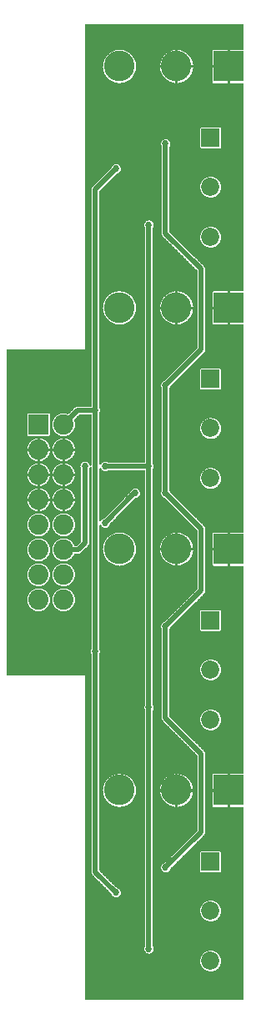
<source format=gbl>
%FSLAX33Y33*%
%MOMM*%
%AMRect-W3100000-H3100000-RO1.500*
21,1,3.1,3.1,0.,0.,90*%
%ADD10C,0.0508*%
%ADD11C,0.508*%
%ADD12C,0.68834*%
%ADD13C,3.1*%
%ADD14Rect-W3100000-H3100000-RO1.500*%
%ADD15C,1.85*%
%ADD16R,1.85X1.85*%
%ADD17R,2.049999X2.049999*%
%ADD18C,2.049999*%
D10*
%LNpour fill*%
G01*
X24500Y20021D02*
X24500Y20021D01*
X23139Y20021*
X23139Y20021*
X23139Y20244*
X22961Y20244*
X22961Y20021*
X22961Y20021*
X21500Y20021*
X21500Y20021*
X21472Y20023*
X21472Y20023*
X21445Y20030*
X21445Y20030*
X21419Y20040*
X21419Y20040*
X21395Y20055*
X21395Y20055*
X21373Y20073*
X21373Y20073*
X21355Y20095*
X21355Y20095*
X21340Y20119*
X21340Y20119*
X21330Y20145*
X21330Y20145*
X21323Y20172*
X21323Y20172*
X21321Y20200*
X21321Y20200*
X21321Y21661*
X21321Y21661*
X21544Y21661*
X21544Y21839*
X21321Y21839*
X21321Y21839*
X21321Y23300*
X21321Y23300*
X21323Y23328*
X21323Y23328*
X21330Y23355*
X21330Y23355*
X21340Y23381*
X21340Y23381*
X21355Y23405*
X21355Y23405*
X21373Y23427*
X21373Y23427*
X21395Y23445*
X21395Y23445*
X21419Y23460*
X21419Y23460*
X21445Y23470*
X21445Y23470*
X21472Y23477*
X21472Y23477*
X21500Y23479*
X21500Y23479*
X22961Y23479*
X22961Y23479*
X22961Y23256*
X23139Y23256*
X23139Y23479*
X23139Y23479*
X24500Y23479*
X24500Y44521*
X23139Y44521*
X23139Y44521*
X23139Y44744*
X22961Y44744*
X22961Y44521*
X22961Y44521*
X21500Y44521*
X21500Y44521*
X21472Y44523*
X21472Y44523*
X21445Y44530*
X21445Y44530*
X21419Y44540*
X21419Y44540*
X21395Y44555*
X21395Y44555*
X21373Y44573*
X21373Y44573*
X21355Y44595*
X21355Y44595*
X21340Y44619*
X21340Y44619*
X21330Y44645*
X21330Y44645*
X21323Y44672*
X21323Y44672*
X21321Y44700*
X21321Y44700*
X21321Y46161*
X21321Y46161*
X21544Y46161*
X21544Y46339*
X21321Y46339*
X21321Y46339*
X21321Y47800*
X21321Y47800*
X21323Y47828*
X21323Y47828*
X21330Y47855*
X21330Y47855*
X21340Y47881*
X21340Y47881*
X21355Y47905*
X21355Y47905*
X21373Y47927*
X21373Y47927*
X21395Y47945*
X21395Y47945*
X21419Y47960*
X21419Y47960*
X21445Y47970*
X21445Y47970*
X21472Y47977*
X21472Y47977*
X21500Y47979*
X21500Y47979*
X22961Y47979*
X22961Y47979*
X22961Y47756*
X23139Y47756*
X23139Y47979*
X23139Y47979*
X24500Y47979*
X24500Y69021*
X23139Y69021*
X23139Y69021*
X23139Y69244*
X22961Y69244*
X22961Y69021*
X22961Y69021*
X21500Y69021*
X21500Y69021*
X21472Y69023*
X21472Y69023*
X21445Y69030*
X21445Y69030*
X21419Y69040*
X21419Y69040*
X21395Y69055*
X21395Y69055*
X21373Y69073*
X21373Y69073*
X21355Y69095*
X21355Y69095*
X21340Y69119*
X21340Y69119*
X21330Y69145*
X21330Y69145*
X21323Y69172*
X21323Y69172*
X21321Y69200*
X21321Y69200*
X21321Y70661*
X21321Y70661*
X21544Y70661*
X21544Y70839*
X21321Y70839*
X21321Y70839*
X21321Y72300*
X21321Y72300*
X21323Y72328*
X21323Y72328*
X21330Y72355*
X21330Y72355*
X21340Y72381*
X21340Y72381*
X21355Y72405*
X21355Y72405*
X21373Y72427*
X21373Y72427*
X21395Y72445*
X21395Y72445*
X21419Y72460*
X21419Y72460*
X21445Y72470*
X21445Y72470*
X21472Y72477*
X21472Y72477*
X21500Y72479*
X21500Y72479*
X22961Y72479*
X22961Y72479*
X22961Y72256*
X23139Y72256*
X23139Y72479*
X23139Y72479*
X24500Y72479*
X24500Y93521*
X23139Y93521*
X23139Y93521*
X23139Y93744*
X22961Y93744*
X22961Y93521*
X22961Y93521*
X21500Y93521*
X21500Y93521*
X21472Y93523*
X21472Y93523*
X21445Y93530*
X21445Y93530*
X21419Y93540*
X21419Y93540*
X21395Y93555*
X21395Y93555*
X21373Y93573*
X21373Y93573*
X21355Y93595*
X21355Y93595*
X21340Y93619*
X21340Y93619*
X21330Y93645*
X21330Y93645*
X21323Y93672*
X21323Y93672*
X21321Y93700*
X21321Y93700*
X21321Y95161*
X21321Y95161*
X21544Y95161*
X21544Y95339*
X21321Y95339*
X21321Y95339*
X21321Y96800*
X21321Y96800*
X21323Y96828*
X21323Y96828*
X21330Y96855*
X21330Y96855*
X21340Y96881*
X21340Y96881*
X21355Y96905*
X21355Y96905*
X21373Y96927*
X21373Y96927*
X21395Y96945*
X21395Y96945*
X21419Y96960*
X21419Y96960*
X21445Y96970*
X21445Y96970*
X21472Y96977*
X21472Y96977*
X21500Y96979*
X21500Y96979*
X22961Y96979*
X22961Y96979*
X22961Y96756*
X23139Y96756*
X23139Y96979*
X23139Y96979*
X24500Y96979*
X24500Y99500*
X8500Y99500*
X8500Y66500*
X8500Y66500*
X0500Y66500*
X0500Y33500*
X8500Y33500*
X8500Y33500*
X8500Y0500*
X24500Y0500*
X24500Y20021*
X11950Y93521D02*
X11565Y93565D01*
X11200Y93692*
X10872Y93898*
X10598Y94172*
X10392Y94500*
X10265Y94865*
X10221Y95250*
X10265Y95635*
X10392Y96000*
X10598Y96328*
X10872Y96602*
X11200Y96808*
X11565Y96935*
X11950Y96979*
X12335Y96935*
X12700Y96808*
X13028Y96602*
X13302Y96328*
X13508Y96000*
X13635Y95635*
X13679Y95250*
X13635Y94865*
X13508Y94500*
X13302Y94172*
X13028Y93898*
X12700Y93692*
X12335Y93565*
X11950Y93521*
X17661Y93531D02*
X17365Y93565D01*
X17000Y93692*
X16672Y93898*
X16398Y94172*
X16192Y94500*
X16065Y94865*
X16031Y95161*
X16244Y95161*
X16244Y95339*
X16031Y95339*
X16065Y95635*
X16192Y96000*
X16398Y96328*
X16672Y96602*
X17000Y96808*
X17365Y96935*
X17661Y96969*
X17661Y96756*
X17839Y96756*
X17839Y96969*
X18135Y96935*
X18500Y96808*
X18828Y96602*
X19102Y96328*
X19308Y96000*
X19435Y95635*
X19469Y95339*
X19256Y95339*
X19256Y95161*
X19469Y95161*
X19435Y94865*
X19308Y94500*
X19102Y94172*
X18828Y93898*
X18500Y93692*
X18135Y93565*
X17839Y93531*
X17839Y93744*
X17661Y93744*
X17661Y93531*
X22125Y86896D02*
X20275Y86896D01*
X20247Y86898*
X20220Y86905*
X20194Y86916*
X20170Y86930*
X20149Y86949*
X20130Y86970*
X20116Y86994*
X20105Y87020*
X20098Y87047*
X20096Y87075*
X20096Y88925*
X20098Y88953*
X20105Y88980*
X20116Y89006*
X20130Y89030*
X20149Y89051*
X20170Y89070*
X20194Y89084*
X20220Y89095*
X20247Y89102*
X20275Y89104*
X22125Y89104*
X22153Y89102*
X22180Y89095*
X22206Y89084*
X22230Y89070*
X22251Y89051*
X22270Y89030*
X22284Y89006*
X22295Y88980*
X22302Y88953*
X22304Y88925*
X22304Y87075*
X22302Y87047*
X22295Y87020*
X22284Y86994*
X22270Y86970*
X22251Y86949*
X22230Y86930*
X22206Y86916*
X22180Y86905*
X22153Y86898*
X22125Y86896*
X16713Y13366D02*
X16587Y13366D01*
X16465Y13396*
X16353Y13455*
X16259Y13538*
X16187Y13642*
X16142Y13760*
X16127Y13885*
X16142Y14010*
X16187Y14128*
X16259Y14232*
X16353Y14315*
X16465Y14374*
X16547Y14394*
X19817Y17664*
X19817Y25291*
X16344Y28764*
X16290Y28830*
X16250Y28904*
X16226Y28986*
X16217Y29070*
X16217Y38098*
X16187Y38142*
X16142Y38260*
X16127Y38385*
X16142Y38510*
X16187Y38628*
X16259Y38732*
X16353Y38815*
X16465Y38874*
X16547Y38894*
X19817Y42164*
X19817Y48141*
X16547Y51411*
X16465Y51431*
X16353Y51490*
X16259Y51573*
X16187Y51677*
X16142Y51795*
X16127Y51920*
X16142Y52045*
X16187Y52163*
X16217Y52207*
X16217Y62598*
X16187Y62642*
X16142Y62760*
X16127Y62885*
X16142Y63010*
X16187Y63128*
X16259Y63232*
X16353Y63315*
X16465Y63374*
X16547Y63394*
X19817Y66664*
X19817Y74491*
X16344Y77964*
X16290Y78030*
X16250Y78104*
X16226Y78186*
X16217Y78270*
X16217Y87098*
X16187Y87142*
X16142Y87260*
X16127Y87385*
X16142Y87510*
X16187Y87628*
X16259Y87732*
X16353Y87815*
X16465Y87874*
X16587Y87904*
X16713Y87904*
X16835Y87874*
X16947Y87815*
X17041Y87732*
X17113Y87628*
X17158Y87510*
X17173Y87385*
X17158Y87260*
X17113Y87142*
X17083Y87098*
X17083Y78449*
X20556Y74976*
X20610Y74910*
X20650Y74836*
X20674Y74754*
X20683Y74670*
X20683Y66485*
X20674Y66401*
X20650Y66319*
X20610Y66245*
X20556Y66179*
X17161Y62784*
X17158Y62760*
X17113Y62642*
X17083Y62598*
X17083Y52207*
X17113Y52163*
X17158Y52045*
X17161Y52021*
X20556Y48626*
X20610Y48560*
X20650Y48486*
X20674Y48404*
X20683Y48320*
X20683Y41985*
X20674Y41901*
X20650Y41819*
X20610Y41745*
X20556Y41679*
X17161Y38284*
X17158Y38260*
X17113Y38142*
X17083Y38098*
X17083Y29249*
X20556Y25776*
X20610Y25710*
X20650Y25636*
X20674Y25554*
X20683Y25470*
X20683Y17485*
X20674Y17401*
X20650Y17319*
X20610Y17245*
X20556Y17179*
X17161Y13784*
X17158Y13760*
X17113Y13642*
X17041Y13538*
X16947Y13455*
X16835Y13396*
X16713Y13366*
X15013Y5131D02*
X14887Y5131D01*
X14765Y5161*
X14653Y5220*
X14559Y5303*
X14487Y5407*
X14442Y5525*
X14427Y5650*
X14442Y5775*
X14487Y5893*
X14517Y5937*
X14517Y29863*
X14487Y29907*
X14442Y30025*
X14427Y30150*
X14442Y30275*
X14487Y30393*
X14517Y30437*
X14517Y54217*
X10793Y54217*
X10685Y54161*
X10563Y54131*
X10437Y54131*
X10315Y54161*
X10203Y54220*
X10109Y54303*
X10022Y54429*
X9933Y54401*
X9933Y49149*
X10022Y49121*
X10109Y49247*
X10203Y49330*
X10315Y49389*
X10397Y49409*
X13048Y52060*
X13087Y52163*
X13159Y52267*
X13253Y52350*
X13365Y52409*
X13487Y52439*
X13613Y52439*
X13735Y52409*
X13847Y52350*
X13941Y52267*
X14013Y52163*
X14058Y52045*
X14073Y51920*
X14058Y51795*
X14013Y51677*
X13941Y51573*
X13847Y51490*
X13735Y51431*
X13613Y51401*
X11011Y48799*
X11008Y48775*
X10963Y48657*
X10891Y48553*
X10797Y48470*
X10685Y48411*
X10563Y48381*
X10437Y48381*
X10315Y48411*
X10203Y48470*
X10109Y48553*
X10022Y48679*
X9933Y48651*
X9933Y36132*
X9963Y36088*
X10008Y35970*
X10023Y35845*
X10008Y35720*
X9963Y35602*
X9933Y35558*
X9933Y13624*
X11703Y11854*
X11785Y11834*
X11897Y11775*
X11991Y11692*
X12063Y11588*
X12108Y11470*
X12123Y11345*
X12108Y11220*
X12063Y11102*
X11991Y10998*
X11897Y10915*
X11785Y10856*
X11663Y10826*
X11537Y10826*
X11415Y10856*
X11303Y10915*
X11209Y10998*
X11137Y11102*
X11092Y11220*
X11089Y11244*
X9194Y13139*
X9140Y13205*
X9100Y13279*
X9076Y13361*
X9067Y13445*
X9067Y35558*
X9037Y35602*
X8992Y35720*
X8977Y35845*
X8992Y35970*
X9037Y36088*
X9067Y36132*
X9067Y54520*
X8963Y54539*
X8913Y54407*
X8883Y54363*
X8883Y46850*
X8874Y46766*
X8850Y46685*
X8810Y46610*
X8756Y46544*
X8096Y45884*
X8030Y45830*
X7955Y45790*
X7874Y45766*
X7790Y45757*
X7386Y45757*
X7355Y45668*
X7211Y45439*
X7021Y45249*
X6792Y45105*
X6538Y45016*
X6270Y44986*
X6002Y45016*
X5748Y45105*
X5519Y45249*
X5329Y45439*
X5185Y45668*
X5096Y45922*
X5066Y46190*
X5096Y46458*
X5185Y46712*
X5329Y46941*
X5519Y47131*
X5748Y47275*
X6002Y47364*
X6270Y47394*
X6538Y47364*
X6792Y47275*
X7021Y47131*
X7211Y46941*
X7355Y46712*
X7386Y46623*
X7610Y46623*
X8017Y47030*
X8017Y54363*
X7987Y54407*
X7942Y54525*
X7927Y54650*
X7942Y54775*
X7987Y54893*
X8059Y54997*
X8153Y55080*
X8265Y55139*
X8387Y55169*
X8513Y55169*
X8635Y55139*
X8747Y55080*
X8841Y54997*
X8913Y54893*
X8963Y54761*
X9067Y54780*
X9067Y59912*
X7904Y59912*
X7367Y59375*
X7444Y59158*
X7474Y58890*
X7444Y58622*
X7355Y58368*
X7211Y58139*
X7021Y57949*
X6792Y57805*
X6538Y57716*
X6270Y57686*
X6002Y57716*
X5748Y57805*
X5519Y57949*
X5329Y58139*
X5185Y58368*
X5096Y58622*
X5066Y58890*
X5096Y59158*
X5185Y59412*
X5329Y59641*
X5519Y59831*
X5748Y59975*
X6002Y60064*
X6270Y60094*
X6538Y60064*
X6755Y59987*
X7419Y60651*
X7485Y60705*
X7559Y60745*
X7641Y60769*
X7725Y60778*
X9067Y60778*
X9067Y82745*
X9076Y82829*
X9100Y82911*
X9140Y82985*
X9194Y83051*
X11089Y84946*
X11092Y84970*
X11137Y85088*
X11209Y85192*
X11303Y85275*
X11415Y85334*
X11537Y85364*
X11663Y85364*
X11785Y85334*
X11897Y85275*
X11991Y85192*
X12063Y85088*
X12108Y84970*
X12123Y84845*
X12108Y84720*
X12063Y84602*
X11991Y84498*
X11897Y84415*
X11785Y84356*
X11703Y84336*
X9933Y82566*
X9933Y60632*
X9963Y60588*
X10008Y60470*
X10023Y60345*
X10008Y60220*
X9963Y60102*
X9933Y60058*
X9933Y54899*
X10022Y54871*
X10109Y54997*
X10203Y55080*
X10315Y55139*
X10437Y55169*
X10563Y55169*
X10685Y55139*
X10792Y55083*
X14517Y55083*
X14517Y78863*
X14487Y78907*
X14442Y79025*
X14427Y79150*
X14442Y79275*
X14487Y79393*
X14559Y79497*
X14653Y79580*
X14765Y79639*
X14887Y79669*
X15013Y79669*
X15135Y79639*
X15247Y79580*
X15341Y79497*
X15413Y79393*
X15458Y79275*
X15473Y79150*
X15458Y79025*
X15413Y78907*
X15383Y78863*
X15383Y54937*
X15413Y54893*
X15458Y54775*
X15473Y54650*
X15458Y54525*
X15413Y54407*
X15383Y54363*
X15383Y30437*
X15413Y30393*
X15458Y30275*
X15473Y30150*
X15458Y30025*
X15413Y29907*
X15383Y29863*
X15383Y5937*
X15413Y5893*
X15458Y5775*
X15473Y5650*
X15458Y5525*
X15413Y5407*
X15341Y5303*
X15247Y5220*
X15135Y5161*
X15013Y5131*
X21333Y81904D02*
X21067Y81904D01*
X20809Y81968*
X20573Y82092*
X20374Y82268*
X20223Y82487*
X20128Y82736*
X20096Y83000*
X20128Y83264*
X20223Y83513*
X20374Y83732*
X20573Y83908*
X20809Y84032*
X21067Y84096*
X21333Y84096*
X21591Y84032*
X21827Y83908*
X22026Y83732*
X22177Y83513*
X22272Y83264*
X22304Y83000*
X22272Y82736*
X22177Y82487*
X22026Y82268*
X21827Y82092*
X21591Y81968*
X21333Y81904*
X21333Y76824D02*
X21067Y76824D01*
X20809Y76888*
X20573Y77012*
X20374Y77188*
X20223Y77407*
X20128Y77656*
X20096Y77920*
X20128Y78184*
X20223Y78433*
X20374Y78652*
X20573Y78828*
X20809Y78952*
X21067Y79016*
X21333Y79016*
X21591Y78952*
X21827Y78828*
X22026Y78652*
X22177Y78433*
X22272Y78184*
X22304Y77920*
X22272Y77656*
X22177Y77407*
X22026Y77188*
X21827Y77012*
X21591Y76888*
X21333Y76824*
X11950Y69021D02*
X11565Y69065D01*
X11200Y69192*
X10872Y69398*
X10598Y69672*
X10392Y70000*
X10265Y70365*
X10221Y70750*
X10265Y71135*
X10392Y71500*
X10598Y71828*
X10872Y72102*
X11200Y72308*
X11565Y72435*
X11950Y72479*
X12335Y72435*
X12700Y72308*
X13028Y72102*
X13302Y71828*
X13508Y71500*
X13635Y71135*
X13679Y70750*
X13635Y70365*
X13508Y70000*
X13302Y69672*
X13028Y69398*
X12700Y69192*
X12335Y69065*
X11950Y69021*
X17661Y69031D02*
X17365Y69065D01*
X17000Y69192*
X16672Y69398*
X16398Y69672*
X16192Y70000*
X16065Y70365*
X16031Y70661*
X16244Y70661*
X16244Y70839*
X16031Y70839*
X16065Y71135*
X16192Y71500*
X16398Y71828*
X16672Y72102*
X17000Y72308*
X17365Y72435*
X17661Y72469*
X17661Y72256*
X17839Y72256*
X17839Y72469*
X18135Y72435*
X18500Y72308*
X18828Y72102*
X19102Y71828*
X19308Y71500*
X19435Y71135*
X19469Y70839*
X19256Y70839*
X19256Y70661*
X19469Y70661*
X19435Y70365*
X19308Y70000*
X19102Y69672*
X18828Y69398*
X18500Y69192*
X18135Y69065*
X17839Y69031*
X17839Y69244*
X17661Y69244*
X17661Y69031*
X22125Y62396D02*
X20275Y62396D01*
X20247Y62398*
X20220Y62405*
X20194Y62416*
X20170Y62430*
X20149Y62449*
X20130Y62470*
X20116Y62494*
X20105Y62520*
X20098Y62547*
X20096Y62575*
X20096Y64425*
X20098Y64453*
X20105Y64480*
X20116Y64506*
X20130Y64530*
X20149Y64551*
X20170Y64570*
X20194Y64584*
X20220Y64595*
X20247Y64602*
X20275Y64604*
X22125Y64604*
X22153Y64602*
X22180Y64595*
X22206Y64584*
X22230Y64570*
X22251Y64551*
X22270Y64530*
X22284Y64506*
X22295Y64480*
X22302Y64453*
X22304Y64425*
X22304Y62575*
X22302Y62547*
X22295Y62520*
X22284Y62494*
X22270Y62470*
X22251Y62449*
X22230Y62430*
X22206Y62416*
X22180Y62405*
X22153Y62398*
X22125Y62396*
X4755Y57686D02*
X2705Y57686D01*
X2677Y57688*
X2650Y57695*
X2624Y57706*
X2600Y57720*
X2579Y57739*
X2560Y57760*
X2546Y57784*
X2535Y57810*
X2528Y57837*
X2526Y57865*
X2526Y59915*
X2528Y59943*
X2535Y59970*
X2546Y59996*
X2560Y60020*
X2579Y60041*
X2600Y60060*
X2624Y60074*
X2650Y60085*
X2677Y60092*
X2705Y60094*
X4755Y60094*
X4783Y60092*
X4810Y60085*
X4836Y60074*
X4860Y60060*
X4881Y60041*
X4900Y60020*
X4914Y59996*
X4925Y59970*
X4932Y59943*
X4934Y59915*
X4934Y57865*
X4932Y57837*
X4925Y57810*
X4914Y57784*
X4900Y57760*
X4881Y57739*
X4860Y57720*
X4836Y57706*
X4810Y57695*
X4783Y57688*
X4755Y57686*
X21333Y57404D02*
X21067Y57404D01*
X20809Y57468*
X20573Y57592*
X20374Y57768*
X20223Y57987*
X20128Y58236*
X20096Y58500*
X20128Y58764*
X20223Y59013*
X20374Y59232*
X20573Y59408*
X20809Y59532*
X21067Y59596*
X21333Y59596*
X21591Y59532*
X21827Y59408*
X22026Y59232*
X22177Y59013*
X22272Y58764*
X22304Y58500*
X22272Y58236*
X22177Y57987*
X22026Y57768*
X21827Y57592*
X21591Y57468*
X21333Y57404*
X3641Y55156D02*
X3462Y55176D01*
X3208Y55265*
X2979Y55409*
X2789Y55599*
X2645Y55828*
X2556Y56082*
X2536Y56261*
X2749Y56261*
X2749Y56439*
X2536Y56439*
X2556Y56618*
X2645Y56872*
X2789Y57101*
X2979Y57291*
X3208Y57435*
X3462Y57524*
X3641Y57544*
X3641Y57323*
X3819Y57323*
X3819Y57544*
X3998Y57524*
X4252Y57435*
X4481Y57291*
X4671Y57101*
X4815Y56872*
X4904Y56618*
X4924Y56439*
X4711Y56439*
X4711Y56261*
X4924Y56261*
X4904Y56082*
X4815Y55828*
X4671Y55599*
X4481Y55409*
X4252Y55265*
X3998Y55176*
X3819Y55156*
X3819Y55377*
X3641Y55377*
X3641Y55156*
X6181Y55156D02*
X6002Y55176D01*
X5748Y55265*
X5519Y55409*
X5329Y55599*
X5185Y55828*
X5096Y56082*
X5076Y56261*
X5289Y56261*
X5289Y56439*
X5076Y56439*
X5096Y56618*
X5185Y56872*
X5329Y57101*
X5519Y57291*
X5748Y57435*
X6002Y57524*
X6181Y57544*
X6181Y57323*
X6359Y57323*
X6359Y57544*
X6538Y57524*
X6792Y57435*
X7021Y57291*
X7211Y57101*
X7355Y56872*
X7444Y56618*
X7464Y56439*
X7251Y56439*
X7251Y56261*
X7464Y56261*
X7444Y56082*
X7355Y55828*
X7211Y55599*
X7021Y55409*
X6792Y55265*
X6538Y55176*
X6359Y55156*
X6359Y55377*
X6181Y55377*
X6181Y55156*
X3641Y52616D02*
X3462Y52636D01*
X3208Y52725*
X2979Y52869*
X2789Y53059*
X2645Y53288*
X2556Y53542*
X2536Y53721*
X2749Y53721*
X2749Y53899*
X2536Y53899*
X2556Y54078*
X2645Y54332*
X2789Y54561*
X2979Y54751*
X3208Y54895*
X3462Y54984*
X3641Y55004*
X3641Y54783*
X3819Y54783*
X3819Y55004*
X3998Y54984*
X4252Y54895*
X4481Y54751*
X4671Y54561*
X4815Y54332*
X4904Y54078*
X4924Y53899*
X4711Y53899*
X4711Y53721*
X4924Y53721*
X4904Y53542*
X4815Y53288*
X4671Y53059*
X4481Y52869*
X4252Y52725*
X3998Y52636*
X3819Y52616*
X3819Y52837*
X3641Y52837*
X3641Y52616*
X6181Y52616D02*
X6002Y52636D01*
X5748Y52725*
X5519Y52869*
X5329Y53059*
X5185Y53288*
X5096Y53542*
X5076Y53721*
X5289Y53721*
X5289Y53899*
X5076Y53899*
X5096Y54078*
X5185Y54332*
X5329Y54561*
X5519Y54751*
X5748Y54895*
X6002Y54984*
X6181Y55004*
X6181Y54783*
X6359Y54783*
X6359Y55004*
X6538Y54984*
X6792Y54895*
X7021Y54751*
X7211Y54561*
X7355Y54332*
X7444Y54078*
X7464Y53899*
X7251Y53899*
X7251Y53721*
X7464Y53721*
X7444Y53542*
X7355Y53288*
X7211Y53059*
X7021Y52869*
X6792Y52725*
X6538Y52636*
X6359Y52616*
X6359Y52837*
X6181Y52837*
X6181Y52616*
X21333Y52324D02*
X21067Y52324D01*
X20809Y52388*
X20573Y52512*
X20374Y52688*
X20223Y52907*
X20128Y53156*
X20096Y53420*
X20128Y53684*
X20223Y53933*
X20374Y54152*
X20573Y54328*
X20809Y54452*
X21067Y54516*
X21333Y54516*
X21591Y54452*
X21827Y54328*
X22026Y54152*
X22177Y53933*
X22272Y53684*
X22304Y53420*
X22272Y53156*
X22177Y52907*
X22026Y52688*
X21827Y52512*
X21591Y52388*
X21333Y52324*
X3641Y50076D02*
X3462Y50096D01*
X3208Y50185*
X2979Y50329*
X2789Y50519*
X2645Y50748*
X2556Y51002*
X2536Y51181*
X2749Y51181*
X2749Y51359*
X2536Y51359*
X2556Y51538*
X2645Y51792*
X2789Y52021*
X2979Y52211*
X3208Y52355*
X3462Y52444*
X3641Y52464*
X3641Y52243*
X3819Y52243*
X3819Y52464*
X3998Y52444*
X4252Y52355*
X4481Y52211*
X4671Y52021*
X4815Y51792*
X4904Y51538*
X4924Y51359*
X4711Y51359*
X4711Y51181*
X4924Y51181*
X4904Y51002*
X4815Y50748*
X4671Y50519*
X4481Y50329*
X4252Y50185*
X3998Y50096*
X3819Y50076*
X3819Y50297*
X3641Y50297*
X3641Y50076*
X6181Y50076D02*
X6002Y50096D01*
X5748Y50185*
X5519Y50329*
X5329Y50519*
X5185Y50748*
X5096Y51002*
X5076Y51181*
X5289Y51181*
X5289Y51359*
X5076Y51359*
X5096Y51538*
X5185Y51792*
X5329Y52021*
X5519Y52211*
X5748Y52355*
X6002Y52444*
X6181Y52464*
X6181Y52243*
X6359Y52243*
X6359Y52464*
X6538Y52444*
X6792Y52355*
X7021Y52211*
X7211Y52021*
X7355Y51792*
X7444Y51538*
X7464Y51359*
X7251Y51359*
X7251Y51181*
X7464Y51181*
X7444Y51002*
X7355Y50748*
X7211Y50519*
X7021Y50329*
X6792Y50185*
X6538Y50096*
X6359Y50076*
X6359Y50297*
X6181Y50297*
X6181Y50076*
X6270Y47526D02*
X6002Y47556D01*
X5748Y47645*
X5519Y47789*
X5329Y47979*
X5185Y48208*
X5096Y48462*
X5066Y48730*
X5096Y48998*
X5185Y49252*
X5329Y49481*
X5519Y49671*
X5748Y49815*
X6002Y49904*
X6270Y49934*
X6538Y49904*
X6792Y49815*
X7021Y49671*
X7211Y49481*
X7355Y49252*
X7444Y48998*
X7474Y48730*
X7444Y48462*
X7355Y48208*
X7211Y47979*
X7021Y47789*
X6792Y47645*
X6538Y47556*
X6270Y47526*
X3730Y47526D02*
X3462Y47556D01*
X3208Y47645*
X2979Y47789*
X2789Y47979*
X2645Y48208*
X2556Y48462*
X2526Y48730*
X2556Y48998*
X2645Y49252*
X2789Y49481*
X2979Y49671*
X3208Y49815*
X3462Y49904*
X3730Y49934*
X3998Y49904*
X4252Y49815*
X4481Y49671*
X4671Y49481*
X4815Y49252*
X4904Y48998*
X4934Y48730*
X4904Y48462*
X4815Y48208*
X4671Y47979*
X4481Y47789*
X4252Y47645*
X3998Y47556*
X3730Y47526*
X11950Y44521D02*
X11565Y44565D01*
X11200Y44692*
X10872Y44898*
X10598Y45172*
X10392Y45500*
X10265Y45865*
X10221Y46250*
X10265Y46635*
X10392Y47000*
X10598Y47328*
X10872Y47602*
X11200Y47808*
X11565Y47935*
X11950Y47979*
X12335Y47935*
X12700Y47808*
X13028Y47602*
X13302Y47328*
X13508Y47000*
X13635Y46635*
X13679Y46250*
X13635Y45865*
X13508Y45500*
X13302Y45172*
X13028Y44898*
X12700Y44692*
X12335Y44565*
X11950Y44521*
X17661Y44531D02*
X17365Y44565D01*
X17000Y44692*
X16672Y44898*
X16398Y45172*
X16192Y45500*
X16065Y45865*
X16031Y46161*
X16244Y46161*
X16244Y46339*
X16031Y46339*
X16065Y46635*
X16192Y47000*
X16398Y47328*
X16672Y47602*
X17000Y47808*
X17365Y47935*
X17661Y47969*
X17661Y47756*
X17839Y47756*
X17839Y47969*
X18135Y47935*
X18500Y47808*
X18828Y47602*
X19102Y47328*
X19308Y47000*
X19435Y46635*
X19469Y46339*
X19256Y46339*
X19256Y46161*
X19469Y46161*
X19435Y45865*
X19308Y45500*
X19102Y45172*
X18828Y44898*
X18500Y44692*
X18135Y44565*
X17839Y44531*
X17839Y44744*
X17661Y44744*
X17661Y44531*
X3730Y44986D02*
X3462Y45016D01*
X3208Y45105*
X2979Y45249*
X2789Y45439*
X2645Y45668*
X2556Y45922*
X2526Y46190*
X2556Y46458*
X2645Y46712*
X2789Y46941*
X2979Y47131*
X3208Y47275*
X3462Y47364*
X3730Y47394*
X3998Y47364*
X4252Y47275*
X4481Y47131*
X4671Y46941*
X4815Y46712*
X4904Y46458*
X4934Y46190*
X4904Y45922*
X4815Y45668*
X4671Y45439*
X4481Y45249*
X4252Y45105*
X3998Y45016*
X3730Y44986*
X6270Y42446D02*
X6002Y42476D01*
X5748Y42565*
X5519Y42709*
X5329Y42899*
X5185Y43128*
X5096Y43382*
X5066Y43650*
X5096Y43918*
X5185Y44172*
X5329Y44401*
X5519Y44591*
X5748Y44735*
X6002Y44824*
X6270Y44854*
X6538Y44824*
X6792Y44735*
X7021Y44591*
X7211Y44401*
X7355Y44172*
X7444Y43918*
X7474Y43650*
X7444Y43382*
X7355Y43128*
X7211Y42899*
X7021Y42709*
X6792Y42565*
X6538Y42476*
X6270Y42446*
X3730Y42446D02*
X3462Y42476D01*
X3208Y42565*
X2979Y42709*
X2789Y42899*
X2645Y43128*
X2556Y43382*
X2526Y43650*
X2556Y43918*
X2645Y44172*
X2789Y44401*
X2979Y44591*
X3208Y44735*
X3462Y44824*
X3730Y44854*
X3998Y44824*
X4252Y44735*
X4481Y44591*
X4671Y44401*
X4815Y44172*
X4904Y43918*
X4934Y43650*
X4904Y43382*
X4815Y43128*
X4671Y42899*
X4481Y42709*
X4252Y42565*
X3998Y42476*
X3730Y42446*
X6270Y39906D02*
X6002Y39936D01*
X5748Y40025*
X5519Y40169*
X5329Y40359*
X5185Y40588*
X5096Y40842*
X5066Y41110*
X5096Y41378*
X5185Y41632*
X5329Y41861*
X5519Y42051*
X5748Y42195*
X6002Y42284*
X6270Y42314*
X6538Y42284*
X6792Y42195*
X7021Y42051*
X7211Y41861*
X7355Y41632*
X7444Y41378*
X7474Y41110*
X7444Y40842*
X7355Y40588*
X7211Y40359*
X7021Y40169*
X6792Y40025*
X6538Y39936*
X6270Y39906*
X3730Y39906D02*
X3462Y39936D01*
X3208Y40025*
X2979Y40169*
X2789Y40359*
X2645Y40588*
X2556Y40842*
X2526Y41110*
X2556Y41378*
X2645Y41632*
X2789Y41861*
X2979Y42051*
X3208Y42195*
X3462Y42284*
X3730Y42314*
X3998Y42284*
X4252Y42195*
X4481Y42051*
X4671Y41861*
X4815Y41632*
X4904Y41378*
X4934Y41110*
X4904Y40842*
X4815Y40588*
X4671Y40359*
X4481Y40169*
X4252Y40025*
X3998Y39936*
X3730Y39906*
X22125Y37896D02*
X20275Y37896D01*
X20247Y37898*
X20220Y37905*
X20194Y37916*
X20170Y37930*
X20149Y37949*
X20130Y37970*
X20116Y37994*
X20105Y38020*
X20098Y38047*
X20096Y38075*
X20096Y39925*
X20098Y39953*
X20105Y39980*
X20116Y40006*
X20130Y40030*
X20149Y40051*
X20170Y40070*
X20194Y40084*
X20220Y40095*
X20247Y40102*
X20275Y40104*
X22125Y40104*
X22153Y40102*
X22180Y40095*
X22206Y40084*
X22230Y40070*
X22251Y40051*
X22270Y40030*
X22284Y40006*
X22295Y39980*
X22302Y39953*
X22304Y39925*
X22304Y38075*
X22302Y38047*
X22295Y38020*
X22284Y37994*
X22270Y37970*
X22251Y37949*
X22230Y37930*
X22206Y37916*
X22180Y37905*
X22153Y37898*
X22125Y37896*
X21333Y32904D02*
X21067Y32904D01*
X20809Y32968*
X20573Y33092*
X20374Y33268*
X20223Y33487*
X20128Y33736*
X20096Y34000*
X20128Y34264*
X20223Y34513*
X20374Y34732*
X20573Y34908*
X20809Y35032*
X21067Y35096*
X21333Y35096*
X21591Y35032*
X21827Y34908*
X22026Y34732*
X22177Y34513*
X22272Y34264*
X22304Y34000*
X22272Y33736*
X22177Y33487*
X22026Y33268*
X21827Y33092*
X21591Y32968*
X21333Y32904*
X21333Y27824D02*
X21067Y27824D01*
X20809Y27888*
X20573Y28012*
X20374Y28188*
X20223Y28407*
X20128Y28656*
X20096Y28920*
X20128Y29184*
X20223Y29433*
X20374Y29652*
X20573Y29828*
X20809Y29952*
X21067Y30016*
X21333Y30016*
X21591Y29952*
X21827Y29828*
X22026Y29652*
X22177Y29433*
X22272Y29184*
X22304Y28920*
X22272Y28656*
X22177Y28407*
X22026Y28188*
X21827Y28012*
X21591Y27888*
X21333Y27824*
X11950Y20021D02*
X11565Y20065D01*
X11200Y20192*
X10872Y20398*
X10598Y20672*
X10392Y21000*
X10265Y21365*
X10221Y21750*
X10265Y22135*
X10392Y22500*
X10598Y22828*
X10872Y23102*
X11200Y23308*
X11565Y23435*
X11950Y23479*
X12335Y23435*
X12700Y23308*
X13028Y23102*
X13302Y22828*
X13508Y22500*
X13635Y22135*
X13679Y21750*
X13635Y21365*
X13508Y21000*
X13302Y20672*
X13028Y20398*
X12700Y20192*
X12335Y20065*
X11950Y20021*
X17661Y20031D02*
X17365Y20065D01*
X17000Y20192*
X16672Y20398*
X16398Y20672*
X16192Y21000*
X16065Y21365*
X16031Y21661*
X16244Y21661*
X16244Y21839*
X16031Y21839*
X16065Y22135*
X16192Y22500*
X16398Y22828*
X16672Y23102*
X17000Y23308*
X17365Y23435*
X17661Y23469*
X17661Y23256*
X17839Y23256*
X17839Y23469*
X18135Y23435*
X18500Y23308*
X18828Y23102*
X19102Y22828*
X19308Y22500*
X19435Y22135*
X19469Y21839*
X19256Y21839*
X19256Y21661*
X19469Y21661*
X19435Y21365*
X19308Y21000*
X19102Y20672*
X18828Y20398*
X18500Y20192*
X18135Y20065*
X17839Y20031*
X17839Y20244*
X17661Y20244*
X17661Y20031*
X22125Y13396D02*
X20275Y13396D01*
X20247Y13398*
X20220Y13405*
X20194Y13416*
X20170Y13430*
X20149Y13449*
X20130Y13470*
X20116Y13494*
X20105Y13520*
X20098Y13547*
X20096Y13575*
X20096Y15425*
X20098Y15453*
X20105Y15480*
X20116Y15506*
X20130Y15530*
X20149Y15551*
X20170Y15570*
X20194Y15584*
X20220Y15595*
X20247Y15602*
X20275Y15604*
X22125Y15604*
X22153Y15602*
X22180Y15595*
X22206Y15584*
X22230Y15570*
X22251Y15551*
X22270Y15530*
X22284Y15506*
X22295Y15480*
X22302Y15453*
X22304Y15425*
X22304Y13575*
X22302Y13547*
X22295Y13520*
X22284Y13494*
X22270Y13470*
X22251Y13449*
X22230Y13430*
X22206Y13416*
X22180Y13405*
X22153Y13398*
X22125Y13396*
X21333Y8404D02*
X21067Y8404D01*
X20809Y8468*
X20573Y8592*
X20374Y8768*
X20223Y8987*
X20128Y9236*
X20096Y9500*
X20128Y9764*
X20223Y10013*
X20374Y10232*
X20573Y10408*
X20809Y10532*
X21067Y10596*
X21333Y10596*
X21591Y10532*
X21827Y10408*
X22026Y10232*
X22177Y10013*
X22272Y9764*
X22304Y9500*
X22272Y9236*
X22177Y8987*
X22026Y8768*
X21827Y8592*
X21591Y8468*
X21333Y8404*
X21333Y3324D02*
X21067Y3324D01*
X20809Y3388*
X20573Y3512*
X20374Y3688*
X20223Y3907*
X20128Y4156*
X20096Y4420*
X20128Y4684*
X20223Y4933*
X20374Y5152*
X20573Y5328*
X20809Y5452*
X21067Y5516*
X21333Y5516*
X21591Y5452*
X21827Y5328*
X22026Y5152*
X22177Y4933*
X22272Y4684*
X22304Y4420*
X22272Y4156*
X22177Y3907*
X22026Y3688*
X21827Y3512*
X21591Y3388*
X21333Y3324*
X8500Y0550D02*
X24500Y0550D01*
X8500Y0599D02*
X24500Y0599D01*
X8500Y0649D02*
X24500Y0649D01*
X8500Y0698D02*
X24500Y0698D01*
X8500Y0748D02*
X24500Y0748D01*
X8500Y0797D02*
X24500Y0797D01*
X8500Y0847D02*
X24500Y0847D01*
X8500Y0896D02*
X24500Y0896D01*
X8500Y0946D02*
X24500Y0946D01*
X8500Y0995D02*
X24500Y0995D01*
X8500Y1045D02*
X24500Y1045D01*
X8500Y1094D02*
X24500Y1094D01*
X8500Y1144D02*
X24500Y1144D01*
X8500Y1193D02*
X24500Y1193D01*
X8500Y1243D02*
X24500Y1243D01*
X8500Y1292D02*
X24500Y1292D01*
X8500Y1342D02*
X24500Y1342D01*
X8500Y1392D02*
X24500Y1392D01*
X8500Y1441D02*
X24500Y1441D01*
X8500Y1491D02*
X24500Y1491D01*
X8500Y1540D02*
X24500Y1540D01*
X8500Y1590D02*
X24500Y1590D01*
X8500Y1639D02*
X24500Y1639D01*
X8500Y1689D02*
X24500Y1689D01*
X8500Y1738D02*
X24500Y1738D01*
X8500Y1788D02*
X24500Y1788D01*
X8500Y1837D02*
X24500Y1837D01*
X8500Y1887D02*
X24500Y1887D01*
X8500Y1936D02*
X24500Y1936D01*
X8500Y1986D02*
X24500Y1986D01*
X8500Y2035D02*
X24500Y2035D01*
X8500Y2085D02*
X24500Y2085D01*
X8500Y2134D02*
X24500Y2134D01*
X8500Y2184D02*
X24500Y2184D01*
X8500Y2234D02*
X24500Y2234D01*
X8500Y2283D02*
X24500Y2283D01*
X8500Y2333D02*
X24500Y2333D01*
X8500Y2382D02*
X24500Y2382D01*
X8500Y2432D02*
X24500Y2432D01*
X8500Y2481D02*
X24500Y2481D01*
X8500Y2531D02*
X24500Y2531D01*
X8500Y2580D02*
X24500Y2580D01*
X8500Y2630D02*
X24500Y2630D01*
X8500Y2679D02*
X24500Y2679D01*
X8500Y2729D02*
X24500Y2729D01*
X8500Y2778D02*
X24500Y2778D01*
X8500Y2828D02*
X24500Y2828D01*
X8500Y2877D02*
X24500Y2877D01*
X8500Y2927D02*
X24500Y2927D01*
X8500Y2977D02*
X24500Y2977D01*
X8500Y3026D02*
X24500Y3026D01*
X8500Y3076D02*
X24500Y3076D01*
X8500Y3125D02*
X24500Y3125D01*
X8500Y3175D02*
X24500Y3175D01*
X8500Y3224D02*
X24500Y3224D01*
X8500Y3274D02*
X24500Y3274D01*
X8500Y3323D02*
X24500Y3323D01*
X8500Y3373D02*
X20869Y3373D01*
X21531Y3373D02*
X24500Y3373D01*
X8500Y3422D02*
X20743Y3422D01*
X21657Y3422D02*
X24500Y3422D01*
X8500Y3472D02*
X20648Y3472D01*
X21752Y3472D02*
X24500Y3472D01*
X8500Y3521D02*
X20562Y3521D01*
X21838Y3521D02*
X24500Y3521D01*
X8500Y3571D02*
X20506Y3571D01*
X21894Y3571D02*
X24500Y3571D01*
X8500Y3620D02*
X20450Y3620D01*
X21950Y3620D02*
X24500Y3620D01*
X8500Y3670D02*
X20394Y3670D01*
X22006Y3670D02*
X24500Y3670D01*
X8500Y3719D02*
X20352Y3719D01*
X22048Y3719D02*
X24500Y3719D01*
X8500Y3769D02*
X20318Y3769D01*
X22082Y3769D02*
X24500Y3769D01*
X8500Y3819D02*
X20283Y3819D01*
X22117Y3819D02*
X24500Y3819D01*
X8500Y3868D02*
X20249Y3868D01*
X22151Y3868D02*
X24500Y3868D01*
X8500Y3918D02*
X20218Y3918D01*
X22182Y3918D02*
X24500Y3918D01*
X8500Y3967D02*
X20200Y3967D01*
X22200Y3967D02*
X24500Y3967D01*
X8500Y4017D02*
X20181Y4017D01*
X22219Y4017D02*
X24500Y4017D01*
X8500Y4066D02*
X20162Y4066D01*
X22238Y4066D02*
X24500Y4066D01*
X8500Y4116D02*
X20143Y4116D01*
X22257Y4116D02*
X24500Y4116D01*
X8500Y4165D02*
X20127Y4165D01*
X22273Y4165D02*
X24500Y4165D01*
X8500Y4215D02*
X20121Y4215D01*
X22279Y4215D02*
X24500Y4215D01*
X8500Y4264D02*
X20115Y4264D01*
X22285Y4264D02*
X24500Y4264D01*
X8500Y4314D02*
X20109Y4314D01*
X22291Y4314D02*
X24500Y4314D01*
X8500Y4363D02*
X20103Y4363D01*
X22297Y4363D02*
X24500Y4363D01*
X8500Y4413D02*
X20097Y4413D01*
X22303Y4413D02*
X24500Y4413D01*
X8500Y4462D02*
X20101Y4462D01*
X22299Y4462D02*
X24500Y4462D01*
X8500Y4512D02*
X20107Y4512D01*
X22293Y4512D02*
X24500Y4512D01*
X8500Y4561D02*
X20113Y4561D01*
X22287Y4561D02*
X24500Y4561D01*
X8500Y4611D02*
X20119Y4611D01*
X22281Y4611D02*
X24500Y4611D01*
X8500Y4661D02*
X20125Y4661D01*
X22275Y4661D02*
X24500Y4661D01*
X8500Y4710D02*
X20138Y4710D01*
X22262Y4710D02*
X24500Y4710D01*
X8500Y4760D02*
X20157Y4760D01*
X22243Y4760D02*
X24500Y4760D01*
X8500Y4809D02*
X20175Y4809D01*
X22225Y4809D02*
X24500Y4809D01*
X8500Y4859D02*
X20194Y4859D01*
X22206Y4859D02*
X24500Y4859D01*
X8500Y4908D02*
X20213Y4908D01*
X22187Y4908D02*
X24500Y4908D01*
X8500Y4958D02*
X20239Y4958D01*
X22161Y4958D02*
X24500Y4958D01*
X8500Y5007D02*
X20274Y5007D01*
X22126Y5007D02*
X24500Y5007D01*
X8500Y5057D02*
X20308Y5057D01*
X22092Y5057D02*
X24500Y5057D01*
X8500Y5106D02*
X20342Y5106D01*
X22058Y5106D02*
X24500Y5106D01*
X8500Y5156D02*
X14785Y5156D01*
X15115Y5156D02*
X20378Y5156D01*
X22022Y5156D02*
X24500Y5156D01*
X8500Y5205D02*
X14680Y5205D01*
X15220Y5205D02*
X20434Y5205D01*
X21966Y5205D02*
X24500Y5205D01*
X8500Y5255D02*
X14613Y5255D01*
X15287Y5255D02*
X20490Y5255D01*
X21910Y5255D02*
X24500Y5255D01*
X8500Y5304D02*
X14557Y5304D01*
X15343Y5304D02*
X20545Y5304D01*
X21855Y5304D02*
X24500Y5304D01*
X8500Y5354D02*
X14523Y5354D01*
X15377Y5354D02*
X20621Y5354D01*
X21779Y5354D02*
X24500Y5354D01*
X8500Y5403D02*
X14489Y5403D01*
X15411Y5403D02*
X20715Y5403D01*
X21685Y5403D02*
X24500Y5403D01*
X8500Y5453D02*
X14469Y5453D01*
X15431Y5453D02*
X20811Y5453D01*
X21589Y5453D02*
X24500Y5453D01*
X8500Y5503D02*
X14450Y5503D01*
X15450Y5503D02*
X21012Y5503D01*
X21388Y5503D02*
X24500Y5503D01*
X8500Y5552D02*
X14439Y5552D01*
X15461Y5552D02*
X24500Y5552D01*
X8500Y5602D02*
X14433Y5602D01*
X15467Y5602D02*
X24500Y5602D01*
X8500Y5651D02*
X14427Y5651D01*
X15473Y5651D02*
X24500Y5651D01*
X8500Y5701D02*
X14433Y5701D01*
X15467Y5701D02*
X24500Y5701D01*
X8500Y5750D02*
X14439Y5750D01*
X15461Y5750D02*
X24500Y5750D01*
X8500Y5800D02*
X14451Y5800D01*
X15449Y5800D02*
X24500Y5800D01*
X8500Y5849D02*
X14470Y5849D01*
X15430Y5849D02*
X24500Y5849D01*
X8500Y5899D02*
X14491Y5899D01*
X15409Y5899D02*
X24500Y5899D01*
X8500Y5948D02*
X14517Y5948D01*
X15383Y5948D02*
X24500Y5948D01*
X8500Y5998D02*
X14517Y5998D01*
X15383Y5998D02*
X24500Y5998D01*
X8500Y6047D02*
X14517Y6047D01*
X15383Y6047D02*
X24500Y6047D01*
X8500Y6097D02*
X14517Y6097D01*
X15383Y6097D02*
X24500Y6097D01*
X8500Y6146D02*
X14517Y6146D01*
X15383Y6146D02*
X24500Y6146D01*
X8500Y6196D02*
X14517Y6196D01*
X15383Y6196D02*
X24500Y6196D01*
X8500Y6245D02*
X14517Y6245D01*
X15383Y6245D02*
X24500Y6245D01*
X8500Y6295D02*
X14517Y6295D01*
X15383Y6295D02*
X24500Y6295D01*
X8500Y6345D02*
X14517Y6345D01*
X15383Y6345D02*
X24500Y6345D01*
X8500Y6394D02*
X14517Y6394D01*
X15383Y6394D02*
X24500Y6394D01*
X8500Y6444D02*
X14517Y6444D01*
X15383Y6444D02*
X24500Y6444D01*
X8500Y6493D02*
X14517Y6493D01*
X15383Y6493D02*
X24500Y6493D01*
X8500Y6543D02*
X14517Y6543D01*
X15383Y6543D02*
X24500Y6543D01*
X8500Y6592D02*
X14517Y6592D01*
X15383Y6592D02*
X24500Y6592D01*
X8500Y6642D02*
X14517Y6642D01*
X15383Y6642D02*
X24500Y6642D01*
X8500Y6691D02*
X14517Y6691D01*
X15383Y6691D02*
X24500Y6691D01*
X8500Y6741D02*
X14517Y6741D01*
X15383Y6741D02*
X24500Y6741D01*
X8500Y6790D02*
X14517Y6790D01*
X15383Y6790D02*
X24500Y6790D01*
X8500Y6840D02*
X14517Y6840D01*
X15383Y6840D02*
X24500Y6840D01*
X8500Y6889D02*
X14517Y6889D01*
X15383Y6889D02*
X24500Y6889D01*
X8500Y6939D02*
X14517Y6939D01*
X15383Y6939D02*
X24500Y6939D01*
X8500Y6988D02*
X14517Y6988D01*
X15383Y6988D02*
X24500Y6988D01*
X8500Y7038D02*
X14517Y7038D01*
X15383Y7038D02*
X24500Y7038D01*
X8500Y7087D02*
X14517Y7087D01*
X15383Y7087D02*
X24500Y7087D01*
X8500Y7137D02*
X14517Y7137D01*
X15383Y7137D02*
X24500Y7137D01*
X8500Y7187D02*
X14517Y7187D01*
X15383Y7187D02*
X24500Y7187D01*
X8500Y7236D02*
X14517Y7236D01*
X15383Y7236D02*
X24500Y7236D01*
X8500Y7286D02*
X14517Y7286D01*
X15383Y7286D02*
X24500Y7286D01*
X8500Y7335D02*
X14517Y7335D01*
X15383Y7335D02*
X24500Y7335D01*
X8500Y7385D02*
X14517Y7385D01*
X15383Y7385D02*
X24500Y7385D01*
X8500Y7434D02*
X14517Y7434D01*
X15383Y7434D02*
X24500Y7434D01*
X8500Y7484D02*
X14517Y7484D01*
X15383Y7484D02*
X24500Y7484D01*
X8500Y7533D02*
X14517Y7533D01*
X15383Y7533D02*
X24500Y7533D01*
X8500Y7583D02*
X14517Y7583D01*
X15383Y7583D02*
X24500Y7583D01*
X8500Y7632D02*
X14517Y7632D01*
X15383Y7632D02*
X24500Y7632D01*
X8500Y7682D02*
X14517Y7682D01*
X15383Y7682D02*
X24500Y7682D01*
X8500Y7731D02*
X14517Y7731D01*
X15383Y7731D02*
X24500Y7731D01*
X8500Y7781D02*
X14517Y7781D01*
X15383Y7781D02*
X24500Y7781D01*
X8500Y7830D02*
X14517Y7830D01*
X15383Y7830D02*
X24500Y7830D01*
X8500Y7880D02*
X14517Y7880D01*
X15383Y7880D02*
X24500Y7880D01*
X8500Y7929D02*
X14517Y7929D01*
X15383Y7929D02*
X24500Y7929D01*
X8500Y7979D02*
X14517Y7979D01*
X15383Y7979D02*
X24500Y7979D01*
X8500Y8029D02*
X14517Y8029D01*
X15383Y8029D02*
X24500Y8029D01*
X8500Y8078D02*
X14517Y8078D01*
X15383Y8078D02*
X24500Y8078D01*
X8500Y8128D02*
X14517Y8128D01*
X15383Y8128D02*
X24500Y8128D01*
X8500Y8177D02*
X14517Y8177D01*
X15383Y8177D02*
X24500Y8177D01*
X8500Y8227D02*
X14517Y8227D01*
X15383Y8227D02*
X24500Y8227D01*
X8500Y8276D02*
X14517Y8276D01*
X15383Y8276D02*
X24500Y8276D01*
X8500Y8326D02*
X14517Y8326D01*
X15383Y8326D02*
X24500Y8326D01*
X8500Y8375D02*
X14517Y8375D01*
X15383Y8375D02*
X24500Y8375D01*
X8500Y8425D02*
X14517Y8425D01*
X15383Y8425D02*
X20983Y8425D01*
X21417Y8425D02*
X24500Y8425D01*
X8500Y8474D02*
X14517Y8474D01*
X15383Y8474D02*
X20796Y8474D01*
X21604Y8474D02*
X24500Y8474D01*
X8500Y8524D02*
X14517Y8524D01*
X15383Y8524D02*
X20701Y8524D01*
X21699Y8524D02*
X24500Y8524D01*
X8500Y8573D02*
X14517Y8573D01*
X15383Y8573D02*
X20607Y8573D01*
X21793Y8573D02*
X24500Y8573D01*
X8500Y8623D02*
X14517Y8623D01*
X15383Y8623D02*
X20537Y8623D01*
X21863Y8623D02*
X24500Y8623D01*
X8500Y8672D02*
X14517Y8672D01*
X15383Y8672D02*
X20481Y8672D01*
X21919Y8672D02*
X24500Y8672D01*
X8500Y8722D02*
X14517Y8722D01*
X15383Y8722D02*
X20425Y8722D01*
X21975Y8722D02*
X24500Y8722D01*
X8500Y8772D02*
X14517Y8772D01*
X15383Y8772D02*
X20371Y8772D01*
X22029Y8772D02*
X24500Y8772D01*
X8500Y8821D02*
X14517Y8821D01*
X15383Y8821D02*
X20337Y8821D01*
X22063Y8821D02*
X24500Y8821D01*
X8500Y8871D02*
X14517Y8871D01*
X15383Y8871D02*
X20303Y8871D01*
X22097Y8871D02*
X24500Y8871D01*
X8500Y8920D02*
X14517Y8920D01*
X15383Y8920D02*
X20269Y8920D01*
X22131Y8920D02*
X24500Y8920D01*
X8500Y8970D02*
X14517Y8970D01*
X15383Y8970D02*
X20234Y8970D01*
X22166Y8970D02*
X24500Y8970D01*
X8500Y9019D02*
X14517Y9019D01*
X15383Y9019D02*
X20210Y9019D01*
X22190Y9019D02*
X24500Y9019D01*
X8500Y9069D02*
X14517Y9069D01*
X15383Y9069D02*
X20191Y9069D01*
X22209Y9069D02*
X24500Y9069D01*
X8500Y9118D02*
X14517Y9118D01*
X15383Y9118D02*
X20173Y9118D01*
X22227Y9118D02*
X24500Y9118D01*
X8500Y9168D02*
X14517Y9168D01*
X15383Y9168D02*
X20154Y9168D01*
X22246Y9168D02*
X24500Y9168D01*
X8500Y9217D02*
X14517Y9217D01*
X15383Y9217D02*
X20135Y9217D01*
X22265Y9217D02*
X24500Y9217D01*
X8500Y9267D02*
X14517Y9267D01*
X15383Y9267D02*
X20124Y9267D01*
X22276Y9267D02*
X24500Y9267D01*
X8500Y9316D02*
X14517Y9316D01*
X15383Y9316D02*
X20118Y9316D01*
X22282Y9316D02*
X24500Y9316D01*
X8500Y9366D02*
X14517Y9366D01*
X15383Y9366D02*
X20112Y9366D01*
X22288Y9366D02*
X24500Y9366D01*
X8500Y9415D02*
X14517Y9415D01*
X15383Y9415D02*
X20106Y9415D01*
X22294Y9415D02*
X24500Y9415D01*
X8500Y9465D02*
X14517Y9465D01*
X15383Y9465D02*
X20100Y9465D01*
X22300Y9465D02*
X24500Y9465D01*
X8500Y9514D02*
X14517Y9514D01*
X15383Y9514D02*
X20098Y9514D01*
X22302Y9514D02*
X24500Y9514D01*
X8500Y9564D02*
X14517Y9564D01*
X15383Y9564D02*
X20104Y9564D01*
X22296Y9564D02*
X24500Y9564D01*
X8500Y9614D02*
X14517Y9614D01*
X15383Y9614D02*
X20110Y9614D01*
X22290Y9614D02*
X24500Y9614D01*
X8500Y9663D02*
X14517Y9663D01*
X15383Y9663D02*
X20116Y9663D01*
X22284Y9663D02*
X24500Y9663D01*
X8500Y9713D02*
X14517Y9713D01*
X15383Y9713D02*
X20122Y9713D01*
X22278Y9713D02*
X24500Y9713D01*
X8500Y9762D02*
X14517Y9762D01*
X15383Y9762D02*
X20128Y9762D01*
X22272Y9762D02*
X24500Y9762D01*
X8500Y9812D02*
X14517Y9812D01*
X15383Y9812D02*
X20146Y9812D01*
X22254Y9812D02*
X24500Y9812D01*
X8500Y9861D02*
X14517Y9861D01*
X15383Y9861D02*
X20165Y9861D01*
X22235Y9861D02*
X24500Y9861D01*
X8500Y9911D02*
X14517Y9911D01*
X15383Y9911D02*
X20184Y9911D01*
X22216Y9911D02*
X24500Y9911D01*
X8500Y9960D02*
X14517Y9960D01*
X15383Y9960D02*
X20202Y9960D01*
X22198Y9960D02*
X24500Y9960D01*
X8500Y10010D02*
X14517Y10010D01*
X15383Y10010D02*
X20221Y10010D01*
X22179Y10010D02*
X24500Y10010D01*
X8500Y10059D02*
X14517Y10059D01*
X15383Y10059D02*
X20254Y10059D01*
X22146Y10059D02*
X24500Y10059D01*
X8500Y10109D02*
X14517Y10109D01*
X15383Y10109D02*
X20288Y10109D01*
X22112Y10109D02*
X24500Y10109D01*
X8500Y10158D02*
X14517Y10158D01*
X15383Y10158D02*
X20323Y10158D01*
X22077Y10158D02*
X24500Y10158D01*
X8500Y10208D02*
X14517Y10208D01*
X15383Y10208D02*
X20357Y10208D01*
X22043Y10208D02*
X24500Y10208D01*
X8500Y10257D02*
X14517Y10257D01*
X15383Y10257D02*
X20402Y10257D01*
X21998Y10257D02*
X24500Y10257D01*
X8500Y10307D02*
X14517Y10307D01*
X15383Y10307D02*
X20458Y10307D01*
X21942Y10307D02*
X24500Y10307D01*
X8500Y10356D02*
X14517Y10356D01*
X15383Y10356D02*
X20514Y10356D01*
X21886Y10356D02*
X24500Y10356D01*
X8500Y10406D02*
X14517Y10406D01*
X15383Y10406D02*
X20570Y10406D01*
X21830Y10406D02*
X24500Y10406D01*
X8500Y10456D02*
X14517Y10456D01*
X15383Y10456D02*
X20662Y10456D01*
X21738Y10456D02*
X24500Y10456D01*
X8500Y10505D02*
X14517Y10505D01*
X15383Y10505D02*
X20757Y10505D01*
X21643Y10505D02*
X24500Y10505D01*
X8500Y10555D02*
X14517Y10555D01*
X15383Y10555D02*
X20899Y10555D01*
X21501Y10555D02*
X24500Y10555D01*
X8500Y10604D02*
X14517Y10604D01*
X15383Y10604D02*
X24500Y10604D01*
X8500Y10654D02*
X14517Y10654D01*
X15383Y10654D02*
X24500Y10654D01*
X8500Y10703D02*
X14517Y10703D01*
X15383Y10703D02*
X24500Y10703D01*
X8500Y10753D02*
X14517Y10753D01*
X15383Y10753D02*
X24500Y10753D01*
X8500Y10802D02*
X14517Y10802D01*
X15383Y10802D02*
X24500Y10802D01*
X8500Y10852D02*
X11431Y10852D01*
X11769Y10852D02*
X14517Y10852D01*
X15383Y10852D02*
X24500Y10852D01*
X8500Y10901D02*
X11328Y10901D01*
X11872Y10901D02*
X14517Y10901D01*
X15383Y10901D02*
X24500Y10901D01*
X8500Y10951D02*
X11262Y10951D01*
X11938Y10951D02*
X14517Y10951D01*
X15383Y10951D02*
X24500Y10951D01*
X8500Y11000D02*
X11207Y11000D01*
X11993Y11000D02*
X14517Y11000D01*
X15383Y11000D02*
X24500Y11000D01*
X8500Y11050D02*
X11173Y11050D01*
X12027Y11050D02*
X14517Y11050D01*
X15383Y11050D02*
X24500Y11050D01*
X8500Y11099D02*
X11138Y11099D01*
X12062Y11099D02*
X14517Y11099D01*
X15383Y11099D02*
X24500Y11099D01*
X8500Y11149D02*
X11119Y11149D01*
X12081Y11149D02*
X14517Y11149D01*
X15383Y11149D02*
X24500Y11149D01*
X8500Y11198D02*
X11100Y11198D01*
X12100Y11198D02*
X14517Y11198D01*
X15383Y11198D02*
X24500Y11198D01*
X8500Y11248D02*
X11085Y11248D01*
X12111Y11248D02*
X14517Y11248D01*
X15383Y11248D02*
X24500Y11248D01*
X8500Y11298D02*
X11035Y11298D01*
X12117Y11298D02*
X14517Y11298D01*
X15383Y11298D02*
X24500Y11298D01*
X8500Y11347D02*
X10985Y11347D01*
X12123Y11347D02*
X14517Y11347D01*
X15383Y11347D02*
X24500Y11347D01*
X8500Y11397D02*
X10936Y11397D01*
X12117Y11397D02*
X14517Y11397D01*
X15383Y11397D02*
X24500Y11397D01*
X8500Y11446D02*
X10886Y11446D01*
X12111Y11446D02*
X14517Y11446D01*
X15383Y11446D02*
X24500Y11446D01*
X8500Y11496D02*
X10837Y11496D01*
X12098Y11496D02*
X14517Y11496D01*
X15383Y11496D02*
X24500Y11496D01*
X8500Y11545D02*
X10787Y11545D01*
X12080Y11545D02*
X14517Y11545D01*
X15383Y11545D02*
X24500Y11545D01*
X8500Y11595D02*
X10738Y11595D01*
X12059Y11595D02*
X14517Y11595D01*
X15383Y11595D02*
X24500Y11595D01*
X8500Y11644D02*
X10688Y11644D01*
X12025Y11644D02*
X14517Y11644D01*
X15383Y11644D02*
X24500Y11644D01*
X8500Y11694D02*
X10639Y11694D01*
X11990Y11694D02*
X14517Y11694D01*
X15383Y11694D02*
X24500Y11694D01*
X8500Y11743D02*
X10589Y11743D01*
X11934Y11743D02*
X14517Y11743D01*
X15383Y11743D02*
X24500Y11743D01*
X8500Y11793D02*
X10540Y11793D01*
X11864Y11793D02*
X14517Y11793D01*
X15383Y11793D02*
X24500Y11793D01*
X8500Y11842D02*
X10490Y11842D01*
X11752Y11842D02*
X14517Y11842D01*
X15383Y11842D02*
X24500Y11842D01*
X8500Y11892D02*
X10441Y11892D01*
X11666Y11892D02*
X14517Y11892D01*
X15383Y11892D02*
X24500Y11892D01*
X8500Y11941D02*
X10391Y11941D01*
X11616Y11941D02*
X14517Y11941D01*
X15383Y11941D02*
X24500Y11941D01*
X8500Y11991D02*
X10342Y11991D01*
X11566Y11991D02*
X14517Y11991D01*
X15383Y11991D02*
X24500Y11991D01*
X8500Y12040D02*
X10292Y12040D01*
X11517Y12040D02*
X14517Y12040D01*
X15383Y12040D02*
X24500Y12040D01*
X8500Y12090D02*
X10243Y12090D01*
X11467Y12090D02*
X14517Y12090D01*
X15383Y12090D02*
X24500Y12090D01*
X8500Y12140D02*
X10193Y12140D01*
X11418Y12140D02*
X14517Y12140D01*
X15383Y12140D02*
X24500Y12140D01*
X8500Y12189D02*
X10143Y12189D01*
X11368Y12189D02*
X14517Y12189D01*
X15383Y12189D02*
X24500Y12189D01*
X8500Y12239D02*
X10094Y12239D01*
X11319Y12239D02*
X14517Y12239D01*
X15383Y12239D02*
X24500Y12239D01*
X8500Y12288D02*
X10044Y12288D01*
X11269Y12288D02*
X14517Y12288D01*
X15383Y12288D02*
X24500Y12288D01*
X8500Y12338D02*
X9995Y12338D01*
X11220Y12338D02*
X14517Y12338D01*
X15383Y12338D02*
X24500Y12338D01*
X8500Y12387D02*
X9945Y12387D01*
X11170Y12387D02*
X14517Y12387D01*
X15383Y12387D02*
X24500Y12387D01*
X8500Y12437D02*
X9896Y12437D01*
X11121Y12437D02*
X14517Y12437D01*
X15383Y12437D02*
X24500Y12437D01*
X8500Y12486D02*
X9846Y12486D01*
X11071Y12486D02*
X14517Y12486D01*
X15383Y12486D02*
X24500Y12486D01*
X8500Y12536D02*
X9797Y12536D01*
X11022Y12536D02*
X14517Y12536D01*
X15383Y12536D02*
X24500Y12536D01*
X8500Y12585D02*
X9747Y12585D01*
X10972Y12585D02*
X14517Y12585D01*
X15383Y12585D02*
X24500Y12585D01*
X8500Y12635D02*
X9698Y12635D01*
X10923Y12635D02*
X14517Y12635D01*
X15383Y12635D02*
X24500Y12635D01*
X8500Y12684D02*
X9648Y12684D01*
X10873Y12684D02*
X14517Y12684D01*
X15383Y12684D02*
X24500Y12684D01*
X8500Y12734D02*
X9599Y12734D01*
X10824Y12734D02*
X14517Y12734D01*
X15383Y12734D02*
X24500Y12734D01*
X8500Y12783D02*
X9549Y12783D01*
X10774Y12783D02*
X14517Y12783D01*
X15383Y12783D02*
X24500Y12783D01*
X8500Y12833D02*
X9500Y12833D01*
X10724Y12833D02*
X14517Y12833D01*
X15383Y12833D02*
X24500Y12833D01*
X8500Y12883D02*
X9450Y12883D01*
X10675Y12883D02*
X14517Y12883D01*
X15383Y12883D02*
X24500Y12883D01*
X8500Y12932D02*
X9401Y12932D01*
X10625Y12932D02*
X14517Y12932D01*
X15383Y12932D02*
X24500Y12932D01*
X8500Y12982D02*
X9351Y12982D01*
X10576Y12982D02*
X14517Y12982D01*
X15383Y12982D02*
X24500Y12982D01*
X8500Y13031D02*
X9301Y13031D01*
X10526Y13031D02*
X14517Y13031D01*
X15383Y13031D02*
X24500Y13031D01*
X8500Y13081D02*
X9252Y13081D01*
X10477Y13081D02*
X14517Y13081D01*
X15383Y13081D02*
X24500Y13081D01*
X8500Y13130D02*
X9202Y13130D01*
X10427Y13130D02*
X14517Y13130D01*
X15383Y13130D02*
X24500Y13130D01*
X8500Y13180D02*
X9160Y13180D01*
X10378Y13180D02*
X14517Y13180D01*
X15383Y13180D02*
X24500Y13180D01*
X8500Y13229D02*
X9127Y13229D01*
X10328Y13229D02*
X14517Y13229D01*
X15383Y13229D02*
X24500Y13229D01*
X8500Y13279D02*
X9100Y13279D01*
X10279Y13279D02*
X14517Y13279D01*
X15383Y13279D02*
X24500Y13279D01*
X8500Y13328D02*
X9085Y13328D01*
X10229Y13328D02*
X14517Y13328D01*
X15383Y13328D02*
X24500Y13328D01*
X8500Y13378D02*
X9074Y13378D01*
X10180Y13378D02*
X14517Y13378D01*
X15383Y13378D02*
X16537Y13378D01*
X16763Y13378D02*
X24500Y13378D01*
X8500Y13427D02*
X9069Y13427D01*
X10130Y13427D02*
X14517Y13427D01*
X15383Y13427D02*
X16404Y13427D01*
X16896Y13427D02*
X20174Y13427D01*
X22226Y13427D02*
X24500Y13427D01*
X8500Y13477D02*
X9067Y13477D01*
X10081Y13477D02*
X14517Y13477D01*
X15383Y13477D02*
X16327Y13477D01*
X16973Y13477D02*
X20126Y13477D01*
X22274Y13477D02*
X24500Y13477D01*
X8500Y13526D02*
X9067Y13526D01*
X10031Y13526D02*
X14517Y13526D01*
X15383Y13526D02*
X16272Y13526D01*
X17028Y13526D02*
X20103Y13526D01*
X22297Y13526D02*
X24500Y13526D01*
X8500Y13576D02*
X9067Y13576D01*
X9982Y13576D02*
X14517Y13576D01*
X15383Y13576D02*
X16232Y13576D01*
X17068Y13576D02*
X20096Y13576D01*
X22304Y13576D02*
X24500Y13576D01*
X8500Y13625D02*
X9067Y13625D01*
X9933Y13625D02*
X14517Y13625D01*
X15383Y13625D02*
X16198Y13625D01*
X17102Y13625D02*
X20096Y13625D01*
X22304Y13625D02*
X24500Y13625D01*
X8500Y13675D02*
X9067Y13675D01*
X9933Y13675D02*
X14517Y13675D01*
X15383Y13675D02*
X16174Y13675D01*
X17126Y13675D02*
X20096Y13675D01*
X22304Y13675D02*
X24500Y13675D01*
X8500Y13725D02*
X9067Y13725D01*
X9933Y13725D02*
X14517Y13725D01*
X15383Y13725D02*
X16155Y13725D01*
X17145Y13725D02*
X20096Y13725D01*
X22304Y13725D02*
X24500Y13725D01*
X8500Y13774D02*
X9067Y13774D01*
X9933Y13774D02*
X14517Y13774D01*
X15383Y13774D02*
X16140Y13774D01*
X17160Y13774D02*
X20096Y13774D01*
X22304Y13774D02*
X24500Y13774D01*
X8500Y13824D02*
X9067Y13824D01*
X9933Y13824D02*
X14517Y13824D01*
X15383Y13824D02*
X16134Y13824D01*
X17201Y13824D02*
X20096Y13824D01*
X22304Y13824D02*
X24500Y13824D01*
X8500Y13873D02*
X9067Y13873D01*
X9933Y13873D02*
X14517Y13873D01*
X15383Y13873D02*
X16128Y13873D01*
X17251Y13873D02*
X20096Y13873D01*
X22304Y13873D02*
X24500Y13873D01*
X8500Y13923D02*
X9067Y13923D01*
X9933Y13923D02*
X14517Y13923D01*
X15383Y13923D02*
X16131Y13923D01*
X17300Y13923D02*
X20096Y13923D01*
X22304Y13923D02*
X24500Y13923D01*
X8500Y13972D02*
X9067Y13972D01*
X9933Y13972D02*
X14517Y13972D01*
X15383Y13972D02*
X16137Y13972D01*
X17350Y13972D02*
X20096Y13972D01*
X22304Y13972D02*
X24500Y13972D01*
X8500Y14022D02*
X9067Y14022D01*
X9933Y14022D02*
X14517Y14022D01*
X15383Y14022D02*
X16146Y14022D01*
X17399Y14022D02*
X20096Y14022D01*
X22304Y14022D02*
X24500Y14022D01*
X8500Y14071D02*
X9067Y14071D01*
X9933Y14071D02*
X14517Y14071D01*
X15383Y14071D02*
X16165Y14071D01*
X17449Y14071D02*
X20096Y14071D01*
X22304Y14071D02*
X24500Y14071D01*
X8500Y14121D02*
X9067Y14121D01*
X9933Y14121D02*
X14517Y14121D01*
X15383Y14121D02*
X16184Y14121D01*
X17498Y14121D02*
X20096Y14121D01*
X22304Y14121D02*
X24500Y14121D01*
X8500Y14170D02*
X9067Y14170D01*
X9933Y14170D02*
X14517Y14170D01*
X15383Y14170D02*
X16216Y14170D01*
X17548Y14170D02*
X20096Y14170D01*
X22304Y14170D02*
X24500Y14170D01*
X8500Y14220D02*
X9067Y14220D01*
X9933Y14220D02*
X14517Y14220D01*
X15383Y14220D02*
X16250Y14220D01*
X17597Y14220D02*
X20096Y14220D01*
X22304Y14220D02*
X24500Y14220D01*
X8500Y14269D02*
X9067Y14269D01*
X9933Y14269D02*
X14517Y14269D01*
X15383Y14269D02*
X16301Y14269D01*
X17647Y14269D02*
X20096Y14269D01*
X22304Y14269D02*
X24500Y14269D01*
X8500Y14319D02*
X9067Y14319D01*
X9933Y14319D02*
X14517Y14319D01*
X15383Y14319D02*
X16359Y14319D01*
X17696Y14319D02*
X20096Y14319D01*
X22304Y14319D02*
X24500Y14319D01*
X8500Y14368D02*
X9067Y14368D01*
X9933Y14368D02*
X14517Y14368D01*
X15383Y14368D02*
X16453Y14368D01*
X17746Y14368D02*
X20096Y14368D01*
X22304Y14368D02*
X24500Y14368D01*
X8500Y14418D02*
X9067Y14418D01*
X9933Y14418D02*
X14517Y14418D01*
X15383Y14418D02*
X16570Y14418D01*
X17795Y14418D02*
X20096Y14418D01*
X22304Y14418D02*
X24500Y14418D01*
X8500Y14467D02*
X9067Y14467D01*
X9933Y14467D02*
X14517Y14467D01*
X15383Y14467D02*
X16620Y14467D01*
X17845Y14467D02*
X20096Y14467D01*
X22304Y14467D02*
X24500Y14467D01*
X8500Y14517D02*
X9067Y14517D01*
X9933Y14517D02*
X14517Y14517D01*
X15383Y14517D02*
X16670Y14517D01*
X17894Y14517D02*
X20096Y14517D01*
X22304Y14517D02*
X24500Y14517D01*
X8500Y14567D02*
X9067Y14567D01*
X9933Y14567D02*
X14517Y14567D01*
X15383Y14567D02*
X16719Y14567D01*
X17944Y14567D02*
X20096Y14567D01*
X22304Y14567D02*
X24500Y14567D01*
X8500Y14616D02*
X9067Y14616D01*
X9933Y14616D02*
X14517Y14616D01*
X15383Y14616D02*
X16769Y14616D01*
X17993Y14616D02*
X20096Y14616D01*
X22304Y14616D02*
X24500Y14616D01*
X8500Y14666D02*
X9067Y14666D01*
X9933Y14666D02*
X14517Y14666D01*
X15383Y14666D02*
X16818Y14666D01*
X18043Y14666D02*
X20096Y14666D01*
X22304Y14666D02*
X24500Y14666D01*
X8500Y14715D02*
X9067Y14715D01*
X9933Y14715D02*
X14517Y14715D01*
X15383Y14715D02*
X16868Y14715D01*
X18093Y14715D02*
X20096Y14715D01*
X22304Y14715D02*
X24500Y14715D01*
X8500Y14765D02*
X9067Y14765D01*
X9933Y14765D02*
X14517Y14765D01*
X15383Y14765D02*
X16917Y14765D01*
X18142Y14765D02*
X20096Y14765D01*
X22304Y14765D02*
X24500Y14765D01*
X8500Y14814D02*
X9067Y14814D01*
X9933Y14814D02*
X14517Y14814D01*
X15383Y14814D02*
X16967Y14814D01*
X18192Y14814D02*
X20096Y14814D01*
X22304Y14814D02*
X24500Y14814D01*
X8500Y14864D02*
X9067Y14864D01*
X9933Y14864D02*
X14517Y14864D01*
X15383Y14864D02*
X17016Y14864D01*
X18241Y14864D02*
X20096Y14864D01*
X22304Y14864D02*
X24500Y14864D01*
X8500Y14913D02*
X9067Y14913D01*
X9933Y14913D02*
X14517Y14913D01*
X15383Y14913D02*
X17066Y14913D01*
X18291Y14913D02*
X20096Y14913D01*
X22304Y14913D02*
X24500Y14913D01*
X8500Y14963D02*
X9067Y14963D01*
X9933Y14963D02*
X14517Y14963D01*
X15383Y14963D02*
X17115Y14963D01*
X18340Y14963D02*
X20096Y14963D01*
X22304Y14963D02*
X24500Y14963D01*
X8500Y15012D02*
X9067Y15012D01*
X9933Y15012D02*
X14517Y15012D01*
X15383Y15012D02*
X17165Y15012D01*
X18390Y15012D02*
X20096Y15012D01*
X22304Y15012D02*
X24500Y15012D01*
X8500Y15062D02*
X9067Y15062D01*
X9933Y15062D02*
X14517Y15062D01*
X15383Y15062D02*
X17214Y15062D01*
X18439Y15062D02*
X20096Y15062D01*
X22304Y15062D02*
X24500Y15062D01*
X8500Y15111D02*
X9067Y15111D01*
X9933Y15111D02*
X14517Y15111D01*
X15383Y15111D02*
X17264Y15111D01*
X18489Y15111D02*
X20096Y15111D01*
X22304Y15111D02*
X24500Y15111D01*
X8500Y15161D02*
X9067Y15161D01*
X9933Y15161D02*
X14517Y15161D01*
X15383Y15161D02*
X17313Y15161D01*
X18538Y15161D02*
X20096Y15161D01*
X22304Y15161D02*
X24500Y15161D01*
X8500Y15210D02*
X9067Y15210D01*
X9933Y15210D02*
X14517Y15210D01*
X15383Y15210D02*
X17363Y15210D01*
X18588Y15210D02*
X20096Y15210D01*
X22304Y15210D02*
X24500Y15210D01*
X8500Y15260D02*
X9067Y15260D01*
X9933Y15260D02*
X14517Y15260D01*
X15383Y15260D02*
X17413Y15260D01*
X18637Y15260D02*
X20096Y15260D01*
X22304Y15260D02*
X24500Y15260D01*
X8500Y15309D02*
X9067Y15309D01*
X9933Y15309D02*
X14517Y15309D01*
X15383Y15309D02*
X17462Y15309D01*
X18687Y15309D02*
X20096Y15309D01*
X22304Y15309D02*
X24500Y15309D01*
X8500Y15359D02*
X9067Y15359D01*
X9933Y15359D02*
X14517Y15359D01*
X15383Y15359D02*
X17512Y15359D01*
X18736Y15359D02*
X20096Y15359D01*
X22304Y15359D02*
X24500Y15359D01*
X8500Y15409D02*
X9067Y15409D01*
X9933Y15409D02*
X14517Y15409D01*
X15383Y15409D02*
X17561Y15409D01*
X18786Y15409D02*
X20096Y15409D01*
X22304Y15409D02*
X24500Y15409D01*
X8500Y15458D02*
X9067Y15458D01*
X9933Y15458D02*
X14517Y15458D01*
X15383Y15458D02*
X17611Y15458D01*
X18835Y15458D02*
X20099Y15458D01*
X22301Y15458D02*
X24500Y15458D01*
X8500Y15508D02*
X9067Y15508D01*
X9933Y15508D02*
X14517Y15508D01*
X15383Y15508D02*
X17660Y15508D01*
X18885Y15508D02*
X20116Y15508D01*
X22284Y15508D02*
X24500Y15508D01*
X8500Y15557D02*
X9067Y15557D01*
X9933Y15557D02*
X14517Y15557D01*
X15383Y15557D02*
X17710Y15557D01*
X18935Y15557D02*
X20155Y15557D01*
X22245Y15557D02*
X24500Y15557D01*
X8500Y15607D02*
X9067Y15607D01*
X9933Y15607D02*
X14517Y15607D01*
X15383Y15607D02*
X17759Y15607D01*
X18984Y15607D02*
X24500Y15607D01*
X8500Y15656D02*
X9067Y15656D01*
X9933Y15656D02*
X14517Y15656D01*
X15383Y15656D02*
X17809Y15656D01*
X19034Y15656D02*
X24500Y15656D01*
X8500Y15706D02*
X9067Y15706D01*
X9933Y15706D02*
X14517Y15706D01*
X15383Y15706D02*
X17858Y15706D01*
X19083Y15706D02*
X24500Y15706D01*
X8500Y15755D02*
X9067Y15755D01*
X9933Y15755D02*
X14517Y15755D01*
X15383Y15755D02*
X17908Y15755D01*
X19133Y15755D02*
X24500Y15755D01*
X8500Y15805D02*
X9067Y15805D01*
X9933Y15805D02*
X14517Y15805D01*
X15383Y15805D02*
X17957Y15805D01*
X19182Y15805D02*
X24500Y15805D01*
X8500Y15854D02*
X9067Y15854D01*
X9933Y15854D02*
X14517Y15854D01*
X15383Y15854D02*
X18007Y15854D01*
X19232Y15854D02*
X24500Y15854D01*
X8500Y15904D02*
X9067Y15904D01*
X9933Y15904D02*
X14517Y15904D01*
X15383Y15904D02*
X18056Y15904D01*
X19281Y15904D02*
X24500Y15904D01*
X8500Y15953D02*
X9067Y15953D01*
X9933Y15953D02*
X14517Y15953D01*
X15383Y15953D02*
X18106Y15953D01*
X19331Y15953D02*
X24500Y15953D01*
X8500Y16003D02*
X9067Y16003D01*
X9933Y16003D02*
X14517Y16003D01*
X15383Y16003D02*
X18155Y16003D01*
X19380Y16003D02*
X24500Y16003D01*
X8500Y16052D02*
X9067Y16052D01*
X9933Y16052D02*
X14517Y16052D01*
X15383Y16052D02*
X18205Y16052D01*
X19430Y16052D02*
X24500Y16052D01*
X8500Y16102D02*
X9067Y16102D01*
X9933Y16102D02*
X14517Y16102D01*
X15383Y16102D02*
X18255Y16102D01*
X19479Y16102D02*
X24500Y16102D01*
X8500Y16151D02*
X9067Y16151D01*
X9933Y16151D02*
X14517Y16151D01*
X15383Y16151D02*
X18304Y16151D01*
X19529Y16151D02*
X24500Y16151D01*
X8500Y16201D02*
X9067Y16201D01*
X9933Y16201D02*
X14517Y16201D01*
X15383Y16201D02*
X18354Y16201D01*
X19578Y16201D02*
X24500Y16201D01*
X8500Y16251D02*
X9067Y16251D01*
X9933Y16251D02*
X14517Y16251D01*
X15383Y16251D02*
X18403Y16251D01*
X19628Y16251D02*
X24500Y16251D01*
X8500Y16300D02*
X9067Y16300D01*
X9933Y16300D02*
X14517Y16300D01*
X15383Y16300D02*
X18453Y16300D01*
X19678Y16300D02*
X24500Y16300D01*
X8500Y16350D02*
X9067Y16350D01*
X9933Y16350D02*
X14517Y16350D01*
X15383Y16350D02*
X18502Y16350D01*
X19727Y16350D02*
X24500Y16350D01*
X8500Y16399D02*
X9067Y16399D01*
X9933Y16399D02*
X14517Y16399D01*
X15383Y16399D02*
X18552Y16399D01*
X19777Y16399D02*
X24500Y16399D01*
X8500Y16449D02*
X9067Y16449D01*
X9933Y16449D02*
X14517Y16449D01*
X15383Y16449D02*
X18601Y16449D01*
X19826Y16449D02*
X24500Y16449D01*
X8500Y16498D02*
X9067Y16498D01*
X9933Y16498D02*
X14517Y16498D01*
X15383Y16498D02*
X18651Y16498D01*
X19876Y16498D02*
X24500Y16498D01*
X8500Y16548D02*
X9067Y16548D01*
X9933Y16548D02*
X14517Y16548D01*
X15383Y16548D02*
X18700Y16548D01*
X19925Y16548D02*
X24500Y16548D01*
X8500Y16597D02*
X9067Y16597D01*
X9933Y16597D02*
X14517Y16597D01*
X15383Y16597D02*
X18750Y16597D01*
X19975Y16597D02*
X24500Y16597D01*
X8500Y16647D02*
X9067Y16647D01*
X9933Y16647D02*
X14517Y16647D01*
X15383Y16647D02*
X18799Y16647D01*
X20024Y16647D02*
X24500Y16647D01*
X8500Y16696D02*
X9067Y16696D01*
X9933Y16696D02*
X14517Y16696D01*
X15383Y16696D02*
X18849Y16696D01*
X20074Y16696D02*
X24500Y16696D01*
X8500Y16746D02*
X9067Y16746D01*
X9933Y16746D02*
X14517Y16746D01*
X15383Y16746D02*
X18898Y16746D01*
X20123Y16746D02*
X24500Y16746D01*
X8500Y16795D02*
X9067Y16795D01*
X9933Y16795D02*
X14517Y16795D01*
X15383Y16795D02*
X18948Y16795D01*
X20173Y16795D02*
X24500Y16795D01*
X8500Y16845D02*
X9067Y16845D01*
X9933Y16845D02*
X14517Y16845D01*
X15383Y16845D02*
X18997Y16845D01*
X20222Y16845D02*
X24500Y16845D01*
X8500Y16894D02*
X9067Y16894D01*
X9933Y16894D02*
X14517Y16894D01*
X15383Y16894D02*
X19047Y16894D01*
X20272Y16894D02*
X24500Y16894D01*
X8500Y16944D02*
X9067Y16944D01*
X9933Y16944D02*
X14517Y16944D01*
X15383Y16944D02*
X19097Y16944D01*
X20321Y16944D02*
X24500Y16944D01*
X8500Y16993D02*
X9067Y16993D01*
X9933Y16993D02*
X14517Y16993D01*
X15383Y16993D02*
X19146Y16993D01*
X20371Y16993D02*
X24500Y16993D01*
X8500Y17043D02*
X9067Y17043D01*
X9933Y17043D02*
X14517Y17043D01*
X15383Y17043D02*
X19196Y17043D01*
X20420Y17043D02*
X24500Y17043D01*
X8500Y17093D02*
X9067Y17093D01*
X9933Y17093D02*
X14517Y17093D01*
X15383Y17093D02*
X19245Y17093D01*
X20470Y17093D02*
X24500Y17093D01*
X8500Y17142D02*
X9067Y17142D01*
X9933Y17142D02*
X14517Y17142D01*
X15383Y17142D02*
X19295Y17142D01*
X20520Y17142D02*
X24500Y17142D01*
X8500Y17192D02*
X9067Y17192D01*
X9933Y17192D02*
X14517Y17192D01*
X15383Y17192D02*
X19344Y17192D01*
X20567Y17192D02*
X24500Y17192D01*
X8500Y17241D02*
X9067Y17241D01*
X9933Y17241D02*
X14517Y17241D01*
X15383Y17241D02*
X19394Y17241D01*
X20607Y17241D02*
X24500Y17241D01*
X8500Y17291D02*
X9067Y17291D01*
X9933Y17291D02*
X14517Y17291D01*
X15383Y17291D02*
X19443Y17291D01*
X20635Y17291D02*
X24500Y17291D01*
X8500Y17340D02*
X9067Y17340D01*
X9933Y17340D02*
X14517Y17340D01*
X15383Y17340D02*
X19493Y17340D01*
X20656Y17340D02*
X24500Y17340D01*
X8500Y17390D02*
X9067Y17390D01*
X9933Y17390D02*
X14517Y17390D01*
X15383Y17390D02*
X19542Y17390D01*
X20671Y17390D02*
X24500Y17390D01*
X8500Y17439D02*
X9067Y17439D01*
X9933Y17439D02*
X14517Y17439D01*
X15383Y17439D02*
X19592Y17439D01*
X20679Y17439D02*
X24500Y17439D01*
X8500Y17489D02*
X9067Y17489D01*
X9933Y17489D02*
X14517Y17489D01*
X15383Y17489D02*
X19641Y17489D01*
X20683Y17489D02*
X24500Y17489D01*
X8500Y17538D02*
X9067Y17538D01*
X9933Y17538D02*
X14517Y17538D01*
X15383Y17538D02*
X19691Y17538D01*
X20683Y17538D02*
X24500Y17538D01*
X8500Y17588D02*
X9067Y17588D01*
X9933Y17588D02*
X14517Y17588D01*
X15383Y17588D02*
X19740Y17588D01*
X20683Y17588D02*
X24500Y17588D01*
X8500Y17637D02*
X9067Y17637D01*
X9933Y17637D02*
X14517Y17637D01*
X15383Y17637D02*
X19790Y17637D01*
X20683Y17637D02*
X24500Y17637D01*
X8500Y17687D02*
X9067Y17687D01*
X9933Y17687D02*
X14517Y17687D01*
X15383Y17687D02*
X19817Y17687D01*
X20683Y17687D02*
X24500Y17687D01*
X8500Y17736D02*
X9067Y17736D01*
X9933Y17736D02*
X14517Y17736D01*
X15383Y17736D02*
X19817Y17736D01*
X20683Y17736D02*
X24500Y17736D01*
X8500Y17786D02*
X9067Y17786D01*
X9933Y17786D02*
X14517Y17786D01*
X15383Y17786D02*
X19817Y17786D01*
X20683Y17786D02*
X24500Y17786D01*
X8500Y17835D02*
X9067Y17835D01*
X9933Y17835D02*
X14517Y17835D01*
X15383Y17835D02*
X19817Y17835D01*
X20683Y17835D02*
X24500Y17835D01*
X8500Y17885D02*
X9067Y17885D01*
X9933Y17885D02*
X14517Y17885D01*
X15383Y17885D02*
X19817Y17885D01*
X20683Y17885D02*
X24500Y17885D01*
X8500Y17935D02*
X9067Y17935D01*
X9933Y17935D02*
X14517Y17935D01*
X15383Y17935D02*
X19817Y17935D01*
X20683Y17935D02*
X24500Y17935D01*
X8500Y17984D02*
X9067Y17984D01*
X9933Y17984D02*
X14517Y17984D01*
X15383Y17984D02*
X19817Y17984D01*
X20683Y17984D02*
X24500Y17984D01*
X8500Y18034D02*
X9067Y18034D01*
X9933Y18034D02*
X14517Y18034D01*
X15383Y18034D02*
X19817Y18034D01*
X20683Y18034D02*
X24500Y18034D01*
X8500Y18083D02*
X9067Y18083D01*
X9933Y18083D02*
X14517Y18083D01*
X15383Y18083D02*
X19817Y18083D01*
X20683Y18083D02*
X24500Y18083D01*
X8500Y18133D02*
X9067Y18133D01*
X9933Y18133D02*
X14517Y18133D01*
X15383Y18133D02*
X19817Y18133D01*
X20683Y18133D02*
X24500Y18133D01*
X8500Y18182D02*
X9067Y18182D01*
X9933Y18182D02*
X14517Y18182D01*
X15383Y18182D02*
X19817Y18182D01*
X20683Y18182D02*
X24500Y18182D01*
X8500Y18232D02*
X9067Y18232D01*
X9933Y18232D02*
X14517Y18232D01*
X15383Y18232D02*
X19817Y18232D01*
X20683Y18232D02*
X24500Y18232D01*
X8500Y18281D02*
X9067Y18281D01*
X9933Y18281D02*
X14517Y18281D01*
X15383Y18281D02*
X19817Y18281D01*
X20683Y18281D02*
X24500Y18281D01*
X8500Y18331D02*
X9067Y18331D01*
X9933Y18331D02*
X14517Y18331D01*
X15383Y18331D02*
X19817Y18331D01*
X20683Y18331D02*
X24500Y18331D01*
X8500Y18380D02*
X9067Y18380D01*
X9933Y18380D02*
X14517Y18380D01*
X15383Y18380D02*
X19817Y18380D01*
X20683Y18380D02*
X24500Y18380D01*
X8500Y18430D02*
X9067Y18430D01*
X9933Y18430D02*
X14517Y18430D01*
X15383Y18430D02*
X19817Y18430D01*
X20683Y18430D02*
X24500Y18430D01*
X8500Y18479D02*
X9067Y18479D01*
X9933Y18479D02*
X14517Y18479D01*
X15383Y18479D02*
X19817Y18479D01*
X20683Y18479D02*
X24500Y18479D01*
X8500Y18529D02*
X9067Y18529D01*
X9933Y18529D02*
X14517Y18529D01*
X15383Y18529D02*
X19817Y18529D01*
X20683Y18529D02*
X24500Y18529D01*
X8500Y18578D02*
X9067Y18578D01*
X9933Y18578D02*
X14517Y18578D01*
X15383Y18578D02*
X19817Y18578D01*
X20683Y18578D02*
X24500Y18578D01*
X8500Y18628D02*
X9067Y18628D01*
X9933Y18628D02*
X14517Y18628D01*
X15383Y18628D02*
X19817Y18628D01*
X20683Y18628D02*
X24500Y18628D01*
X8500Y18678D02*
X9067Y18678D01*
X9933Y18678D02*
X14517Y18678D01*
X15383Y18678D02*
X19817Y18678D01*
X20683Y18678D02*
X24500Y18678D01*
X8500Y18727D02*
X9067Y18727D01*
X9933Y18727D02*
X14517Y18727D01*
X15383Y18727D02*
X19817Y18727D01*
X20683Y18727D02*
X24500Y18727D01*
X8500Y18777D02*
X9067Y18777D01*
X9933Y18777D02*
X14517Y18777D01*
X15383Y18777D02*
X19817Y18777D01*
X20683Y18777D02*
X24500Y18777D01*
X8500Y18826D02*
X9067Y18826D01*
X9933Y18826D02*
X14517Y18826D01*
X15383Y18826D02*
X19817Y18826D01*
X20683Y18826D02*
X24500Y18826D01*
X8500Y18876D02*
X9067Y18876D01*
X9933Y18876D02*
X14517Y18876D01*
X15383Y18876D02*
X19817Y18876D01*
X20683Y18876D02*
X24500Y18876D01*
X8500Y18925D02*
X9067Y18925D01*
X9933Y18925D02*
X14517Y18925D01*
X15383Y18925D02*
X19817Y18925D01*
X20683Y18925D02*
X24500Y18925D01*
X8500Y18975D02*
X9067Y18975D01*
X9933Y18975D02*
X14517Y18975D01*
X15383Y18975D02*
X19817Y18975D01*
X20683Y18975D02*
X24500Y18975D01*
X8500Y19024D02*
X9067Y19024D01*
X9933Y19024D02*
X14517Y19024D01*
X15383Y19024D02*
X19817Y19024D01*
X20683Y19024D02*
X24500Y19024D01*
X8500Y19074D02*
X9067Y19074D01*
X9933Y19074D02*
X14517Y19074D01*
X15383Y19074D02*
X19817Y19074D01*
X20683Y19074D02*
X24500Y19074D01*
X8500Y19123D02*
X9067Y19123D01*
X9933Y19123D02*
X14517Y19123D01*
X15383Y19123D02*
X19817Y19123D01*
X20683Y19123D02*
X24500Y19123D01*
X8500Y19173D02*
X9067Y19173D01*
X9933Y19173D02*
X14517Y19173D01*
X15383Y19173D02*
X19817Y19173D01*
X20683Y19173D02*
X24500Y19173D01*
X8500Y19222D02*
X9067Y19222D01*
X9933Y19222D02*
X14517Y19222D01*
X15383Y19222D02*
X19817Y19222D01*
X20683Y19222D02*
X24500Y19222D01*
X8500Y19272D02*
X9067Y19272D01*
X9933Y19272D02*
X14517Y19272D01*
X15383Y19272D02*
X19817Y19272D01*
X20683Y19272D02*
X24500Y19272D01*
X8500Y19321D02*
X9067Y19321D01*
X9933Y19321D02*
X14517Y19321D01*
X15383Y19321D02*
X19817Y19321D01*
X20683Y19321D02*
X24500Y19321D01*
X8500Y19371D02*
X9067Y19371D01*
X9933Y19371D02*
X14517Y19371D01*
X15383Y19371D02*
X19817Y19371D01*
X20683Y19371D02*
X24500Y19371D01*
X8500Y19420D02*
X9067Y19420D01*
X9933Y19420D02*
X14517Y19420D01*
X15383Y19420D02*
X19817Y19420D01*
X20683Y19420D02*
X24500Y19420D01*
X8500Y19470D02*
X9067Y19470D01*
X9933Y19470D02*
X14517Y19470D01*
X15383Y19470D02*
X19817Y19470D01*
X20683Y19470D02*
X24500Y19470D01*
X8500Y19520D02*
X9067Y19520D01*
X9933Y19520D02*
X14517Y19520D01*
X15383Y19520D02*
X19817Y19520D01*
X20683Y19520D02*
X24500Y19520D01*
X8500Y19569D02*
X9067Y19569D01*
X9933Y19569D02*
X14517Y19569D01*
X15383Y19569D02*
X19817Y19569D01*
X20683Y19569D02*
X24500Y19569D01*
X8500Y19619D02*
X9067Y19619D01*
X9933Y19619D02*
X14517Y19619D01*
X15383Y19619D02*
X19817Y19619D01*
X20683Y19619D02*
X24500Y19619D01*
X8500Y19668D02*
X9067Y19668D01*
X9933Y19668D02*
X14517Y19668D01*
X15383Y19668D02*
X19817Y19668D01*
X20683Y19668D02*
X24500Y19668D01*
X8500Y19718D02*
X9067Y19718D01*
X9933Y19718D02*
X14517Y19718D01*
X15383Y19718D02*
X19817Y19718D01*
X20683Y19718D02*
X24500Y19718D01*
X8500Y19767D02*
X9067Y19767D01*
X9933Y19767D02*
X14517Y19767D01*
X15383Y19767D02*
X19817Y19767D01*
X20683Y19767D02*
X24500Y19767D01*
X8500Y19817D02*
X9067Y19817D01*
X9933Y19817D02*
X14517Y19817D01*
X15383Y19817D02*
X19817Y19817D01*
X20683Y19817D02*
X24500Y19817D01*
X8500Y19866D02*
X9067Y19866D01*
X9933Y19866D02*
X14517Y19866D01*
X15383Y19866D02*
X19817Y19866D01*
X20683Y19866D02*
X24500Y19866D01*
X8500Y19916D02*
X9067Y19916D01*
X9933Y19916D02*
X14517Y19916D01*
X15383Y19916D02*
X19817Y19916D01*
X20683Y19916D02*
X24500Y19916D01*
X8500Y19965D02*
X9067Y19965D01*
X9933Y19965D02*
X14517Y19965D01*
X15383Y19965D02*
X19817Y19965D01*
X20683Y19965D02*
X24500Y19965D01*
X8500Y20015D02*
X9067Y20015D01*
X9933Y20015D02*
X14517Y20015D01*
X15383Y20015D02*
X19817Y20015D01*
X20683Y20015D02*
X24500Y20015D01*
X8500Y20064D02*
X9067Y20064D01*
X9933Y20064D02*
X11565Y20064D01*
X12335Y20064D02*
X14517Y20064D01*
X15383Y20064D02*
X17365Y20064D01*
X17661Y20064D02*
X17839Y20064D01*
X18135Y20064D02*
X19817Y20064D01*
X20683Y20064D02*
X21384Y20064D01*
X22961Y20064D02*
X23139Y20064D01*
X8500Y20114D02*
X9067Y20114D01*
X9933Y20114D02*
X11424Y20114D01*
X12476Y20114D02*
X14517Y20114D01*
X15383Y20114D02*
X17224Y20114D01*
X17661Y20114D02*
X17839Y20114D01*
X18276Y20114D02*
X19817Y20114D01*
X20683Y20114D02*
X21344Y20114D01*
X22961Y20114D02*
X23139Y20114D01*
X8500Y20163D02*
X9067Y20163D01*
X9933Y20163D02*
X11282Y20163D01*
X12618Y20163D02*
X14517Y20163D01*
X15383Y20163D02*
X17082Y20163D01*
X17661Y20163D02*
X17839Y20163D01*
X18418Y20163D02*
X19817Y20163D01*
X20683Y20163D02*
X21325Y20163D01*
X22961Y20163D02*
X23139Y20163D01*
X8500Y20213D02*
X9067Y20213D01*
X9933Y20213D02*
X11167Y20213D01*
X12733Y20213D02*
X14517Y20213D01*
X15383Y20213D02*
X16967Y20213D01*
X17661Y20213D02*
X17839Y20213D01*
X18533Y20213D02*
X19817Y20213D01*
X20683Y20213D02*
X21321Y20213D01*
X22961Y20213D02*
X23139Y20213D01*
X8500Y20262D02*
X9067Y20262D01*
X9933Y20262D02*
X11088Y20262D01*
X12812Y20262D02*
X14517Y20262D01*
X15383Y20262D02*
X16888Y20262D01*
X18612Y20262D02*
X19817Y20262D01*
X20683Y20262D02*
X21321Y20262D01*
X8500Y20312D02*
X9067Y20312D01*
X9933Y20312D02*
X11009Y20312D01*
X12891Y20312D02*
X14517Y20312D01*
X15383Y20312D02*
X16809Y20312D01*
X18691Y20312D02*
X19817Y20312D01*
X20683Y20312D02*
X21321Y20312D01*
X8500Y20362D02*
X9067Y20362D01*
X9933Y20362D02*
X10930Y20362D01*
X12970Y20362D02*
X14517Y20362D01*
X15383Y20362D02*
X16730Y20362D01*
X18770Y20362D02*
X19817Y20362D01*
X20683Y20362D02*
X21321Y20362D01*
X8500Y20411D02*
X9067Y20411D01*
X9933Y20411D02*
X10859Y20411D01*
X13041Y20411D02*
X14517Y20411D01*
X15383Y20411D02*
X16659Y20411D01*
X18841Y20411D02*
X19817Y20411D01*
X20683Y20411D02*
X21321Y20411D01*
X8500Y20461D02*
X9067Y20461D01*
X9933Y20461D02*
X10810Y20461D01*
X13090Y20461D02*
X14517Y20461D01*
X15383Y20461D02*
X16610Y20461D01*
X18890Y20461D02*
X19817Y20461D01*
X20683Y20461D02*
X21321Y20461D01*
X8500Y20510D02*
X9067Y20510D01*
X9933Y20510D02*
X10760Y20510D01*
X13140Y20510D02*
X14517Y20510D01*
X15383Y20510D02*
X16560Y20510D01*
X18940Y20510D02*
X19817Y20510D01*
X20683Y20510D02*
X21321Y20510D01*
X8500Y20560D02*
X9067Y20560D01*
X9933Y20560D02*
X10710Y20560D01*
X13190Y20560D02*
X14517Y20560D01*
X15383Y20560D02*
X16510Y20560D01*
X18990Y20560D02*
X19817Y20560D01*
X20683Y20560D02*
X21321Y20560D01*
X8500Y20609D02*
X9067Y20609D01*
X9933Y20609D02*
X10661Y20609D01*
X13239Y20609D02*
X14517Y20609D01*
X15383Y20609D02*
X16461Y20609D01*
X19039Y20609D02*
X19817Y20609D01*
X20683Y20609D02*
X21321Y20609D01*
X8500Y20659D02*
X9067Y20659D01*
X9933Y20659D02*
X10611Y20659D01*
X13289Y20659D02*
X14517Y20659D01*
X15383Y20659D02*
X16411Y20659D01*
X19089Y20659D02*
X19817Y20659D01*
X20683Y20659D02*
X21321Y20659D01*
X8500Y20708D02*
X9067Y20708D01*
X9933Y20708D02*
X10575Y20708D01*
X13325Y20708D02*
X14517Y20708D01*
X15383Y20708D02*
X16375Y20708D01*
X19125Y20708D02*
X19817Y20708D01*
X20683Y20708D02*
X21321Y20708D01*
X8500Y20758D02*
X9067Y20758D01*
X9933Y20758D02*
X10544Y20758D01*
X13356Y20758D02*
X14517Y20758D01*
X15383Y20758D02*
X16344Y20758D01*
X19156Y20758D02*
X19817Y20758D01*
X20683Y20758D02*
X21321Y20758D01*
X8500Y20807D02*
X9067Y20807D01*
X9933Y20807D02*
X10513Y20807D01*
X13387Y20807D02*
X14517Y20807D01*
X15383Y20807D02*
X16313Y20807D01*
X19187Y20807D02*
X19817Y20807D01*
X20683Y20807D02*
X21321Y20807D01*
X8500Y20857D02*
X9067Y20857D01*
X9933Y20857D02*
X10482Y20857D01*
X13418Y20857D02*
X14517Y20857D01*
X15383Y20857D02*
X16282Y20857D01*
X19218Y20857D02*
X19817Y20857D01*
X20683Y20857D02*
X21321Y20857D01*
X8500Y20906D02*
X9067Y20906D01*
X9933Y20906D02*
X10451Y20906D01*
X13449Y20906D02*
X14517Y20906D01*
X15383Y20906D02*
X16251Y20906D01*
X19249Y20906D02*
X19817Y20906D01*
X20683Y20906D02*
X21321Y20906D01*
X8500Y20956D02*
X9067Y20956D01*
X9933Y20956D02*
X10420Y20956D01*
X13480Y20956D02*
X14517Y20956D01*
X15383Y20956D02*
X16220Y20956D01*
X19280Y20956D02*
X19817Y20956D01*
X20683Y20956D02*
X21321Y20956D01*
X8500Y21005D02*
X9067Y21005D01*
X9933Y21005D02*
X10390Y21005D01*
X13510Y21005D02*
X14517Y21005D01*
X15383Y21005D02*
X16190Y21005D01*
X19310Y21005D02*
X19817Y21005D01*
X20683Y21005D02*
X21321Y21005D01*
X8500Y21055D02*
X9067Y21055D01*
X9933Y21055D02*
X10373Y21055D01*
X13527Y21055D02*
X14517Y21055D01*
X15383Y21055D02*
X16173Y21055D01*
X19327Y21055D02*
X19817Y21055D01*
X20683Y21055D02*
X21321Y21055D01*
X8500Y21104D02*
X9067Y21104D01*
X9933Y21104D02*
X10356Y21104D01*
X13544Y21104D02*
X14517Y21104D01*
X15383Y21104D02*
X16156Y21104D01*
X19344Y21104D02*
X19817Y21104D01*
X20683Y21104D02*
X21321Y21104D01*
X8500Y21154D02*
X9067Y21154D01*
X9933Y21154D02*
X10338Y21154D01*
X13562Y21154D02*
X14517Y21154D01*
X15383Y21154D02*
X16138Y21154D01*
X19362Y21154D02*
X19817Y21154D01*
X20683Y21154D02*
X21321Y21154D01*
X8500Y21204D02*
X9067Y21204D01*
X9933Y21204D02*
X10321Y21204D01*
X13579Y21204D02*
X14517Y21204D01*
X15383Y21204D02*
X16121Y21204D01*
X19379Y21204D02*
X19817Y21204D01*
X20683Y21204D02*
X21321Y21204D01*
X8500Y21253D02*
X9067Y21253D01*
X9933Y21253D02*
X10304Y21253D01*
X13596Y21253D02*
X14517Y21253D01*
X15383Y21253D02*
X16104Y21253D01*
X19396Y21253D02*
X19817Y21253D01*
X20683Y21253D02*
X21321Y21253D01*
X8500Y21303D02*
X9067Y21303D01*
X9933Y21303D02*
X10286Y21303D01*
X13614Y21303D02*
X14517Y21303D01*
X15383Y21303D02*
X16086Y21303D01*
X19414Y21303D02*
X19817Y21303D01*
X20683Y21303D02*
X21321Y21303D01*
X8500Y21352D02*
X9067Y21352D01*
X9933Y21352D02*
X10269Y21352D01*
X13631Y21352D02*
X14517Y21352D01*
X15383Y21352D02*
X16069Y21352D01*
X19431Y21352D02*
X19817Y21352D01*
X20683Y21352D02*
X21321Y21352D01*
X8500Y21402D02*
X9067Y21402D01*
X9933Y21402D02*
X10260Y21402D01*
X13640Y21402D02*
X14517Y21402D01*
X15383Y21402D02*
X16060Y21402D01*
X19440Y21402D02*
X19817Y21402D01*
X20683Y21402D02*
X21321Y21402D01*
X8500Y21451D02*
X9067Y21451D01*
X9933Y21451D02*
X10255Y21451D01*
X13645Y21451D02*
X14517Y21451D01*
X15383Y21451D02*
X16055Y21451D01*
X19445Y21451D02*
X19817Y21451D01*
X20683Y21451D02*
X21321Y21451D01*
X8500Y21501D02*
X9067Y21501D01*
X9933Y21501D02*
X10249Y21501D01*
X13651Y21501D02*
X14517Y21501D01*
X15383Y21501D02*
X16049Y21501D01*
X19451Y21501D02*
X19817Y21501D01*
X20683Y21501D02*
X21321Y21501D01*
X8500Y21550D02*
X9067Y21550D01*
X9933Y21550D02*
X10243Y21550D01*
X13657Y21550D02*
X14517Y21550D01*
X15383Y21550D02*
X16043Y21550D01*
X19457Y21550D02*
X19817Y21550D01*
X20683Y21550D02*
X21321Y21550D01*
X8500Y21600D02*
X9067Y21600D01*
X9933Y21600D02*
X10238Y21600D01*
X13662Y21600D02*
X14517Y21600D01*
X15383Y21600D02*
X16038Y21600D01*
X19462Y21600D02*
X19817Y21600D01*
X20683Y21600D02*
X21321Y21600D01*
X8500Y21649D02*
X9067Y21649D01*
X9933Y21649D02*
X10232Y21649D01*
X13668Y21649D02*
X14517Y21649D01*
X15383Y21649D02*
X16032Y21649D01*
X19468Y21649D02*
X19817Y21649D01*
X20683Y21649D02*
X21321Y21649D01*
X8500Y21699D02*
X9067Y21699D01*
X9933Y21699D02*
X10227Y21699D01*
X13673Y21699D02*
X14517Y21699D01*
X15383Y21699D02*
X16244Y21699D01*
X19256Y21699D02*
X19817Y21699D01*
X20683Y21699D02*
X21544Y21699D01*
X8500Y21748D02*
X9067Y21748D01*
X9933Y21748D02*
X10221Y21748D01*
X13679Y21748D02*
X14517Y21748D01*
X15383Y21748D02*
X16244Y21748D01*
X19256Y21748D02*
X19817Y21748D01*
X20683Y21748D02*
X21544Y21748D01*
X8500Y21798D02*
X9067Y21798D01*
X9933Y21798D02*
X10226Y21798D01*
X13674Y21798D02*
X14517Y21798D01*
X15383Y21798D02*
X16244Y21798D01*
X19256Y21798D02*
X19817Y21798D01*
X20683Y21798D02*
X21544Y21798D01*
X8500Y21847D02*
X9067Y21847D01*
X9933Y21847D02*
X10232Y21847D01*
X13668Y21847D02*
X14517Y21847D01*
X15383Y21847D02*
X16032Y21847D01*
X19468Y21847D02*
X19817Y21847D01*
X20683Y21847D02*
X21321Y21847D01*
X8500Y21897D02*
X9067Y21897D01*
X9933Y21897D02*
X10238Y21897D01*
X13662Y21897D02*
X14517Y21897D01*
X15383Y21897D02*
X16038Y21897D01*
X19462Y21897D02*
X19817Y21897D01*
X20683Y21897D02*
X21321Y21897D01*
X8500Y21946D02*
X9067Y21946D01*
X9933Y21946D02*
X10243Y21946D01*
X13657Y21946D02*
X14517Y21946D01*
X15383Y21946D02*
X16043Y21946D01*
X19457Y21946D02*
X19817Y21946D01*
X20683Y21946D02*
X21321Y21946D01*
X8500Y21996D02*
X9067Y21996D01*
X9933Y21996D02*
X10249Y21996D01*
X13651Y21996D02*
X14517Y21996D01*
X15383Y21996D02*
X16049Y21996D01*
X19451Y21996D02*
X19817Y21996D01*
X20683Y21996D02*
X21321Y21996D01*
X8500Y22046D02*
X9067Y22046D01*
X9933Y22046D02*
X10254Y22046D01*
X13646Y22046D02*
X14517Y22046D01*
X15383Y22046D02*
X16054Y22046D01*
X19446Y22046D02*
X19817Y22046D01*
X20683Y22046D02*
X21321Y22046D01*
X8500Y22095D02*
X9067Y22095D01*
X9933Y22095D02*
X10260Y22095D01*
X13640Y22095D02*
X14517Y22095D01*
X15383Y22095D02*
X16060Y22095D01*
X19440Y22095D02*
X19817Y22095D01*
X20683Y22095D02*
X21321Y22095D01*
X8500Y22145D02*
X9067Y22145D01*
X9933Y22145D02*
X10268Y22145D01*
X13632Y22145D02*
X14517Y22145D01*
X15383Y22145D02*
X16068Y22145D01*
X19432Y22145D02*
X19817Y22145D01*
X20683Y22145D02*
X21321Y22145D01*
X8500Y22194D02*
X9067Y22194D01*
X9933Y22194D02*
X10285Y22194D01*
X13615Y22194D02*
X14517Y22194D01*
X15383Y22194D02*
X16085Y22194D01*
X19415Y22194D02*
X19817Y22194D01*
X20683Y22194D02*
X21321Y22194D01*
X8500Y22244D02*
X9067Y22244D01*
X9933Y22244D02*
X10302Y22244D01*
X13598Y22244D02*
X14517Y22244D01*
X15383Y22244D02*
X16102Y22244D01*
X19398Y22244D02*
X19817Y22244D01*
X20683Y22244D02*
X21321Y22244D01*
X8500Y22293D02*
X9067Y22293D01*
X9933Y22293D02*
X10320Y22293D01*
X13580Y22293D02*
X14517Y22293D01*
X15383Y22293D02*
X16120Y22293D01*
X19380Y22293D02*
X19817Y22293D01*
X20683Y22293D02*
X21321Y22293D01*
X8500Y22343D02*
X9067Y22343D01*
X9933Y22343D02*
X10337Y22343D01*
X13563Y22343D02*
X14517Y22343D01*
X15383Y22343D02*
X16137Y22343D01*
X19363Y22343D02*
X19817Y22343D01*
X20683Y22343D02*
X21321Y22343D01*
X8500Y22392D02*
X9067Y22392D01*
X9933Y22392D02*
X10354Y22392D01*
X13546Y22392D02*
X14517Y22392D01*
X15383Y22392D02*
X16154Y22392D01*
X19346Y22392D02*
X19817Y22392D01*
X20683Y22392D02*
X21321Y22392D01*
X8500Y22442D02*
X9067Y22442D01*
X9933Y22442D02*
X10372Y22442D01*
X13528Y22442D02*
X14517Y22442D01*
X15383Y22442D02*
X16172Y22442D01*
X19328Y22442D02*
X19817Y22442D01*
X20683Y22442D02*
X21321Y22442D01*
X8500Y22491D02*
X9067Y22491D01*
X9933Y22491D02*
X10389Y22491D01*
X13511Y22491D02*
X14517Y22491D01*
X15383Y22491D02*
X16189Y22491D01*
X19311Y22491D02*
X19817Y22491D01*
X20683Y22491D02*
X21321Y22491D01*
X8500Y22541D02*
X9067Y22541D01*
X9933Y22541D02*
X10418Y22541D01*
X13482Y22541D02*
X14517Y22541D01*
X15383Y22541D02*
X16218Y22541D01*
X19282Y22541D02*
X19817Y22541D01*
X20683Y22541D02*
X21321Y22541D01*
X8500Y22590D02*
X9067Y22590D01*
X9933Y22590D02*
X10449Y22590D01*
X13451Y22590D02*
X14517Y22590D01*
X15383Y22590D02*
X16249Y22590D01*
X19251Y22590D02*
X19817Y22590D01*
X20683Y22590D02*
X21321Y22590D01*
X8500Y22640D02*
X9067Y22640D01*
X9933Y22640D02*
X10480Y22640D01*
X13420Y22640D02*
X14517Y22640D01*
X15383Y22640D02*
X16280Y22640D01*
X19220Y22640D02*
X19817Y22640D01*
X20683Y22640D02*
X21321Y22640D01*
X8500Y22689D02*
X9067Y22689D01*
X9933Y22689D02*
X10511Y22689D01*
X13389Y22689D02*
X14517Y22689D01*
X15383Y22689D02*
X16311Y22689D01*
X19189Y22689D02*
X19817Y22689D01*
X20683Y22689D02*
X21321Y22689D01*
X8500Y22739D02*
X9067Y22739D01*
X9933Y22739D02*
X10542Y22739D01*
X13358Y22739D02*
X14517Y22739D01*
X15383Y22739D02*
X16342Y22739D01*
X19158Y22739D02*
X19817Y22739D01*
X20683Y22739D02*
X21321Y22739D01*
X8500Y22788D02*
X9067Y22788D01*
X9933Y22788D02*
X10573Y22788D01*
X13327Y22788D02*
X14517Y22788D01*
X15383Y22788D02*
X16373Y22788D01*
X19127Y22788D02*
X19817Y22788D01*
X20683Y22788D02*
X21321Y22788D01*
X8500Y22838D02*
X9067Y22838D01*
X9933Y22838D02*
X10608Y22838D01*
X13292Y22838D02*
X14517Y22838D01*
X15383Y22838D02*
X16408Y22838D01*
X19092Y22838D02*
X19817Y22838D01*
X20683Y22838D02*
X21321Y22838D01*
X8500Y22888D02*
X9067Y22888D01*
X9933Y22888D02*
X10658Y22888D01*
X13242Y22888D02*
X14517Y22888D01*
X15383Y22888D02*
X16458Y22888D01*
X19042Y22888D02*
X19817Y22888D01*
X20683Y22888D02*
X21321Y22888D01*
X8500Y22937D02*
X9067Y22937D01*
X9933Y22937D02*
X10707Y22937D01*
X13193Y22937D02*
X14517Y22937D01*
X15383Y22937D02*
X16507Y22937D01*
X18993Y22937D02*
X19817Y22937D01*
X20683Y22937D02*
X21321Y22937D01*
X8500Y22987D02*
X9067Y22987D01*
X9933Y22987D02*
X10757Y22987D01*
X13143Y22987D02*
X14517Y22987D01*
X15383Y22987D02*
X16557Y22987D01*
X18943Y22987D02*
X19817Y22987D01*
X20683Y22987D02*
X21321Y22987D01*
X8500Y23036D02*
X9067Y23036D01*
X9933Y23036D02*
X10806Y23036D01*
X13094Y23036D02*
X14517Y23036D01*
X15383Y23036D02*
X16606Y23036D01*
X18894Y23036D02*
X19817Y23036D01*
X20683Y23036D02*
X21321Y23036D01*
X8500Y23086D02*
X9067Y23086D01*
X9933Y23086D02*
X10856Y23086D01*
X13044Y23086D02*
X14517Y23086D01*
X15383Y23086D02*
X16656Y23086D01*
X18844Y23086D02*
X19817Y23086D01*
X20683Y23086D02*
X21321Y23086D01*
X8500Y23135D02*
X9067Y23135D01*
X9933Y23135D02*
X10925Y23135D01*
X12975Y23135D02*
X14517Y23135D01*
X15383Y23135D02*
X16725Y23135D01*
X18775Y23135D02*
X19817Y23135D01*
X20683Y23135D02*
X21321Y23135D01*
X8500Y23185D02*
X9067Y23185D01*
X9933Y23185D02*
X11004Y23185D01*
X12896Y23185D02*
X14517Y23185D01*
X15383Y23185D02*
X16804Y23185D01*
X18696Y23185D02*
X19817Y23185D01*
X20683Y23185D02*
X21321Y23185D01*
X8500Y23234D02*
X9067Y23234D01*
X9933Y23234D02*
X11083Y23234D01*
X12817Y23234D02*
X14517Y23234D01*
X15383Y23234D02*
X16883Y23234D01*
X18617Y23234D02*
X19817Y23234D01*
X20683Y23234D02*
X21321Y23234D01*
X8500Y23284D02*
X9067Y23284D01*
X9933Y23284D02*
X11162Y23284D01*
X12738Y23284D02*
X14517Y23284D01*
X15383Y23284D02*
X16962Y23284D01*
X17661Y23284D02*
X17839Y23284D01*
X18538Y23284D02*
X19817Y23284D01*
X20683Y23284D02*
X21321Y23284D01*
X22961Y23284D02*
X23139Y23284D01*
X8500Y23333D02*
X9067Y23333D01*
X9933Y23333D02*
X11273Y23333D01*
X12627Y23333D02*
X14517Y23333D01*
X15383Y23333D02*
X17073Y23333D01*
X17661Y23333D02*
X17839Y23333D01*
X18427Y23333D02*
X19817Y23333D01*
X20683Y23333D02*
X21325Y23333D01*
X22961Y23333D02*
X23139Y23333D01*
X8500Y23383D02*
X9067Y23383D01*
X9933Y23383D02*
X11414Y23383D01*
X12486Y23383D02*
X14517Y23383D01*
X15383Y23383D02*
X17214Y23383D01*
X17661Y23383D02*
X17839Y23383D01*
X18286Y23383D02*
X19817Y23383D01*
X20683Y23383D02*
X21342Y23383D01*
X22961Y23383D02*
X23139Y23383D01*
X8500Y23432D02*
X9067Y23432D01*
X9933Y23432D02*
X11556Y23432D01*
X12344Y23432D02*
X14517Y23432D01*
X15383Y23432D02*
X17356Y23432D01*
X17661Y23432D02*
X17839Y23432D01*
X18144Y23432D02*
X19817Y23432D01*
X20683Y23432D02*
X21381Y23432D01*
X22961Y23432D02*
X23139Y23432D01*
X8500Y23482D02*
X9067Y23482D01*
X9933Y23482D02*
X14517Y23482D01*
X15383Y23482D02*
X19817Y23482D01*
X20683Y23482D02*
X24500Y23482D01*
X8500Y23531D02*
X9067Y23531D01*
X9933Y23531D02*
X14517Y23531D01*
X15383Y23531D02*
X19817Y23531D01*
X20683Y23531D02*
X24500Y23531D01*
X8500Y23581D02*
X9067Y23581D01*
X9933Y23581D02*
X14517Y23581D01*
X15383Y23581D02*
X19817Y23581D01*
X20683Y23581D02*
X24500Y23581D01*
X8500Y23631D02*
X9067Y23631D01*
X9933Y23631D02*
X14517Y23631D01*
X15383Y23631D02*
X19817Y23631D01*
X20683Y23631D02*
X24500Y23631D01*
X8500Y23680D02*
X9067Y23680D01*
X9933Y23680D02*
X14517Y23680D01*
X15383Y23680D02*
X19817Y23680D01*
X20683Y23680D02*
X24500Y23680D01*
X8500Y23730D02*
X9067Y23730D01*
X9933Y23730D02*
X14517Y23730D01*
X15383Y23730D02*
X19817Y23730D01*
X20683Y23730D02*
X24500Y23730D01*
X8500Y23779D02*
X9067Y23779D01*
X9933Y23779D02*
X14517Y23779D01*
X15383Y23779D02*
X19817Y23779D01*
X20683Y23779D02*
X24500Y23779D01*
X8500Y23829D02*
X9067Y23829D01*
X9933Y23829D02*
X14517Y23829D01*
X15383Y23829D02*
X19817Y23829D01*
X20683Y23829D02*
X24500Y23829D01*
X8500Y23878D02*
X9067Y23878D01*
X9933Y23878D02*
X14517Y23878D01*
X15383Y23878D02*
X19817Y23878D01*
X20683Y23878D02*
X24500Y23878D01*
X8500Y23928D02*
X9067Y23928D01*
X9933Y23928D02*
X14517Y23928D01*
X15383Y23928D02*
X19817Y23928D01*
X20683Y23928D02*
X24500Y23928D01*
X8500Y23977D02*
X9067Y23977D01*
X9933Y23977D02*
X14517Y23977D01*
X15383Y23977D02*
X19817Y23977D01*
X20683Y23977D02*
X24500Y23977D01*
X8500Y24027D02*
X9067Y24027D01*
X9933Y24027D02*
X14517Y24027D01*
X15383Y24027D02*
X19817Y24027D01*
X20683Y24027D02*
X24500Y24027D01*
X8500Y24076D02*
X9067Y24076D01*
X9933Y24076D02*
X14517Y24076D01*
X15383Y24076D02*
X19817Y24076D01*
X20683Y24076D02*
X24500Y24076D01*
X8500Y24126D02*
X9067Y24126D01*
X9933Y24126D02*
X14517Y24126D01*
X15383Y24126D02*
X19817Y24126D01*
X20683Y24126D02*
X24500Y24126D01*
X8500Y24175D02*
X9067Y24175D01*
X9933Y24175D02*
X14517Y24175D01*
X15383Y24175D02*
X19817Y24175D01*
X20683Y24175D02*
X24500Y24175D01*
X8500Y24225D02*
X9067Y24225D01*
X9933Y24225D02*
X14517Y24225D01*
X15383Y24225D02*
X19817Y24225D01*
X20683Y24225D02*
X24500Y24225D01*
X8500Y24274D02*
X9067Y24274D01*
X9933Y24274D02*
X14517Y24274D01*
X15383Y24274D02*
X19817Y24274D01*
X20683Y24274D02*
X24500Y24274D01*
X8500Y24324D02*
X9067Y24324D01*
X9933Y24324D02*
X14517Y24324D01*
X15383Y24324D02*
X19817Y24324D01*
X20683Y24324D02*
X24500Y24324D01*
X8500Y24373D02*
X9067Y24373D01*
X9933Y24373D02*
X14517Y24373D01*
X15383Y24373D02*
X19817Y24373D01*
X20683Y24373D02*
X24500Y24373D01*
X8500Y24423D02*
X9067Y24423D01*
X9933Y24423D02*
X14517Y24423D01*
X15383Y24423D02*
X19817Y24423D01*
X20683Y24423D02*
X24500Y24423D01*
X8500Y24473D02*
X9067Y24473D01*
X9933Y24473D02*
X14517Y24473D01*
X15383Y24473D02*
X19817Y24473D01*
X20683Y24473D02*
X24500Y24473D01*
X8500Y24522D02*
X9067Y24522D01*
X9933Y24522D02*
X14517Y24522D01*
X15383Y24522D02*
X19817Y24522D01*
X20683Y24522D02*
X24500Y24522D01*
X8500Y24572D02*
X9067Y24572D01*
X9933Y24572D02*
X14517Y24572D01*
X15383Y24572D02*
X19817Y24572D01*
X20683Y24572D02*
X24500Y24572D01*
X8500Y24621D02*
X9067Y24621D01*
X9933Y24621D02*
X14517Y24621D01*
X15383Y24621D02*
X19817Y24621D01*
X20683Y24621D02*
X24500Y24621D01*
X8500Y24671D02*
X9067Y24671D01*
X9933Y24671D02*
X14517Y24671D01*
X15383Y24671D02*
X19817Y24671D01*
X20683Y24671D02*
X24500Y24671D01*
X8500Y24720D02*
X9067Y24720D01*
X9933Y24720D02*
X14517Y24720D01*
X15383Y24720D02*
X19817Y24720D01*
X20683Y24720D02*
X24500Y24720D01*
X8500Y24770D02*
X9067Y24770D01*
X9933Y24770D02*
X14517Y24770D01*
X15383Y24770D02*
X19817Y24770D01*
X20683Y24770D02*
X24500Y24770D01*
X8500Y24819D02*
X9067Y24819D01*
X9933Y24819D02*
X14517Y24819D01*
X15383Y24819D02*
X19817Y24819D01*
X20683Y24819D02*
X24500Y24819D01*
X8500Y24869D02*
X9067Y24869D01*
X9933Y24869D02*
X14517Y24869D01*
X15383Y24869D02*
X19817Y24869D01*
X20683Y24869D02*
X24500Y24869D01*
X8500Y24918D02*
X9067Y24918D01*
X9933Y24918D02*
X14517Y24918D01*
X15383Y24918D02*
X19817Y24918D01*
X20683Y24918D02*
X24500Y24918D01*
X8500Y24968D02*
X9067Y24968D01*
X9933Y24968D02*
X14517Y24968D01*
X15383Y24968D02*
X19817Y24968D01*
X20683Y24968D02*
X24500Y24968D01*
X8500Y25017D02*
X9067Y25017D01*
X9933Y25017D02*
X14517Y25017D01*
X15383Y25017D02*
X19817Y25017D01*
X20683Y25017D02*
X24500Y25017D01*
X8500Y25067D02*
X9067Y25067D01*
X9933Y25067D02*
X14517Y25067D01*
X15383Y25067D02*
X19817Y25067D01*
X20683Y25067D02*
X24500Y25067D01*
X8500Y25116D02*
X9067Y25116D01*
X9933Y25116D02*
X14517Y25116D01*
X15383Y25116D02*
X19817Y25116D01*
X20683Y25116D02*
X24500Y25116D01*
X8500Y25166D02*
X9067Y25166D01*
X9933Y25166D02*
X14517Y25166D01*
X15383Y25166D02*
X19817Y25166D01*
X20683Y25166D02*
X24500Y25166D01*
X8500Y25215D02*
X9067Y25215D01*
X9933Y25215D02*
X14517Y25215D01*
X15383Y25215D02*
X19817Y25215D01*
X20683Y25215D02*
X24500Y25215D01*
X8500Y25265D02*
X9067Y25265D01*
X9933Y25265D02*
X14517Y25265D01*
X15383Y25265D02*
X19817Y25265D01*
X20683Y25265D02*
X24500Y25265D01*
X8500Y25315D02*
X9067Y25315D01*
X9933Y25315D02*
X14517Y25315D01*
X15383Y25315D02*
X19793Y25315D01*
X20683Y25315D02*
X24500Y25315D01*
X8500Y25364D02*
X9067Y25364D01*
X9933Y25364D02*
X14517Y25364D01*
X15383Y25364D02*
X19744Y25364D01*
X20683Y25364D02*
X24500Y25364D01*
X8500Y25414D02*
X9067Y25414D01*
X9933Y25414D02*
X14517Y25414D01*
X15383Y25414D02*
X19694Y25414D01*
X20683Y25414D02*
X24500Y25414D01*
X8500Y25463D02*
X9067Y25463D01*
X9933Y25463D02*
X14517Y25463D01*
X15383Y25463D02*
X19644Y25463D01*
X20683Y25463D02*
X24500Y25463D01*
X8500Y25513D02*
X9067Y25513D01*
X9933Y25513D02*
X14517Y25513D01*
X15383Y25513D02*
X19595Y25513D01*
X20679Y25513D02*
X24500Y25513D01*
X8500Y25562D02*
X9067Y25562D01*
X9933Y25562D02*
X14517Y25562D01*
X15383Y25562D02*
X19545Y25562D01*
X20672Y25562D02*
X24500Y25562D01*
X8500Y25612D02*
X9067Y25612D01*
X9933Y25612D02*
X14517Y25612D01*
X15383Y25612D02*
X19496Y25612D01*
X20657Y25612D02*
X24500Y25612D01*
X8500Y25661D02*
X9067Y25661D01*
X9933Y25661D02*
X14517Y25661D01*
X15383Y25661D02*
X19446Y25661D01*
X20636Y25661D02*
X24500Y25661D01*
X8500Y25711D02*
X9067Y25711D01*
X9933Y25711D02*
X14517Y25711D01*
X15383Y25711D02*
X19397Y25711D01*
X20610Y25711D02*
X24500Y25711D01*
X8500Y25760D02*
X9067Y25760D01*
X9933Y25760D02*
X14517Y25760D01*
X15383Y25760D02*
X19347Y25760D01*
X20569Y25760D02*
X24500Y25760D01*
X8500Y25810D02*
X9067Y25810D01*
X9933Y25810D02*
X14517Y25810D01*
X15383Y25810D02*
X19298Y25810D01*
X20523Y25810D02*
X24500Y25810D01*
X8500Y25859D02*
X9067Y25859D01*
X9933Y25859D02*
X14517Y25859D01*
X15383Y25859D02*
X19248Y25859D01*
X20473Y25859D02*
X24500Y25859D01*
X8500Y25909D02*
X9067Y25909D01*
X9933Y25909D02*
X14517Y25909D01*
X15383Y25909D02*
X19199Y25909D01*
X20424Y25909D02*
X24500Y25909D01*
X8500Y25958D02*
X9067Y25958D01*
X9933Y25958D02*
X14517Y25958D01*
X15383Y25958D02*
X19149Y25958D01*
X20374Y25958D02*
X24500Y25958D01*
X8500Y26008D02*
X9067Y26008D01*
X9933Y26008D02*
X14517Y26008D01*
X15383Y26008D02*
X19100Y26008D01*
X20324Y26008D02*
X24500Y26008D01*
X8500Y26057D02*
X9067Y26057D01*
X9933Y26057D02*
X14517Y26057D01*
X15383Y26057D02*
X19050Y26057D01*
X20275Y26057D02*
X24500Y26057D01*
X8500Y26107D02*
X9067Y26107D01*
X9933Y26107D02*
X14517Y26107D01*
X15383Y26107D02*
X19001Y26107D01*
X20225Y26107D02*
X24500Y26107D01*
X8500Y26157D02*
X9067Y26157D01*
X9933Y26157D02*
X14517Y26157D01*
X15383Y26157D02*
X18951Y26157D01*
X20176Y26157D02*
X24500Y26157D01*
X8500Y26206D02*
X9067Y26206D01*
X9933Y26206D02*
X14517Y26206D01*
X15383Y26206D02*
X18901Y26206D01*
X20126Y26206D02*
X24500Y26206D01*
X8500Y26256D02*
X9067Y26256D01*
X9933Y26256D02*
X14517Y26256D01*
X15383Y26256D02*
X18852Y26256D01*
X20077Y26256D02*
X24500Y26256D01*
X8500Y26305D02*
X9067Y26305D01*
X9933Y26305D02*
X14517Y26305D01*
X15383Y26305D02*
X18802Y26305D01*
X20027Y26305D02*
X24500Y26305D01*
X8500Y26355D02*
X9067Y26355D01*
X9933Y26355D02*
X14517Y26355D01*
X15383Y26355D02*
X18753Y26355D01*
X19978Y26355D02*
X24500Y26355D01*
X8500Y26404D02*
X9067Y26404D01*
X9933Y26404D02*
X14517Y26404D01*
X15383Y26404D02*
X18703Y26404D01*
X19928Y26404D02*
X24500Y26404D01*
X8500Y26454D02*
X9067Y26454D01*
X9933Y26454D02*
X14517Y26454D01*
X15383Y26454D02*
X18654Y26454D01*
X19879Y26454D02*
X24500Y26454D01*
X8500Y26503D02*
X9067Y26503D01*
X9933Y26503D02*
X14517Y26503D01*
X15383Y26503D02*
X18604Y26503D01*
X19829Y26503D02*
X24500Y26503D01*
X8500Y26553D02*
X9067Y26553D01*
X9933Y26553D02*
X14517Y26553D01*
X15383Y26553D02*
X18555Y26553D01*
X19780Y26553D02*
X24500Y26553D01*
X8500Y26602D02*
X9067Y26602D01*
X9933Y26602D02*
X14517Y26602D01*
X15383Y26602D02*
X18505Y26602D01*
X19730Y26602D02*
X24500Y26602D01*
X8500Y26652D02*
X9067Y26652D01*
X9933Y26652D02*
X14517Y26652D01*
X15383Y26652D02*
X18456Y26652D01*
X19681Y26652D02*
X24500Y26652D01*
X8500Y26701D02*
X9067Y26701D01*
X9933Y26701D02*
X14517Y26701D01*
X15383Y26701D02*
X18406Y26701D01*
X19631Y26701D02*
X24500Y26701D01*
X8500Y26751D02*
X9067Y26751D01*
X9933Y26751D02*
X14517Y26751D01*
X15383Y26751D02*
X18357Y26751D01*
X19582Y26751D02*
X24500Y26751D01*
X8500Y26800D02*
X9067Y26800D01*
X9933Y26800D02*
X14517Y26800D01*
X15383Y26800D02*
X18307Y26800D01*
X19532Y26800D02*
X24500Y26800D01*
X8500Y26850D02*
X9067Y26850D01*
X9933Y26850D02*
X14517Y26850D01*
X15383Y26850D02*
X18258Y26850D01*
X19482Y26850D02*
X24500Y26850D01*
X8500Y26899D02*
X9067Y26899D01*
X9933Y26899D02*
X14517Y26899D01*
X15383Y26899D02*
X18208Y26899D01*
X19433Y26899D02*
X24500Y26899D01*
X8500Y26949D02*
X9067Y26949D01*
X9933Y26949D02*
X14517Y26949D01*
X15383Y26949D02*
X18159Y26949D01*
X19383Y26949D02*
X24500Y26949D01*
X8500Y26999D02*
X9067Y26999D01*
X9933Y26999D02*
X14517Y26999D01*
X15383Y26999D02*
X18109Y26999D01*
X19334Y26999D02*
X24500Y26999D01*
X8500Y27048D02*
X9067Y27048D01*
X9933Y27048D02*
X14517Y27048D01*
X15383Y27048D02*
X18059Y27048D01*
X19284Y27048D02*
X24500Y27048D01*
X8500Y27098D02*
X9067Y27098D01*
X9933Y27098D02*
X14517Y27098D01*
X15383Y27098D02*
X18010Y27098D01*
X19235Y27098D02*
X24500Y27098D01*
X8500Y27147D02*
X9067Y27147D01*
X9933Y27147D02*
X14517Y27147D01*
X15383Y27147D02*
X17960Y27147D01*
X19185Y27147D02*
X24500Y27147D01*
X8500Y27197D02*
X9067Y27197D01*
X9933Y27197D02*
X14517Y27197D01*
X15383Y27197D02*
X17911Y27197D01*
X19136Y27197D02*
X24500Y27197D01*
X8500Y27246D02*
X9067Y27246D01*
X9933Y27246D02*
X14517Y27246D01*
X15383Y27246D02*
X17861Y27246D01*
X19086Y27246D02*
X24500Y27246D01*
X8500Y27296D02*
X9067Y27296D01*
X9933Y27296D02*
X14517Y27296D01*
X15383Y27296D02*
X17812Y27296D01*
X19037Y27296D02*
X24500Y27296D01*
X8500Y27345D02*
X9067Y27345D01*
X9933Y27345D02*
X14517Y27345D01*
X15383Y27345D02*
X17762Y27345D01*
X18987Y27345D02*
X24500Y27345D01*
X8500Y27395D02*
X9067Y27395D01*
X9933Y27395D02*
X14517Y27395D01*
X15383Y27395D02*
X17713Y27395D01*
X18938Y27395D02*
X24500Y27395D01*
X8500Y27444D02*
X9067Y27444D01*
X9933Y27444D02*
X14517Y27444D01*
X15383Y27444D02*
X17663Y27444D01*
X18888Y27444D02*
X24500Y27444D01*
X8500Y27494D02*
X9067Y27494D01*
X9933Y27494D02*
X14517Y27494D01*
X15383Y27494D02*
X17614Y27494D01*
X18839Y27494D02*
X24500Y27494D01*
X8500Y27543D02*
X9067Y27543D01*
X9933Y27543D02*
X14517Y27543D01*
X15383Y27543D02*
X17564Y27543D01*
X18789Y27543D02*
X24500Y27543D01*
X8500Y27593D02*
X9067Y27593D01*
X9933Y27593D02*
X14517Y27593D01*
X15383Y27593D02*
X17515Y27593D01*
X18740Y27593D02*
X24500Y27593D01*
X8500Y27642D02*
X9067Y27642D01*
X9933Y27642D02*
X14517Y27642D01*
X15383Y27642D02*
X17465Y27642D01*
X18690Y27642D02*
X24500Y27642D01*
X8500Y27692D02*
X9067Y27692D01*
X9933Y27692D02*
X14517Y27692D01*
X15383Y27692D02*
X17416Y27692D01*
X18640Y27692D02*
X24500Y27692D01*
X8500Y27741D02*
X9067Y27741D01*
X9933Y27741D02*
X14517Y27741D01*
X15383Y27741D02*
X17366Y27741D01*
X18591Y27741D02*
X24500Y27741D01*
X8500Y27791D02*
X9067Y27791D01*
X9933Y27791D02*
X14517Y27791D01*
X15383Y27791D02*
X17317Y27791D01*
X18541Y27791D02*
X24500Y27791D01*
X8500Y27841D02*
X9067Y27841D01*
X9933Y27841D02*
X14517Y27841D01*
X15383Y27841D02*
X17267Y27841D01*
X18492Y27841D02*
X21000Y27841D01*
X21400Y27841D02*
X24500Y27841D01*
X8500Y27890D02*
X9067Y27890D01*
X9933Y27890D02*
X14517Y27890D01*
X15383Y27890D02*
X17217Y27890D01*
X18442Y27890D02*
X20804Y27890D01*
X21596Y27890D02*
X24500Y27890D01*
X8500Y27940D02*
X9067Y27940D01*
X9933Y27940D02*
X14517Y27940D01*
X15383Y27940D02*
X17168Y27940D01*
X18393Y27940D02*
X20710Y27940D01*
X21690Y27940D02*
X24500Y27940D01*
X8500Y27989D02*
X9067Y27989D01*
X9933Y27989D02*
X14517Y27989D01*
X15383Y27989D02*
X17118Y27989D01*
X18343Y27989D02*
X20615Y27989D01*
X21785Y27989D02*
X24500Y27989D01*
X8500Y28039D02*
X9067Y28039D01*
X9933Y28039D02*
X14517Y28039D01*
X15383Y28039D02*
X17069Y28039D01*
X18294Y28039D02*
X20542Y28039D01*
X21858Y28039D02*
X24500Y28039D01*
X8500Y28088D02*
X9067Y28088D01*
X9933Y28088D02*
X14517Y28088D01*
X15383Y28088D02*
X17019Y28088D01*
X18244Y28088D02*
X20486Y28088D01*
X21914Y28088D02*
X24500Y28088D01*
X8500Y28138D02*
X9067Y28138D01*
X9933Y28138D02*
X14517Y28138D01*
X15383Y28138D02*
X16970Y28138D01*
X18195Y28138D02*
X20430Y28138D01*
X21970Y28138D02*
X24500Y28138D01*
X8500Y28187D02*
X9067Y28187D01*
X9933Y28187D02*
X14517Y28187D01*
X15383Y28187D02*
X16920Y28187D01*
X18145Y28187D02*
X20374Y28187D01*
X22026Y28187D02*
X24500Y28187D01*
X8500Y28237D02*
X9067Y28237D01*
X9933Y28237D02*
X14517Y28237D01*
X15383Y28237D02*
X16871Y28237D01*
X18096Y28237D02*
X20340Y28237D01*
X22060Y28237D02*
X24500Y28237D01*
X8500Y28286D02*
X9067Y28286D01*
X9933Y28286D02*
X14517Y28286D01*
X15383Y28286D02*
X16821Y28286D01*
X18046Y28286D02*
X20306Y28286D01*
X22094Y28286D02*
X24500Y28286D01*
X8500Y28336D02*
X9067Y28336D01*
X9933Y28336D02*
X14517Y28336D01*
X15383Y28336D02*
X16772Y28336D01*
X17997Y28336D02*
X20271Y28336D01*
X22129Y28336D02*
X24500Y28336D01*
X8500Y28385D02*
X9067Y28385D01*
X9933Y28385D02*
X14517Y28385D01*
X15383Y28385D02*
X16722Y28385D01*
X17947Y28385D02*
X20237Y28385D01*
X22163Y28385D02*
X24500Y28385D01*
X8500Y28435D02*
X9067Y28435D01*
X9933Y28435D02*
X14517Y28435D01*
X15383Y28435D02*
X16673Y28435D01*
X17898Y28435D02*
X20212Y28435D01*
X22188Y28435D02*
X24500Y28435D01*
X8500Y28484D02*
X9067Y28484D01*
X9933Y28484D02*
X14517Y28484D01*
X15383Y28484D02*
X16623Y28484D01*
X17848Y28484D02*
X20193Y28484D01*
X22207Y28484D02*
X24500Y28484D01*
X8500Y28534D02*
X9067Y28534D01*
X9933Y28534D02*
X14517Y28534D01*
X15383Y28534D02*
X16574Y28534D01*
X17798Y28534D02*
X20174Y28534D01*
X22226Y28534D02*
X24500Y28534D01*
X8500Y28584D02*
X9067Y28584D01*
X9933Y28584D02*
X14517Y28584D01*
X15383Y28584D02*
X16524Y28584D01*
X17749Y28584D02*
X20155Y28584D01*
X22245Y28584D02*
X24500Y28584D01*
X8500Y28633D02*
X9067Y28633D01*
X9933Y28633D02*
X14517Y28633D01*
X15383Y28633D02*
X16475Y28633D01*
X17699Y28633D02*
X20137Y28633D01*
X22263Y28633D02*
X24500Y28633D01*
X8500Y28683D02*
X9067Y28683D01*
X9933Y28683D02*
X14517Y28683D01*
X15383Y28683D02*
X16425Y28683D01*
X17650Y28683D02*
X20125Y28683D01*
X22275Y28683D02*
X24500Y28683D01*
X8500Y28732D02*
X9067Y28732D01*
X9933Y28732D02*
X14517Y28732D01*
X15383Y28732D02*
X16375Y28732D01*
X17600Y28732D02*
X20119Y28732D01*
X22281Y28732D02*
X24500Y28732D01*
X8500Y28782D02*
X9067Y28782D01*
X9933Y28782D02*
X14517Y28782D01*
X15383Y28782D02*
X16329Y28782D01*
X17551Y28782D02*
X20113Y28782D01*
X22287Y28782D02*
X24500Y28782D01*
X8500Y28831D02*
X9067Y28831D01*
X9933Y28831D02*
X14517Y28831D01*
X15383Y28831D02*
X16289Y28831D01*
X17501Y28831D02*
X20107Y28831D01*
X22293Y28831D02*
X24500Y28831D01*
X8500Y28881D02*
X9067Y28881D01*
X9933Y28881D02*
X14517Y28881D01*
X15383Y28881D02*
X16263Y28881D01*
X17452Y28881D02*
X20101Y28881D01*
X22299Y28881D02*
X24500Y28881D01*
X8500Y28930D02*
X9067Y28930D01*
X9933Y28930D02*
X14517Y28930D01*
X15383Y28930D02*
X16242Y28930D01*
X17402Y28930D02*
X20097Y28930D01*
X22303Y28930D02*
X24500Y28930D01*
X8500Y28980D02*
X9067Y28980D01*
X9933Y28980D02*
X14517Y28980D01*
X15383Y28980D02*
X16227Y28980D01*
X17353Y28980D02*
X20103Y28980D01*
X22297Y28980D02*
X24500Y28980D01*
X8500Y29029D02*
X9067Y29029D01*
X9933Y29029D02*
X14517Y29029D01*
X15383Y29029D02*
X16221Y29029D01*
X17303Y29029D02*
X20109Y29029D01*
X22291Y29029D02*
X24500Y29029D01*
X8500Y29079D02*
X9067Y29079D01*
X9933Y29079D02*
X14517Y29079D01*
X15383Y29079D02*
X16217Y29079D01*
X17254Y29079D02*
X20115Y29079D01*
X22285Y29079D02*
X24500Y29079D01*
X8500Y29128D02*
X9067Y29128D01*
X9933Y29128D02*
X14517Y29128D01*
X15383Y29128D02*
X16217Y29128D01*
X17204Y29128D02*
X20121Y29128D01*
X22279Y29128D02*
X24500Y29128D01*
X8500Y29178D02*
X9067Y29178D01*
X9933Y29178D02*
X14517Y29178D01*
X15383Y29178D02*
X16217Y29178D01*
X17155Y29178D02*
X20127Y29178D01*
X22273Y29178D02*
X24500Y29178D01*
X8500Y29227D02*
X9067Y29227D01*
X9933Y29227D02*
X14517Y29227D01*
X15383Y29227D02*
X16217Y29227D01*
X17105Y29227D02*
X20144Y29227D01*
X22256Y29227D02*
X24500Y29227D01*
X8500Y29277D02*
X9067Y29277D01*
X9933Y29277D02*
X14517Y29277D01*
X15383Y29277D02*
X16217Y29277D01*
X17083Y29277D02*
X20163Y29277D01*
X22237Y29277D02*
X24500Y29277D01*
X8500Y29326D02*
X9067Y29326D01*
X9933Y29326D02*
X14517Y29326D01*
X15383Y29326D02*
X16217Y29326D01*
X17083Y29326D02*
X20182Y29326D01*
X22218Y29326D02*
X24500Y29326D01*
X8500Y29376D02*
X9067Y29376D01*
X9933Y29376D02*
X14517Y29376D01*
X15383Y29376D02*
X16217Y29376D01*
X17083Y29376D02*
X20201Y29376D01*
X22199Y29376D02*
X24500Y29376D01*
X8500Y29426D02*
X9067Y29426D01*
X9933Y29426D02*
X14517Y29426D01*
X15383Y29426D02*
X16217Y29426D01*
X17083Y29426D02*
X20220Y29426D01*
X22180Y29426D02*
X24500Y29426D01*
X8500Y29475D02*
X9067Y29475D01*
X9933Y29475D02*
X14517Y29475D01*
X15383Y29475D02*
X16217Y29475D01*
X17083Y29475D02*
X20251Y29475D01*
X22149Y29475D02*
X24500Y29475D01*
X8500Y29525D02*
X9067Y29525D01*
X9933Y29525D02*
X14517Y29525D01*
X15383Y29525D02*
X16217Y29525D01*
X17083Y29525D02*
X20286Y29525D01*
X22114Y29525D02*
X24500Y29525D01*
X8500Y29574D02*
X9067Y29574D01*
X9933Y29574D02*
X14517Y29574D01*
X15383Y29574D02*
X16217Y29574D01*
X17083Y29574D02*
X20320Y29574D01*
X22080Y29574D02*
X24500Y29574D01*
X8500Y29624D02*
X9067Y29624D01*
X9933Y29624D02*
X14517Y29624D01*
X15383Y29624D02*
X16217Y29624D01*
X17083Y29624D02*
X20354Y29624D01*
X22046Y29624D02*
X24500Y29624D01*
X8500Y29673D02*
X9067Y29673D01*
X9933Y29673D02*
X14517Y29673D01*
X15383Y29673D02*
X16217Y29673D01*
X17083Y29673D02*
X20397Y29673D01*
X22003Y29673D02*
X24500Y29673D01*
X8500Y29723D02*
X9067Y29723D01*
X9933Y29723D02*
X14517Y29723D01*
X15383Y29723D02*
X16217Y29723D01*
X17083Y29723D02*
X20453Y29723D01*
X21947Y29723D02*
X24500Y29723D01*
X8500Y29772D02*
X9067Y29772D01*
X9933Y29772D02*
X14517Y29772D01*
X15383Y29772D02*
X16217Y29772D01*
X17083Y29772D02*
X20509Y29772D01*
X21891Y29772D02*
X24500Y29772D01*
X8500Y29822D02*
X9067Y29822D01*
X9933Y29822D02*
X14517Y29822D01*
X15383Y29822D02*
X16217Y29822D01*
X17083Y29822D02*
X20565Y29822D01*
X21835Y29822D02*
X24500Y29822D01*
X8500Y29871D02*
X9067Y29871D01*
X9933Y29871D02*
X14511Y29871D01*
X15389Y29871D02*
X16217Y29871D01*
X17083Y29871D02*
X20654Y29871D01*
X21746Y29871D02*
X24500Y29871D01*
X8500Y29921D02*
X9067Y29921D01*
X9933Y29921D02*
X14481Y29921D01*
X15419Y29921D02*
X16217Y29921D01*
X17083Y29921D02*
X20748Y29921D01*
X21652Y29921D02*
X24500Y29921D01*
X8500Y29970D02*
X9067Y29970D01*
X9933Y29970D02*
X14463Y29970D01*
X15437Y29970D02*
X16217Y29970D01*
X17083Y29970D02*
X20882Y29970D01*
X21518Y29970D02*
X24500Y29970D01*
X8500Y30020D02*
X9067Y30020D01*
X9933Y30020D02*
X14444Y30020D01*
X15456Y30020D02*
X16217Y30020D01*
X17083Y30020D02*
X24500Y30020D01*
X8500Y30069D02*
X9067Y30069D01*
X9933Y30069D02*
X14437Y30069D01*
X15463Y30069D02*
X16217Y30069D01*
X17083Y30069D02*
X24500Y30069D01*
X8500Y30119D02*
X9067Y30119D01*
X9933Y30119D02*
X14431Y30119D01*
X15469Y30119D02*
X16217Y30119D01*
X17083Y30119D02*
X24500Y30119D01*
X8500Y30168D02*
X9067Y30168D01*
X9933Y30168D02*
X14429Y30168D01*
X15471Y30168D02*
X16217Y30168D01*
X17083Y30168D02*
X24500Y30168D01*
X8500Y30218D02*
X9067Y30218D01*
X9933Y30218D02*
X14435Y30218D01*
X15465Y30218D02*
X16217Y30218D01*
X17083Y30218D02*
X24500Y30218D01*
X8500Y30268D02*
X9067Y30268D01*
X9933Y30268D02*
X14441Y30268D01*
X15459Y30268D02*
X16217Y30268D01*
X17083Y30268D02*
X24500Y30268D01*
X8500Y30317D02*
X9067Y30317D01*
X9933Y30317D02*
X14458Y30317D01*
X15442Y30317D02*
X16217Y30317D01*
X17083Y30317D02*
X24500Y30317D01*
X8500Y30367D02*
X9067Y30367D01*
X9933Y30367D02*
X14477Y30367D01*
X15423Y30367D02*
X16217Y30367D01*
X17083Y30367D02*
X24500Y30367D01*
X8500Y30416D02*
X9067Y30416D01*
X9933Y30416D02*
X14503Y30416D01*
X15397Y30416D02*
X16217Y30416D01*
X17083Y30416D02*
X24500Y30416D01*
X8500Y30466D02*
X9067Y30466D01*
X9933Y30466D02*
X14517Y30466D01*
X15383Y30466D02*
X16217Y30466D01*
X17083Y30466D02*
X24500Y30466D01*
X8500Y30515D02*
X9067Y30515D01*
X9933Y30515D02*
X14517Y30515D01*
X15383Y30515D02*
X16217Y30515D01*
X17083Y30515D02*
X24500Y30515D01*
X8500Y30565D02*
X9067Y30565D01*
X9933Y30565D02*
X14517Y30565D01*
X15383Y30565D02*
X16217Y30565D01*
X17083Y30565D02*
X24500Y30565D01*
X8500Y30614D02*
X9067Y30614D01*
X9933Y30614D02*
X14517Y30614D01*
X15383Y30614D02*
X16217Y30614D01*
X17083Y30614D02*
X24500Y30614D01*
X8500Y30664D02*
X9067Y30664D01*
X9933Y30664D02*
X14517Y30664D01*
X15383Y30664D02*
X16217Y30664D01*
X17083Y30664D02*
X24500Y30664D01*
X8500Y30713D02*
X9067Y30713D01*
X9933Y30713D02*
X14517Y30713D01*
X15383Y30713D02*
X16217Y30713D01*
X17083Y30713D02*
X24500Y30713D01*
X8500Y30763D02*
X9067Y30763D01*
X9933Y30763D02*
X14517Y30763D01*
X15383Y30763D02*
X16217Y30763D01*
X17083Y30763D02*
X24500Y30763D01*
X8500Y30812D02*
X9067Y30812D01*
X9933Y30812D02*
X14517Y30812D01*
X15383Y30812D02*
X16217Y30812D01*
X17083Y30812D02*
X24500Y30812D01*
X8500Y30862D02*
X9067Y30862D01*
X9933Y30862D02*
X14517Y30862D01*
X15383Y30862D02*
X16217Y30862D01*
X17083Y30862D02*
X24500Y30862D01*
X8500Y30911D02*
X9067Y30911D01*
X9933Y30911D02*
X14517Y30911D01*
X15383Y30911D02*
X16217Y30911D01*
X17083Y30911D02*
X24500Y30911D01*
X8500Y30961D02*
X9067Y30961D01*
X9933Y30961D02*
X14517Y30961D01*
X15383Y30961D02*
X16217Y30961D01*
X17083Y30961D02*
X24500Y30961D01*
X8500Y31010D02*
X9067Y31010D01*
X9933Y31010D02*
X14517Y31010D01*
X15383Y31010D02*
X16217Y31010D01*
X17083Y31010D02*
X24500Y31010D01*
X8500Y31060D02*
X9067Y31060D01*
X9933Y31060D02*
X14517Y31060D01*
X15383Y31060D02*
X16217Y31060D01*
X17083Y31060D02*
X24500Y31060D01*
X8500Y31110D02*
X9067Y31110D01*
X9933Y31110D02*
X14517Y31110D01*
X15383Y31110D02*
X16217Y31110D01*
X17083Y31110D02*
X24500Y31110D01*
X8500Y31159D02*
X9067Y31159D01*
X9933Y31159D02*
X14517Y31159D01*
X15383Y31159D02*
X16217Y31159D01*
X17083Y31159D02*
X24500Y31159D01*
X8500Y31209D02*
X9067Y31209D01*
X9933Y31209D02*
X14517Y31209D01*
X15383Y31209D02*
X16217Y31209D01*
X17083Y31209D02*
X24500Y31209D01*
X8500Y31258D02*
X9067Y31258D01*
X9933Y31258D02*
X14517Y31258D01*
X15383Y31258D02*
X16217Y31258D01*
X17083Y31258D02*
X24500Y31258D01*
X8500Y31308D02*
X9067Y31308D01*
X9933Y31308D02*
X14517Y31308D01*
X15383Y31308D02*
X16217Y31308D01*
X17083Y31308D02*
X24500Y31308D01*
X8500Y31357D02*
X9067Y31357D01*
X9933Y31357D02*
X14517Y31357D01*
X15383Y31357D02*
X16217Y31357D01*
X17083Y31357D02*
X24500Y31357D01*
X8500Y31407D02*
X9067Y31407D01*
X9933Y31407D02*
X14517Y31407D01*
X15383Y31407D02*
X16217Y31407D01*
X17083Y31407D02*
X24500Y31407D01*
X8500Y31456D02*
X9067Y31456D01*
X9933Y31456D02*
X14517Y31456D01*
X15383Y31456D02*
X16217Y31456D01*
X17083Y31456D02*
X24500Y31456D01*
X8500Y31506D02*
X9067Y31506D01*
X9933Y31506D02*
X14517Y31506D01*
X15383Y31506D02*
X16217Y31506D01*
X17083Y31506D02*
X24500Y31506D01*
X8500Y31555D02*
X9067Y31555D01*
X9933Y31555D02*
X14517Y31555D01*
X15383Y31555D02*
X16217Y31555D01*
X17083Y31555D02*
X24500Y31555D01*
X8500Y31605D02*
X9067Y31605D01*
X9933Y31605D02*
X14517Y31605D01*
X15383Y31605D02*
X16217Y31605D01*
X17083Y31605D02*
X24500Y31605D01*
X8500Y31654D02*
X9067Y31654D01*
X9933Y31654D02*
X14517Y31654D01*
X15383Y31654D02*
X16217Y31654D01*
X17083Y31654D02*
X24500Y31654D01*
X8500Y31704D02*
X9067Y31704D01*
X9933Y31704D02*
X14517Y31704D01*
X15383Y31704D02*
X16217Y31704D01*
X17083Y31704D02*
X24500Y31704D01*
X8500Y31753D02*
X9067Y31753D01*
X9933Y31753D02*
X14517Y31753D01*
X15383Y31753D02*
X16217Y31753D01*
X17083Y31753D02*
X24500Y31753D01*
X8500Y31803D02*
X9067Y31803D01*
X9933Y31803D02*
X14517Y31803D01*
X15383Y31803D02*
X16217Y31803D01*
X17083Y31803D02*
X24500Y31803D01*
X8500Y31852D02*
X9067Y31852D01*
X9933Y31852D02*
X14517Y31852D01*
X15383Y31852D02*
X16217Y31852D01*
X17083Y31852D02*
X24500Y31852D01*
X8500Y31902D02*
X9067Y31902D01*
X9933Y31902D02*
X14517Y31902D01*
X15383Y31902D02*
X16217Y31902D01*
X17083Y31902D02*
X24500Y31902D01*
X8500Y31952D02*
X9067Y31952D01*
X9933Y31952D02*
X14517Y31952D01*
X15383Y31952D02*
X16217Y31952D01*
X17083Y31952D02*
X24500Y31952D01*
X8500Y32001D02*
X9067Y32001D01*
X9933Y32001D02*
X14517Y32001D01*
X15383Y32001D02*
X16217Y32001D01*
X17083Y32001D02*
X24500Y32001D01*
X8500Y32051D02*
X9067Y32051D01*
X9933Y32051D02*
X14517Y32051D01*
X15383Y32051D02*
X16217Y32051D01*
X17083Y32051D02*
X24500Y32051D01*
X8500Y32100D02*
X9067Y32100D01*
X9933Y32100D02*
X14517Y32100D01*
X15383Y32100D02*
X16217Y32100D01*
X17083Y32100D02*
X24500Y32100D01*
X8500Y32150D02*
X9067Y32150D01*
X9933Y32150D02*
X14517Y32150D01*
X15383Y32150D02*
X16217Y32150D01*
X17083Y32150D02*
X24500Y32150D01*
X8500Y32199D02*
X9067Y32199D01*
X9933Y32199D02*
X14517Y32199D01*
X15383Y32199D02*
X16217Y32199D01*
X17083Y32199D02*
X24500Y32199D01*
X8500Y32249D02*
X9067Y32249D01*
X9933Y32249D02*
X14517Y32249D01*
X15383Y32249D02*
X16217Y32249D01*
X17083Y32249D02*
X24500Y32249D01*
X8500Y32298D02*
X9067Y32298D01*
X9933Y32298D02*
X14517Y32298D01*
X15383Y32298D02*
X16217Y32298D01*
X17083Y32298D02*
X24500Y32298D01*
X8500Y32348D02*
X9067Y32348D01*
X9933Y32348D02*
X14517Y32348D01*
X15383Y32348D02*
X16217Y32348D01*
X17083Y32348D02*
X24500Y32348D01*
X8500Y32397D02*
X9067Y32397D01*
X9933Y32397D02*
X14517Y32397D01*
X15383Y32397D02*
X16217Y32397D01*
X17083Y32397D02*
X24500Y32397D01*
X8500Y32447D02*
X9067Y32447D01*
X9933Y32447D02*
X14517Y32447D01*
X15383Y32447D02*
X16217Y32447D01*
X17083Y32447D02*
X24500Y32447D01*
X8500Y32496D02*
X9067Y32496D01*
X9933Y32496D02*
X14517Y32496D01*
X15383Y32496D02*
X16217Y32496D01*
X17083Y32496D02*
X24500Y32496D01*
X8500Y32546D02*
X9067Y32546D01*
X9933Y32546D02*
X14517Y32546D01*
X15383Y32546D02*
X16217Y32546D01*
X17083Y32546D02*
X24500Y32546D01*
X8500Y32595D02*
X9067Y32595D01*
X9933Y32595D02*
X14517Y32595D01*
X15383Y32595D02*
X16217Y32595D01*
X17083Y32595D02*
X24500Y32595D01*
X8500Y32645D02*
X9067Y32645D01*
X9933Y32645D02*
X14517Y32645D01*
X15383Y32645D02*
X16217Y32645D01*
X17083Y32645D02*
X24500Y32645D01*
X8500Y32694D02*
X9067Y32694D01*
X9933Y32694D02*
X14517Y32694D01*
X15383Y32694D02*
X16217Y32694D01*
X17083Y32694D02*
X24500Y32694D01*
X8500Y32744D02*
X9067Y32744D01*
X9933Y32744D02*
X14517Y32744D01*
X15383Y32744D02*
X16217Y32744D01*
X17083Y32744D02*
X24500Y32744D01*
X8500Y32794D02*
X9067Y32794D01*
X9933Y32794D02*
X14517Y32794D01*
X15383Y32794D02*
X16217Y32794D01*
X17083Y32794D02*
X24500Y32794D01*
X8500Y32843D02*
X9067Y32843D01*
X9933Y32843D02*
X14517Y32843D01*
X15383Y32843D02*
X16217Y32843D01*
X17083Y32843D02*
X24500Y32843D01*
X8500Y32893D02*
X9067Y32893D01*
X9933Y32893D02*
X14517Y32893D01*
X15383Y32893D02*
X16217Y32893D01*
X17083Y32893D02*
X24500Y32893D01*
X8500Y32942D02*
X9067Y32942D01*
X9933Y32942D02*
X14517Y32942D01*
X15383Y32942D02*
X16217Y32942D01*
X17083Y32942D02*
X20912Y32942D01*
X21488Y32942D02*
X24500Y32942D01*
X8500Y32992D02*
X9067Y32992D01*
X9933Y32992D02*
X14517Y32992D01*
X15383Y32992D02*
X16217Y32992D01*
X17083Y32992D02*
X20763Y32992D01*
X21637Y32992D02*
X24500Y32992D01*
X8500Y33041D02*
X9067Y33041D01*
X9933Y33041D02*
X14517Y33041D01*
X15383Y33041D02*
X16217Y33041D01*
X17083Y33041D02*
X20668Y33041D01*
X21732Y33041D02*
X24500Y33041D01*
X8500Y33091D02*
X9067Y33091D01*
X9933Y33091D02*
X14517Y33091D01*
X15383Y33091D02*
X16217Y33091D01*
X17083Y33091D02*
X20574Y33091D01*
X21826Y33091D02*
X24500Y33091D01*
X8500Y33140D02*
X9067Y33140D01*
X9933Y33140D02*
X14517Y33140D01*
X15383Y33140D02*
X16217Y33140D01*
X17083Y33140D02*
X20518Y33140D01*
X21882Y33140D02*
X24500Y33140D01*
X8500Y33190D02*
X9067Y33190D01*
X9933Y33190D02*
X14517Y33190D01*
X15383Y33190D02*
X16217Y33190D01*
X17083Y33190D02*
X20462Y33190D01*
X21938Y33190D02*
X24500Y33190D01*
X8500Y33239D02*
X9067Y33239D01*
X9933Y33239D02*
X14517Y33239D01*
X15383Y33239D02*
X16217Y33239D01*
X17083Y33239D02*
X20406Y33239D01*
X21994Y33239D02*
X24500Y33239D01*
X8500Y33289D02*
X9067Y33289D01*
X9933Y33289D02*
X14517Y33289D01*
X15383Y33289D02*
X16217Y33289D01*
X17083Y33289D02*
X20359Y33289D01*
X22041Y33289D02*
X24500Y33289D01*
X8500Y33338D02*
X9067Y33338D01*
X9933Y33338D02*
X14517Y33338D01*
X15383Y33338D02*
X16217Y33338D01*
X17083Y33338D02*
X20325Y33338D01*
X22075Y33338D02*
X24500Y33338D01*
X8500Y33388D02*
X9067Y33388D01*
X9933Y33388D02*
X14517Y33388D01*
X15383Y33388D02*
X16217Y33388D01*
X17083Y33388D02*
X20291Y33388D01*
X22109Y33388D02*
X24500Y33388D01*
X8500Y33437D02*
X9067Y33437D01*
X9933Y33437D02*
X14517Y33437D01*
X15383Y33437D02*
X16217Y33437D01*
X17083Y33437D02*
X20257Y33437D01*
X22143Y33437D02*
X24500Y33437D01*
X8500Y33487D02*
X9067Y33487D01*
X9933Y33487D02*
X14517Y33487D01*
X15383Y33487D02*
X16217Y33487D01*
X17083Y33487D02*
X20222Y33487D01*
X22178Y33487D02*
X24500Y33487D01*
X0500Y33537D02*
X9067Y33537D01*
X9933Y33537D02*
X14517Y33537D01*
X15383Y33537D02*
X16217Y33537D01*
X17083Y33537D02*
X20204Y33537D01*
X22196Y33537D02*
X24500Y33537D01*
X0500Y33586D02*
X9067Y33586D01*
X9933Y33586D02*
X14517Y33586D01*
X15383Y33586D02*
X16217Y33586D01*
X17083Y33586D02*
X20185Y33586D01*
X22215Y33586D02*
X24500Y33586D01*
X0500Y33636D02*
X9067Y33636D01*
X9933Y33636D02*
X14517Y33636D01*
X15383Y33636D02*
X16217Y33636D01*
X17083Y33636D02*
X20166Y33636D01*
X22234Y33636D02*
X24500Y33636D01*
X0500Y33685D02*
X9067Y33685D01*
X9933Y33685D02*
X14517Y33685D01*
X15383Y33685D02*
X16217Y33685D01*
X17083Y33685D02*
X20147Y33685D01*
X22253Y33685D02*
X24500Y33685D01*
X0500Y33735D02*
X9067Y33735D01*
X9933Y33735D02*
X14517Y33735D01*
X15383Y33735D02*
X16217Y33735D01*
X17083Y33735D02*
X20128Y33735D01*
X22272Y33735D02*
X24500Y33735D01*
X0500Y33784D02*
X9067Y33784D01*
X9933Y33784D02*
X14517Y33784D01*
X15383Y33784D02*
X16217Y33784D01*
X17083Y33784D02*
X20122Y33784D01*
X22278Y33784D02*
X24500Y33784D01*
X0500Y33834D02*
X9067Y33834D01*
X9933Y33834D02*
X14517Y33834D01*
X15383Y33834D02*
X16217Y33834D01*
X17083Y33834D02*
X20116Y33834D01*
X22284Y33834D02*
X24500Y33834D01*
X0500Y33883D02*
X9067Y33883D01*
X9933Y33883D02*
X14517Y33883D01*
X15383Y33883D02*
X16217Y33883D01*
X17083Y33883D02*
X20110Y33883D01*
X22290Y33883D02*
X24500Y33883D01*
X0500Y33933D02*
X9067Y33933D01*
X9933Y33933D02*
X14517Y33933D01*
X15383Y33933D02*
X16217Y33933D01*
X17083Y33933D02*
X20104Y33933D01*
X22296Y33933D02*
X24500Y33933D01*
X0500Y33982D02*
X9067Y33982D01*
X9933Y33982D02*
X14517Y33982D01*
X15383Y33982D02*
X16217Y33982D01*
X17083Y33982D02*
X20098Y33982D01*
X22302Y33982D02*
X24500Y33982D01*
X0500Y34032D02*
X9067Y34032D01*
X9933Y34032D02*
X14517Y34032D01*
X15383Y34032D02*
X16217Y34032D01*
X17083Y34032D02*
X20100Y34032D01*
X22300Y34032D02*
X24500Y34032D01*
X0500Y34081D02*
X9067Y34081D01*
X9933Y34081D02*
X14517Y34081D01*
X15383Y34081D02*
X16217Y34081D01*
X17083Y34081D02*
X20106Y34081D01*
X22294Y34081D02*
X24500Y34081D01*
X0500Y34131D02*
X9067Y34131D01*
X9933Y34131D02*
X14517Y34131D01*
X15383Y34131D02*
X16217Y34131D01*
X17083Y34131D02*
X20112Y34131D01*
X22288Y34131D02*
X24500Y34131D01*
X0500Y34180D02*
X9067Y34180D01*
X9933Y34180D02*
X14517Y34180D01*
X15383Y34180D02*
X16217Y34180D01*
X17083Y34180D02*
X20118Y34180D01*
X22282Y34180D02*
X24500Y34180D01*
X0500Y34230D02*
X9067Y34230D01*
X9933Y34230D02*
X14517Y34230D01*
X15383Y34230D02*
X16217Y34230D01*
X17083Y34230D02*
X20124Y34230D01*
X22276Y34230D02*
X24500Y34230D01*
X0500Y34279D02*
X9067Y34279D01*
X9933Y34279D02*
X14517Y34279D01*
X15383Y34279D02*
X16217Y34279D01*
X17083Y34279D02*
X20134Y34279D01*
X22266Y34279D02*
X24500Y34279D01*
X0500Y34329D02*
X9067Y34329D01*
X9933Y34329D02*
X14517Y34329D01*
X15383Y34329D02*
X16217Y34329D01*
X17083Y34329D02*
X20153Y34329D01*
X22247Y34329D02*
X24500Y34329D01*
X0500Y34379D02*
X9067Y34379D01*
X9933Y34379D02*
X14517Y34379D01*
X15383Y34379D02*
X16217Y34379D01*
X17083Y34379D02*
X20171Y34379D01*
X22229Y34379D02*
X24500Y34379D01*
X0500Y34428D02*
X9067Y34428D01*
X9933Y34428D02*
X14517Y34428D01*
X15383Y34428D02*
X16217Y34428D01*
X17083Y34428D02*
X20190Y34428D01*
X22210Y34428D02*
X24500Y34428D01*
X0500Y34478D02*
X9067Y34478D01*
X9933Y34478D02*
X14517Y34478D01*
X15383Y34478D02*
X16217Y34478D01*
X17083Y34478D02*
X20209Y34478D01*
X22191Y34478D02*
X24500Y34478D01*
X0500Y34527D02*
X9067Y34527D01*
X9933Y34527D02*
X14517Y34527D01*
X15383Y34527D02*
X16217Y34527D01*
X17083Y34527D02*
X20232Y34527D01*
X22168Y34527D02*
X24500Y34527D01*
X0500Y34577D02*
X9067Y34577D01*
X9933Y34577D02*
X14517Y34577D01*
X15383Y34577D02*
X16217Y34577D01*
X17083Y34577D02*
X20266Y34577D01*
X22134Y34577D02*
X24500Y34577D01*
X0500Y34626D02*
X9067Y34626D01*
X9933Y34626D02*
X14517Y34626D01*
X15383Y34626D02*
X16217Y34626D01*
X17083Y34626D02*
X20300Y34626D01*
X22100Y34626D02*
X24500Y34626D01*
X0500Y34676D02*
X9067Y34676D01*
X9933Y34676D02*
X14517Y34676D01*
X15383Y34676D02*
X16217Y34676D01*
X17083Y34676D02*
X20335Y34676D01*
X22065Y34676D02*
X24500Y34676D01*
X0500Y34725D02*
X9067Y34725D01*
X9933Y34725D02*
X14517Y34725D01*
X15383Y34725D02*
X16217Y34725D01*
X17083Y34725D02*
X20369Y34725D01*
X22031Y34725D02*
X24500Y34725D01*
X0500Y34775D02*
X9067Y34775D01*
X9933Y34775D02*
X14517Y34775D01*
X15383Y34775D02*
X16217Y34775D01*
X17083Y34775D02*
X20422Y34775D01*
X21978Y34775D02*
X24500Y34775D01*
X0500Y34824D02*
X9067Y34824D01*
X9933Y34824D02*
X14517Y34824D01*
X15383Y34824D02*
X16217Y34824D01*
X17083Y34824D02*
X20478Y34824D01*
X21922Y34824D02*
X24500Y34824D01*
X0500Y34874D02*
X9067Y34874D01*
X9933Y34874D02*
X14517Y34874D01*
X15383Y34874D02*
X16217Y34874D01*
X17083Y34874D02*
X20534Y34874D01*
X21866Y34874D02*
X24500Y34874D01*
X0500Y34923D02*
X9067Y34923D01*
X9933Y34923D02*
X14517Y34923D01*
X15383Y34923D02*
X16217Y34923D01*
X17083Y34923D02*
X20601Y34923D01*
X21799Y34923D02*
X24500Y34923D01*
X0500Y34973D02*
X9067Y34973D01*
X9933Y34973D02*
X14517Y34973D01*
X15383Y34973D02*
X16217Y34973D01*
X17083Y34973D02*
X20695Y34973D01*
X21705Y34973D02*
X24500Y34973D01*
X0500Y35022D02*
X9067Y35022D01*
X9933Y35022D02*
X14517Y35022D01*
X15383Y35022D02*
X16217Y35022D01*
X17083Y35022D02*
X20790Y35022D01*
X21610Y35022D02*
X24500Y35022D01*
X0500Y35072D02*
X9067Y35072D01*
X9933Y35072D02*
X14517Y35072D01*
X15383Y35072D02*
X16217Y35072D01*
X17083Y35072D02*
X20969Y35072D01*
X21431Y35072D02*
X24500Y35072D01*
X0500Y35121D02*
X9067Y35121D01*
X9933Y35121D02*
X14517Y35121D01*
X15383Y35121D02*
X16217Y35121D01*
X17083Y35121D02*
X24500Y35121D01*
X0500Y35171D02*
X9067Y35171D01*
X9933Y35171D02*
X14517Y35171D01*
X15383Y35171D02*
X16217Y35171D01*
X17083Y35171D02*
X24500Y35171D01*
X0500Y35221D02*
X9067Y35221D01*
X9933Y35221D02*
X14517Y35221D01*
X15383Y35221D02*
X16217Y35221D01*
X17083Y35221D02*
X24500Y35221D01*
X0500Y35270D02*
X9067Y35270D01*
X9933Y35270D02*
X14517Y35270D01*
X15383Y35270D02*
X16217Y35270D01*
X17083Y35270D02*
X24500Y35270D01*
X0500Y35320D02*
X9067Y35320D01*
X9933Y35320D02*
X14517Y35320D01*
X15383Y35320D02*
X16217Y35320D01*
X17083Y35320D02*
X24500Y35320D01*
X0500Y35369D02*
X9067Y35369D01*
X9933Y35369D02*
X14517Y35369D01*
X15383Y35369D02*
X16217Y35369D01*
X17083Y35369D02*
X24500Y35369D01*
X0500Y35419D02*
X9067Y35419D01*
X9933Y35419D02*
X14517Y35419D01*
X15383Y35419D02*
X16217Y35419D01*
X17083Y35419D02*
X24500Y35419D01*
X0500Y35468D02*
X9067Y35468D01*
X9933Y35468D02*
X14517Y35468D01*
X15383Y35468D02*
X16217Y35468D01*
X17083Y35468D02*
X24500Y35468D01*
X0500Y35518D02*
X9067Y35518D01*
X9933Y35518D02*
X14517Y35518D01*
X15383Y35518D02*
X16217Y35518D01*
X17083Y35518D02*
X24500Y35518D01*
X0500Y35567D02*
X9061Y35567D01*
X9939Y35567D02*
X14517Y35567D01*
X15383Y35567D02*
X16217Y35567D01*
X17083Y35567D02*
X24500Y35567D01*
X0500Y35617D02*
X9031Y35617D01*
X9969Y35617D02*
X14517Y35617D01*
X15383Y35617D02*
X16217Y35617D01*
X17083Y35617D02*
X24500Y35617D01*
X0500Y35666D02*
X9012Y35666D01*
X9988Y35666D02*
X14517Y35666D01*
X15383Y35666D02*
X16217Y35666D01*
X17083Y35666D02*
X24500Y35666D01*
X0500Y35716D02*
X8993Y35716D01*
X10007Y35716D02*
X14517Y35716D01*
X15383Y35716D02*
X16217Y35716D01*
X17083Y35716D02*
X24500Y35716D01*
X0500Y35765D02*
X8986Y35765D01*
X10014Y35765D02*
X14517Y35765D01*
X15383Y35765D02*
X16217Y35765D01*
X17083Y35765D02*
X24500Y35765D01*
X0500Y35815D02*
X8980Y35815D01*
X10020Y35815D02*
X14517Y35815D01*
X15383Y35815D02*
X16217Y35815D01*
X17083Y35815D02*
X24500Y35815D01*
X0500Y35864D02*
X8979Y35864D01*
X10021Y35864D02*
X14517Y35864D01*
X15383Y35864D02*
X16217Y35864D01*
X17083Y35864D02*
X24500Y35864D01*
X0500Y35914D02*
X8985Y35914D01*
X10015Y35914D02*
X14517Y35914D01*
X15383Y35914D02*
X16217Y35914D01*
X17083Y35914D02*
X24500Y35914D01*
X0500Y35963D02*
X8991Y35963D01*
X10009Y35963D02*
X14517Y35963D01*
X15383Y35963D02*
X16217Y35963D01*
X17083Y35963D02*
X24500Y35963D01*
X0500Y36013D02*
X9008Y36013D01*
X9992Y36013D02*
X14517Y36013D01*
X15383Y36013D02*
X16217Y36013D01*
X17083Y36013D02*
X24500Y36013D01*
X0500Y36063D02*
X9027Y36063D01*
X9973Y36063D02*
X14517Y36063D01*
X15383Y36063D02*
X16217Y36063D01*
X17083Y36063D02*
X24500Y36063D01*
X0500Y36112D02*
X9053Y36112D01*
X9947Y36112D02*
X14517Y36112D01*
X15383Y36112D02*
X16217Y36112D01*
X17083Y36112D02*
X24500Y36112D01*
X0500Y36162D02*
X9067Y36162D01*
X9933Y36162D02*
X14517Y36162D01*
X15383Y36162D02*
X16217Y36162D01*
X17083Y36162D02*
X24500Y36162D01*
X0500Y36211D02*
X9067Y36211D01*
X9933Y36211D02*
X14517Y36211D01*
X15383Y36211D02*
X16217Y36211D01*
X17083Y36211D02*
X24500Y36211D01*
X0500Y36261D02*
X9067Y36261D01*
X9933Y36261D02*
X14517Y36261D01*
X15383Y36261D02*
X16217Y36261D01*
X17083Y36261D02*
X24500Y36261D01*
X0500Y36310D02*
X9067Y36310D01*
X9933Y36310D02*
X14517Y36310D01*
X15383Y36310D02*
X16217Y36310D01*
X17083Y36310D02*
X24500Y36310D01*
X0500Y36360D02*
X9067Y36360D01*
X9933Y36360D02*
X14517Y36360D01*
X15383Y36360D02*
X16217Y36360D01*
X17083Y36360D02*
X24500Y36360D01*
X0500Y36409D02*
X9067Y36409D01*
X9933Y36409D02*
X14517Y36409D01*
X15383Y36409D02*
X16217Y36409D01*
X17083Y36409D02*
X24500Y36409D01*
X0500Y36459D02*
X9067Y36459D01*
X9933Y36459D02*
X14517Y36459D01*
X15383Y36459D02*
X16217Y36459D01*
X17083Y36459D02*
X24500Y36459D01*
X0500Y36508D02*
X9067Y36508D01*
X9933Y36508D02*
X14517Y36508D01*
X15383Y36508D02*
X16217Y36508D01*
X17083Y36508D02*
X24500Y36508D01*
X0500Y36558D02*
X9067Y36558D01*
X9933Y36558D02*
X14517Y36558D01*
X15383Y36558D02*
X16217Y36558D01*
X17083Y36558D02*
X24500Y36558D01*
X0500Y36607D02*
X9067Y36607D01*
X9933Y36607D02*
X14517Y36607D01*
X15383Y36607D02*
X16217Y36607D01*
X17083Y36607D02*
X24500Y36607D01*
X0500Y36657D02*
X9067Y36657D01*
X9933Y36657D02*
X14517Y36657D01*
X15383Y36657D02*
X16217Y36657D01*
X17083Y36657D02*
X24500Y36657D01*
X0500Y36706D02*
X9067Y36706D01*
X9933Y36706D02*
X14517Y36706D01*
X15383Y36706D02*
X16217Y36706D01*
X17083Y36706D02*
X24500Y36706D01*
X0500Y36756D02*
X9067Y36756D01*
X9933Y36756D02*
X14517Y36756D01*
X15383Y36756D02*
X16217Y36756D01*
X17083Y36756D02*
X24500Y36756D01*
X0500Y36805D02*
X9067Y36805D01*
X9933Y36805D02*
X14517Y36805D01*
X15383Y36805D02*
X16217Y36805D01*
X17083Y36805D02*
X24500Y36805D01*
X0500Y36855D02*
X9067Y36855D01*
X9933Y36855D02*
X14517Y36855D01*
X15383Y36855D02*
X16217Y36855D01*
X17083Y36855D02*
X24500Y36855D01*
X0500Y36905D02*
X9067Y36905D01*
X9933Y36905D02*
X14517Y36905D01*
X15383Y36905D02*
X16217Y36905D01*
X17083Y36905D02*
X24500Y36905D01*
X0500Y36954D02*
X9067Y36954D01*
X9933Y36954D02*
X14517Y36954D01*
X15383Y36954D02*
X16217Y36954D01*
X17083Y36954D02*
X24500Y36954D01*
X0500Y37004D02*
X9067Y37004D01*
X9933Y37004D02*
X14517Y37004D01*
X15383Y37004D02*
X16217Y37004D01*
X17083Y37004D02*
X24500Y37004D01*
X0500Y37053D02*
X9067Y37053D01*
X9933Y37053D02*
X14517Y37053D01*
X15383Y37053D02*
X16217Y37053D01*
X17083Y37053D02*
X24500Y37053D01*
X0500Y37103D02*
X9067Y37103D01*
X9933Y37103D02*
X14517Y37103D01*
X15383Y37103D02*
X16217Y37103D01*
X17083Y37103D02*
X24500Y37103D01*
X0500Y37152D02*
X9067Y37152D01*
X9933Y37152D02*
X14517Y37152D01*
X15383Y37152D02*
X16217Y37152D01*
X17083Y37152D02*
X24500Y37152D01*
X0500Y37202D02*
X9067Y37202D01*
X9933Y37202D02*
X14517Y37202D01*
X15383Y37202D02*
X16217Y37202D01*
X17083Y37202D02*
X24500Y37202D01*
X0500Y37251D02*
X9067Y37251D01*
X9933Y37251D02*
X14517Y37251D01*
X15383Y37251D02*
X16217Y37251D01*
X17083Y37251D02*
X24500Y37251D01*
X0500Y37301D02*
X9067Y37301D01*
X9933Y37301D02*
X14517Y37301D01*
X15383Y37301D02*
X16217Y37301D01*
X17083Y37301D02*
X24500Y37301D01*
X0500Y37350D02*
X9067Y37350D01*
X9933Y37350D02*
X14517Y37350D01*
X15383Y37350D02*
X16217Y37350D01*
X17083Y37350D02*
X24500Y37350D01*
X0500Y37400D02*
X9067Y37400D01*
X9933Y37400D02*
X14517Y37400D01*
X15383Y37400D02*
X16217Y37400D01*
X17083Y37400D02*
X24500Y37400D01*
X0500Y37449D02*
X9067Y37449D01*
X9933Y37449D02*
X14517Y37449D01*
X15383Y37449D02*
X16217Y37449D01*
X17083Y37449D02*
X24500Y37449D01*
X0500Y37499D02*
X9067Y37499D01*
X9933Y37499D02*
X14517Y37499D01*
X15383Y37499D02*
X16217Y37499D01*
X17083Y37499D02*
X24500Y37499D01*
X0500Y37548D02*
X9067Y37548D01*
X9933Y37548D02*
X14517Y37548D01*
X15383Y37548D02*
X16217Y37548D01*
X17083Y37548D02*
X24500Y37548D01*
X0500Y37598D02*
X9067Y37598D01*
X9933Y37598D02*
X14517Y37598D01*
X15383Y37598D02*
X16217Y37598D01*
X17083Y37598D02*
X24500Y37598D01*
X0500Y37648D02*
X9067Y37648D01*
X9933Y37648D02*
X14517Y37648D01*
X15383Y37648D02*
X16217Y37648D01*
X17083Y37648D02*
X24500Y37648D01*
X0500Y37697D02*
X9067Y37697D01*
X9933Y37697D02*
X14517Y37697D01*
X15383Y37697D02*
X16217Y37697D01*
X17083Y37697D02*
X24500Y37697D01*
X0500Y37747D02*
X9067Y37747D01*
X9933Y37747D02*
X14517Y37747D01*
X15383Y37747D02*
X16217Y37747D01*
X17083Y37747D02*
X24500Y37747D01*
X0500Y37796D02*
X9067Y37796D01*
X9933Y37796D02*
X14517Y37796D01*
X15383Y37796D02*
X16217Y37796D01*
X17083Y37796D02*
X24500Y37796D01*
X0500Y37846D02*
X9067Y37846D01*
X9933Y37846D02*
X14517Y37846D01*
X15383Y37846D02*
X16217Y37846D01*
X17083Y37846D02*
X24500Y37846D01*
X0500Y37895D02*
X9067Y37895D01*
X9933Y37895D02*
X14517Y37895D01*
X15383Y37895D02*
X16217Y37895D01*
X17083Y37895D02*
X24500Y37895D01*
X0500Y37945D02*
X9067Y37945D01*
X9933Y37945D02*
X14517Y37945D01*
X15383Y37945D02*
X16217Y37945D01*
X17083Y37945D02*
X20153Y37945D01*
X22247Y37945D02*
X24500Y37945D01*
X0500Y37994D02*
X9067Y37994D01*
X9933Y37994D02*
X14517Y37994D01*
X15383Y37994D02*
X16217Y37994D01*
X17083Y37994D02*
X20115Y37994D01*
X22285Y37994D02*
X24500Y37994D01*
X0500Y38044D02*
X9067Y38044D01*
X9933Y38044D02*
X14517Y38044D01*
X15383Y38044D02*
X16217Y38044D01*
X17083Y38044D02*
X20099Y38044D01*
X22301Y38044D02*
X24500Y38044D01*
X0500Y38093D02*
X9067Y38093D01*
X9933Y38093D02*
X14517Y38093D01*
X15383Y38093D02*
X16217Y38093D01*
X17083Y38093D02*
X20096Y38093D01*
X22304Y38093D02*
X24500Y38093D01*
X0500Y38143D02*
X9067Y38143D01*
X9933Y38143D02*
X14517Y38143D01*
X15383Y38143D02*
X16186Y38143D01*
X17114Y38143D02*
X20096Y38143D01*
X22304Y38143D02*
X24500Y38143D01*
X0500Y38192D02*
X9067Y38192D01*
X9933Y38192D02*
X14517Y38192D01*
X15383Y38192D02*
X16168Y38192D01*
X17132Y38192D02*
X20096Y38192D01*
X22304Y38192D02*
X24500Y38192D01*
X0500Y38242D02*
X9067Y38242D01*
X9933Y38242D02*
X14517Y38242D01*
X15383Y38242D02*
X16149Y38242D01*
X17151Y38242D02*
X20096Y38242D01*
X22304Y38242D02*
X24500Y38242D01*
X0500Y38291D02*
X9067Y38291D01*
X9933Y38291D02*
X14517Y38291D01*
X15383Y38291D02*
X16138Y38291D01*
X17169Y38291D02*
X20096Y38291D01*
X22304Y38291D02*
X24500Y38291D01*
X0500Y38341D02*
X9067Y38341D01*
X9933Y38341D02*
X14517Y38341D01*
X15383Y38341D02*
X16132Y38341D01*
X17218Y38341D02*
X20096Y38341D01*
X22304Y38341D02*
X24500Y38341D01*
X0500Y38390D02*
X9067Y38390D01*
X9933Y38390D02*
X14517Y38390D01*
X15383Y38390D02*
X16127Y38390D01*
X17268Y38390D02*
X20096Y38390D01*
X22304Y38390D02*
X24500Y38390D01*
X0500Y38440D02*
X9067Y38440D01*
X9933Y38440D02*
X14517Y38440D01*
X15383Y38440D02*
X16133Y38440D01*
X17317Y38440D02*
X20096Y38440D01*
X22304Y38440D02*
X24500Y38440D01*
X0500Y38490D02*
X9067Y38490D01*
X9933Y38490D02*
X14517Y38490D01*
X15383Y38490D02*
X16139Y38490D01*
X17367Y38490D02*
X20096Y38490D01*
X22304Y38490D02*
X24500Y38490D01*
X0500Y38539D02*
X9067Y38539D01*
X9933Y38539D02*
X14517Y38539D01*
X15383Y38539D02*
X16153Y38539D01*
X17416Y38539D02*
X20096Y38539D01*
X22304Y38539D02*
X24500Y38539D01*
X0500Y38589D02*
X9067Y38589D01*
X9933Y38589D02*
X14517Y38589D01*
X15383Y38589D02*
X16172Y38589D01*
X17466Y38589D02*
X20096Y38589D01*
X22304Y38589D02*
X24500Y38589D01*
X0500Y38638D02*
X9067Y38638D01*
X9933Y38638D02*
X14517Y38638D01*
X15383Y38638D02*
X16194Y38638D01*
X17516Y38638D02*
X20096Y38638D01*
X22304Y38638D02*
X24500Y38638D01*
X0500Y38688D02*
X9067Y38688D01*
X9933Y38688D02*
X14517Y38688D01*
X15383Y38688D02*
X16228Y38688D01*
X17565Y38688D02*
X20096Y38688D01*
X22304Y38688D02*
X24500Y38688D01*
X0500Y38737D02*
X9067Y38737D01*
X9933Y38737D02*
X14517Y38737D01*
X15383Y38737D02*
X16264Y38737D01*
X17615Y38737D02*
X20096Y38737D01*
X22304Y38737D02*
X24500Y38737D01*
X0500Y38787D02*
X9067Y38787D01*
X9933Y38787D02*
X14517Y38787D01*
X15383Y38787D02*
X16320Y38787D01*
X17664Y38787D02*
X20096Y38787D01*
X22304Y38787D02*
X24500Y38787D01*
X0500Y38836D02*
X9067Y38836D01*
X9933Y38836D02*
X14517Y38836D01*
X15383Y38836D02*
X16392Y38836D01*
X17714Y38836D02*
X20096Y38836D01*
X22304Y38836D02*
X24500Y38836D01*
X0500Y38886D02*
X9067Y38886D01*
X9933Y38886D02*
X14517Y38886D01*
X15383Y38886D02*
X16511Y38886D01*
X17763Y38886D02*
X20096Y38886D01*
X22304Y38886D02*
X24500Y38886D01*
X0500Y38935D02*
X9067Y38935D01*
X9933Y38935D02*
X14517Y38935D01*
X15383Y38935D02*
X16588Y38935D01*
X17813Y38935D02*
X20096Y38935D01*
X22304Y38935D02*
X24500Y38935D01*
X0500Y38985D02*
X9067Y38985D01*
X9933Y38985D02*
X14517Y38985D01*
X15383Y38985D02*
X16637Y38985D01*
X17862Y38985D02*
X20096Y38985D01*
X22304Y38985D02*
X24500Y38985D01*
X0500Y39034D02*
X9067Y39034D01*
X9933Y39034D02*
X14517Y39034D01*
X15383Y39034D02*
X16687Y39034D01*
X17912Y39034D02*
X20096Y39034D01*
X22304Y39034D02*
X24500Y39034D01*
X0500Y39084D02*
X9067Y39084D01*
X9933Y39084D02*
X14517Y39084D01*
X15383Y39084D02*
X16736Y39084D01*
X17961Y39084D02*
X20096Y39084D01*
X22304Y39084D02*
X24500Y39084D01*
X0500Y39133D02*
X9067Y39133D01*
X9933Y39133D02*
X14517Y39133D01*
X15383Y39133D02*
X16786Y39133D01*
X18011Y39133D02*
X20096Y39133D01*
X22304Y39133D02*
X24500Y39133D01*
X0500Y39183D02*
X9067Y39183D01*
X9933Y39183D02*
X14517Y39183D01*
X15383Y39183D02*
X16835Y39183D01*
X18060Y39183D02*
X20096Y39183D01*
X22304Y39183D02*
X24500Y39183D01*
X0500Y39232D02*
X9067Y39232D01*
X9933Y39232D02*
X14517Y39232D01*
X15383Y39232D02*
X16885Y39232D01*
X18110Y39232D02*
X20096Y39232D01*
X22304Y39232D02*
X24500Y39232D01*
X0500Y39282D02*
X9067Y39282D01*
X9933Y39282D02*
X14517Y39282D01*
X15383Y39282D02*
X16935Y39282D01*
X18159Y39282D02*
X20096Y39282D01*
X22304Y39282D02*
X24500Y39282D01*
X0500Y39332D02*
X9067Y39332D01*
X9933Y39332D02*
X14517Y39332D01*
X15383Y39332D02*
X16984Y39332D01*
X18209Y39332D02*
X20096Y39332D01*
X22304Y39332D02*
X24500Y39332D01*
X0500Y39381D02*
X9067Y39381D01*
X9933Y39381D02*
X14517Y39381D01*
X15383Y39381D02*
X17034Y39381D01*
X18258Y39381D02*
X20096Y39381D01*
X22304Y39381D02*
X24500Y39381D01*
X0500Y39431D02*
X9067Y39431D01*
X9933Y39431D02*
X14517Y39431D01*
X15383Y39431D02*
X17083Y39431D01*
X18308Y39431D02*
X20096Y39431D01*
X22304Y39431D02*
X24500Y39431D01*
X0500Y39480D02*
X9067Y39480D01*
X9933Y39480D02*
X14517Y39480D01*
X15383Y39480D02*
X17133Y39480D01*
X18358Y39480D02*
X20096Y39480D01*
X22304Y39480D02*
X24500Y39480D01*
X0500Y39530D02*
X9067Y39530D01*
X9933Y39530D02*
X14517Y39530D01*
X15383Y39530D02*
X17182Y39530D01*
X18407Y39530D02*
X20096Y39530D01*
X22304Y39530D02*
X24500Y39530D01*
X0500Y39579D02*
X9067Y39579D01*
X9933Y39579D02*
X14517Y39579D01*
X15383Y39579D02*
X17232Y39579D01*
X18457Y39579D02*
X20096Y39579D01*
X22304Y39579D02*
X24500Y39579D01*
X0500Y39629D02*
X9067Y39629D01*
X9933Y39629D02*
X14517Y39629D01*
X15383Y39629D02*
X17281Y39629D01*
X18506Y39629D02*
X20096Y39629D01*
X22304Y39629D02*
X24500Y39629D01*
X0500Y39678D02*
X9067Y39678D01*
X9933Y39678D02*
X14517Y39678D01*
X15383Y39678D02*
X17331Y39678D01*
X18556Y39678D02*
X20096Y39678D01*
X22304Y39678D02*
X24500Y39678D01*
X0500Y39728D02*
X9067Y39728D01*
X9933Y39728D02*
X14517Y39728D01*
X15383Y39728D02*
X17380Y39728D01*
X18605Y39728D02*
X20096Y39728D01*
X22304Y39728D02*
X24500Y39728D01*
X0500Y39777D02*
X9067Y39777D01*
X9933Y39777D02*
X14517Y39777D01*
X15383Y39777D02*
X17430Y39777D01*
X18655Y39777D02*
X20096Y39777D01*
X22304Y39777D02*
X24500Y39777D01*
X0500Y39827D02*
X9067Y39827D01*
X9933Y39827D02*
X14517Y39827D01*
X15383Y39827D02*
X17479Y39827D01*
X18704Y39827D02*
X20096Y39827D01*
X22304Y39827D02*
X24500Y39827D01*
X0500Y39876D02*
X9067Y39876D01*
X9933Y39876D02*
X14517Y39876D01*
X15383Y39876D02*
X17529Y39876D01*
X18754Y39876D02*
X20096Y39876D01*
X22304Y39876D02*
X24500Y39876D01*
X0500Y39926D02*
X3553Y39926D01*
X3907Y39926D02*
X6093Y39926D01*
X6447Y39926D02*
X9067Y39926D01*
X9933Y39926D02*
X14517Y39926D01*
X15383Y39926D02*
X17578Y39926D01*
X18803Y39926D02*
X20096Y39926D01*
X22304Y39926D02*
X24500Y39926D01*
X0500Y39975D02*
X3350Y39975D01*
X4110Y39975D02*
X5890Y39975D01*
X6650Y39975D02*
X9067Y39975D01*
X9933Y39975D02*
X14517Y39975D01*
X15383Y39975D02*
X17628Y39975D01*
X18853Y39975D02*
X20104Y39975D01*
X22296Y39975D02*
X24500Y39975D01*
X0500Y40025D02*
X3208Y40025D01*
X4252Y40025D02*
X5748Y40025D01*
X6792Y40025D02*
X9067Y40025D01*
X9933Y40025D02*
X14517Y40025D01*
X15383Y40025D02*
X17678Y40025D01*
X18902Y40025D02*
X20127Y40025D01*
X22273Y40025D02*
X24500Y40025D01*
X0500Y40074D02*
X3129Y40074D01*
X4331Y40074D02*
X5669Y40074D01*
X6871Y40074D02*
X9067Y40074D01*
X9933Y40074D02*
X14517Y40074D01*
X15383Y40074D02*
X17727Y40074D01*
X18952Y40074D02*
X20177Y40074D01*
X22223Y40074D02*
X24500Y40074D01*
X0500Y40124D02*
X3050Y40124D01*
X4410Y40124D02*
X5590Y40124D01*
X6950Y40124D02*
X9067Y40124D01*
X9933Y40124D02*
X14517Y40124D01*
X15383Y40124D02*
X17777Y40124D01*
X19001Y40124D02*
X24500Y40124D01*
X0500Y40174D02*
X2974Y40174D01*
X4486Y40174D02*
X5514Y40174D01*
X7026Y40174D02*
X9067Y40174D01*
X9933Y40174D02*
X14517Y40174D01*
X15383Y40174D02*
X17826Y40174D01*
X19051Y40174D02*
X24500Y40174D01*
X0500Y40223D02*
X2925Y40223D01*
X4535Y40223D02*
X5465Y40223D01*
X7075Y40223D02*
X9067Y40223D01*
X9933Y40223D02*
X14517Y40223D01*
X15383Y40223D02*
X17876Y40223D01*
X19100Y40223D02*
X24500Y40223D01*
X0500Y40273D02*
X2875Y40273D01*
X4585Y40273D02*
X5415Y40273D01*
X7125Y40273D02*
X9067Y40273D01*
X9933Y40273D02*
X14517Y40273D01*
X15383Y40273D02*
X17925Y40273D01*
X19150Y40273D02*
X24500Y40273D01*
X0500Y40322D02*
X2826Y40322D01*
X4634Y40322D02*
X5366Y40322D01*
X7174Y40322D02*
X9067Y40322D01*
X9933Y40322D02*
X14517Y40322D01*
X15383Y40322D02*
X17975Y40322D01*
X19200Y40322D02*
X24500Y40322D01*
X0500Y40372D02*
X2781Y40372D01*
X4679Y40372D02*
X5321Y40372D01*
X7219Y40372D02*
X9067Y40372D01*
X9933Y40372D02*
X14517Y40372D01*
X15383Y40372D02*
X18024Y40372D01*
X19249Y40372D02*
X24500Y40372D01*
X0500Y40421D02*
X2750Y40421D01*
X4710Y40421D02*
X5290Y40421D01*
X7250Y40421D02*
X9067Y40421D01*
X9933Y40421D02*
X14517Y40421D01*
X15383Y40421D02*
X18074Y40421D01*
X19299Y40421D02*
X24500Y40421D01*
X0500Y40471D02*
X2719Y40471D01*
X4741Y40471D02*
X5259Y40471D01*
X7281Y40471D02*
X9067Y40471D01*
X9933Y40471D02*
X14517Y40471D01*
X15383Y40471D02*
X18123Y40471D01*
X19348Y40471D02*
X24500Y40471D01*
X0500Y40520D02*
X2687Y40520D01*
X4773Y40520D02*
X5227Y40520D01*
X7313Y40520D02*
X9067Y40520D01*
X9933Y40520D02*
X14517Y40520D01*
X15383Y40520D02*
X18173Y40520D01*
X19398Y40520D02*
X24500Y40520D01*
X0500Y40570D02*
X2656Y40570D01*
X4804Y40570D02*
X5196Y40570D01*
X7344Y40570D02*
X9067Y40570D01*
X9933Y40570D02*
X14517Y40570D01*
X15383Y40570D02*
X18222Y40570D01*
X19447Y40570D02*
X24500Y40570D01*
X0500Y40619D02*
X2634Y40619D01*
X4826Y40619D02*
X5174Y40619D01*
X7366Y40619D02*
X9067Y40619D01*
X9933Y40619D02*
X14517Y40619D01*
X15383Y40619D02*
X18272Y40619D01*
X19497Y40619D02*
X24500Y40619D01*
X0500Y40669D02*
X2617Y40669D01*
X4843Y40669D02*
X5157Y40669D01*
X7383Y40669D02*
X9067Y40669D01*
X9933Y40669D02*
X14517Y40669D01*
X15383Y40669D02*
X18321Y40669D01*
X19546Y40669D02*
X24500Y40669D01*
X0500Y40718D02*
X2599Y40718D01*
X4861Y40718D02*
X5139Y40718D01*
X7401Y40718D02*
X9067Y40718D01*
X9933Y40718D02*
X14517Y40718D01*
X15383Y40718D02*
X18371Y40718D01*
X19596Y40718D02*
X24500Y40718D01*
X0500Y40768D02*
X2582Y40768D01*
X4878Y40768D02*
X5122Y40768D01*
X7418Y40768D02*
X9067Y40768D01*
X9933Y40768D02*
X14517Y40768D01*
X15383Y40768D02*
X18420Y40768D01*
X19645Y40768D02*
X24500Y40768D01*
X0500Y40817D02*
X2565Y40817D01*
X4895Y40817D02*
X5105Y40817D01*
X7435Y40817D02*
X9067Y40817D01*
X9933Y40817D02*
X14517Y40817D01*
X15383Y40817D02*
X18470Y40817D01*
X19695Y40817D02*
X24500Y40817D01*
X0500Y40867D02*
X2553Y40867D01*
X4907Y40867D02*
X5093Y40867D01*
X7447Y40867D02*
X9067Y40867D01*
X9933Y40867D02*
X14517Y40867D01*
X15383Y40867D02*
X18520Y40867D01*
X19744Y40867D02*
X24500Y40867D01*
X0500Y40916D02*
X2548Y40916D01*
X4912Y40916D02*
X5088Y40916D01*
X7452Y40916D02*
X9067Y40916D01*
X9933Y40916D02*
X14517Y40916D01*
X15383Y40916D02*
X18569Y40916D01*
X19794Y40916D02*
X24500Y40916D01*
X0500Y40966D02*
X2542Y40966D01*
X4918Y40966D02*
X5082Y40966D01*
X7458Y40966D02*
X9067Y40966D01*
X9933Y40966D02*
X14517Y40966D01*
X15383Y40966D02*
X18619Y40966D01*
X19843Y40966D02*
X24500Y40966D01*
X0500Y41016D02*
X2537Y41016D01*
X4923Y41016D02*
X5077Y41016D01*
X7463Y41016D02*
X9067Y41016D01*
X9933Y41016D02*
X14517Y41016D01*
X15383Y41016D02*
X18668Y41016D01*
X19893Y41016D02*
X24500Y41016D01*
X0500Y41065D02*
X2531Y41065D01*
X4929Y41065D02*
X5071Y41065D01*
X7469Y41065D02*
X9067Y41065D01*
X9933Y41065D02*
X14517Y41065D01*
X15383Y41065D02*
X18718Y41065D01*
X19943Y41065D02*
X24500Y41065D01*
X0500Y41115D02*
X2526Y41115D01*
X4934Y41115D02*
X5066Y41115D01*
X7474Y41115D02*
X9067Y41115D01*
X9933Y41115D02*
X14517Y41115D01*
X15383Y41115D02*
X18767Y41115D01*
X19992Y41115D02*
X24500Y41115D01*
X0500Y41164D02*
X2532Y41164D01*
X4928Y41164D02*
X5072Y41164D01*
X7468Y41164D02*
X9067Y41164D01*
X9933Y41164D02*
X14517Y41164D01*
X15383Y41164D02*
X18817Y41164D01*
X20042Y41164D02*
X24500Y41164D01*
X0500Y41214D02*
X2538Y41214D01*
X4922Y41214D02*
X5078Y41214D01*
X7462Y41214D02*
X9067Y41214D01*
X9933Y41214D02*
X14517Y41214D01*
X15383Y41214D02*
X18866Y41214D01*
X20091Y41214D02*
X24500Y41214D01*
X0500Y41263D02*
X2543Y41263D01*
X4917Y41263D02*
X5083Y41263D01*
X7457Y41263D02*
X9067Y41263D01*
X9933Y41263D02*
X14517Y41263D01*
X15383Y41263D02*
X18916Y41263D01*
X20141Y41263D02*
X24500Y41263D01*
X0500Y41313D02*
X2549Y41313D01*
X4911Y41313D02*
X5089Y41313D01*
X7451Y41313D02*
X9067Y41313D01*
X9933Y41313D02*
X14517Y41313D01*
X15383Y41313D02*
X18965Y41313D01*
X20190Y41313D02*
X24500Y41313D01*
X0500Y41362D02*
X2554Y41362D01*
X4906Y41362D02*
X5094Y41362D01*
X7446Y41362D02*
X9067Y41362D01*
X9933Y41362D02*
X14517Y41362D01*
X15383Y41362D02*
X19015Y41362D01*
X20240Y41362D02*
X24500Y41362D01*
X0500Y41412D02*
X2568Y41412D01*
X4892Y41412D02*
X5108Y41412D01*
X7432Y41412D02*
X9067Y41412D01*
X9933Y41412D02*
X14517Y41412D01*
X15383Y41412D02*
X19064Y41412D01*
X20289Y41412D02*
X24500Y41412D01*
X0500Y41461D02*
X2585Y41461D01*
X4875Y41461D02*
X5125Y41461D01*
X7415Y41461D02*
X9067Y41461D01*
X9933Y41461D02*
X14517Y41461D01*
X15383Y41461D02*
X19114Y41461D01*
X20339Y41461D02*
X24500Y41461D01*
X0500Y41511D02*
X2603Y41511D01*
X4857Y41511D02*
X5143Y41511D01*
X7397Y41511D02*
X9067Y41511D01*
X9933Y41511D02*
X14517Y41511D01*
X15383Y41511D02*
X19163Y41511D01*
X20388Y41511D02*
X24500Y41511D01*
X0500Y41560D02*
X2620Y41560D01*
X4840Y41560D02*
X5160Y41560D01*
X7380Y41560D02*
X9067Y41560D01*
X9933Y41560D02*
X14517Y41560D01*
X15383Y41560D02*
X19213Y41560D01*
X20438Y41560D02*
X24500Y41560D01*
X0500Y41610D02*
X2637Y41610D01*
X4823Y41610D02*
X5177Y41610D01*
X7363Y41610D02*
X9067Y41610D01*
X9933Y41610D02*
X14517Y41610D01*
X15383Y41610D02*
X19262Y41610D01*
X20487Y41610D02*
X24500Y41610D01*
X0500Y41659D02*
X2662Y41659D01*
X4798Y41659D02*
X5202Y41659D01*
X7338Y41659D02*
X9067Y41659D01*
X9933Y41659D02*
X14517Y41659D01*
X15383Y41659D02*
X19312Y41659D01*
X20537Y41659D02*
X24500Y41659D01*
X0500Y41709D02*
X2693Y41709D01*
X4767Y41709D02*
X5233Y41709D01*
X7307Y41709D02*
X9067Y41709D01*
X9933Y41709D02*
X14517Y41709D01*
X15383Y41709D02*
X19362Y41709D01*
X20581Y41709D02*
X24500Y41709D01*
X0500Y41758D02*
X2724Y41758D01*
X4736Y41758D02*
X5264Y41758D01*
X7276Y41758D02*
X9067Y41758D01*
X9933Y41758D02*
X14517Y41758D01*
X15383Y41758D02*
X19411Y41758D01*
X20618Y41758D02*
X24500Y41758D01*
X0500Y41808D02*
X2756Y41808D01*
X4704Y41808D02*
X5296Y41808D01*
X7244Y41808D02*
X9067Y41808D01*
X9933Y41808D02*
X14517Y41808D01*
X15383Y41808D02*
X19461Y41808D01*
X20644Y41808D02*
X24500Y41808D01*
X0500Y41858D02*
X2787Y41858D01*
X4673Y41858D02*
X5327Y41858D01*
X7213Y41858D02*
X9067Y41858D01*
X9933Y41858D02*
X14517Y41858D01*
X15383Y41858D02*
X19510Y41858D01*
X20662Y41858D02*
X24500Y41858D01*
X0500Y41907D02*
X2835Y41907D01*
X4625Y41907D02*
X5375Y41907D01*
X7165Y41907D02*
X9067Y41907D01*
X9933Y41907D02*
X14517Y41907D01*
X15383Y41907D02*
X19560Y41907D01*
X20675Y41907D02*
X24500Y41907D01*
X0500Y41957D02*
X2885Y41957D01*
X4575Y41957D02*
X5425Y41957D01*
X7115Y41957D02*
X9067Y41957D01*
X9933Y41957D02*
X14517Y41957D01*
X15383Y41957D02*
X19609Y41957D01*
X20680Y41957D02*
X24500Y41957D01*
X0500Y42006D02*
X2934Y42006D01*
X4526Y42006D02*
X5474Y42006D01*
X7066Y42006D02*
X9067Y42006D01*
X9933Y42006D02*
X14517Y42006D01*
X15383Y42006D02*
X19659Y42006D01*
X20683Y42006D02*
X24500Y42006D01*
X0500Y42056D02*
X2986Y42056D01*
X4474Y42056D02*
X5526Y42056D01*
X7014Y42056D02*
X9067Y42056D01*
X9933Y42056D02*
X14517Y42056D01*
X15383Y42056D02*
X19708Y42056D01*
X20683Y42056D02*
X24500Y42056D01*
X0500Y42105D02*
X3065Y42105D01*
X4395Y42105D02*
X5605Y42105D01*
X6935Y42105D02*
X9067Y42105D01*
X9933Y42105D02*
X14517Y42105D01*
X15383Y42105D02*
X19758Y42105D01*
X20683Y42105D02*
X24500Y42105D01*
X0500Y42155D02*
X3144Y42155D01*
X4316Y42155D02*
X5684Y42155D01*
X6856Y42155D02*
X9067Y42155D01*
X9933Y42155D02*
X14517Y42155D01*
X15383Y42155D02*
X19807Y42155D01*
X20683Y42155D02*
X24500Y42155D01*
X0500Y42204D02*
X3235Y42204D01*
X4225Y42204D02*
X5775Y42204D01*
X6765Y42204D02*
X9067Y42204D01*
X9933Y42204D02*
X14517Y42204D01*
X15383Y42204D02*
X19817Y42204D01*
X20683Y42204D02*
X24500Y42204D01*
X0500Y42254D02*
X3376Y42254D01*
X4084Y42254D02*
X5916Y42254D01*
X6624Y42254D02*
X9067Y42254D01*
X9933Y42254D02*
X14517Y42254D01*
X15383Y42254D02*
X19817Y42254D01*
X20683Y42254D02*
X24500Y42254D01*
X0500Y42303D02*
X3635Y42303D01*
X3825Y42303D02*
X6175Y42303D01*
X6365Y42303D02*
X9067Y42303D01*
X9933Y42303D02*
X14517Y42303D01*
X15383Y42303D02*
X19817Y42303D01*
X20683Y42303D02*
X24500Y42303D01*
X0500Y42353D02*
X9067Y42353D01*
X9933Y42353D02*
X14517Y42353D01*
X15383Y42353D02*
X19817Y42353D01*
X20683Y42353D02*
X24500Y42353D01*
X0500Y42402D02*
X9067Y42402D01*
X9933Y42402D02*
X14517Y42402D01*
X15383Y42402D02*
X19817Y42402D01*
X20683Y42402D02*
X24500Y42402D01*
X0500Y42452D02*
X3677Y42452D01*
X3783Y42452D02*
X6217Y42452D01*
X6323Y42452D02*
X9067Y42452D01*
X9933Y42452D02*
X14517Y42452D01*
X15383Y42452D02*
X19817Y42452D01*
X20683Y42452D02*
X24500Y42452D01*
X0500Y42501D02*
X3390Y42501D01*
X4070Y42501D02*
X5930Y42501D01*
X6610Y42501D02*
X9067Y42501D01*
X9933Y42501D02*
X14517Y42501D01*
X15383Y42501D02*
X19817Y42501D01*
X20683Y42501D02*
X24500Y42501D01*
X0500Y42551D02*
X3248Y42551D01*
X4212Y42551D02*
X5788Y42551D01*
X6752Y42551D02*
X9067Y42551D01*
X9933Y42551D02*
X14517Y42551D01*
X15383Y42551D02*
X19817Y42551D01*
X20683Y42551D02*
X24500Y42551D01*
X0500Y42600D02*
X3151Y42600D01*
X4309Y42600D02*
X5691Y42600D01*
X6849Y42600D02*
X9067Y42600D01*
X9933Y42600D02*
X14517Y42600D01*
X15383Y42600D02*
X19817Y42600D01*
X20683Y42600D02*
X24500Y42600D01*
X0500Y42650D02*
X3073Y42650D01*
X4387Y42650D02*
X5613Y42650D01*
X6927Y42650D02*
X9067Y42650D01*
X9933Y42650D02*
X14517Y42650D01*
X15383Y42650D02*
X19817Y42650D01*
X20683Y42650D02*
X24500Y42650D01*
X0500Y42700D02*
X2994Y42700D01*
X4466Y42700D02*
X5534Y42700D01*
X7006Y42700D02*
X9067Y42700D01*
X9933Y42700D02*
X14517Y42700D01*
X15383Y42700D02*
X19817Y42700D01*
X20683Y42700D02*
X24500Y42700D01*
X0500Y42749D02*
X2939Y42749D01*
X4521Y42749D02*
X5479Y42749D01*
X7061Y42749D02*
X9067Y42749D01*
X9933Y42749D02*
X14517Y42749D01*
X15383Y42749D02*
X19817Y42749D01*
X20683Y42749D02*
X24500Y42749D01*
X0500Y42799D02*
X2889Y42799D01*
X4571Y42799D02*
X5429Y42799D01*
X7111Y42799D02*
X9067Y42799D01*
X9933Y42799D02*
X14517Y42799D01*
X15383Y42799D02*
X19817Y42799D01*
X20683Y42799D02*
X24500Y42799D01*
X0500Y42848D02*
X2840Y42848D01*
X4620Y42848D02*
X5380Y42848D01*
X7160Y42848D02*
X9067Y42848D01*
X9933Y42848D02*
X14517Y42848D01*
X15383Y42848D02*
X19817Y42848D01*
X20683Y42848D02*
X24500Y42848D01*
X0500Y42898D02*
X2790Y42898D01*
X4670Y42898D02*
X5330Y42898D01*
X7210Y42898D02*
X9067Y42898D01*
X9933Y42898D02*
X14517Y42898D01*
X15383Y42898D02*
X19817Y42898D01*
X20683Y42898D02*
X24500Y42898D01*
X0500Y42947D02*
X2759Y42947D01*
X4701Y42947D02*
X5299Y42947D01*
X7241Y42947D02*
X9067Y42947D01*
X9933Y42947D02*
X14517Y42947D01*
X15383Y42947D02*
X19817Y42947D01*
X20683Y42947D02*
X24500Y42947D01*
X0500Y42997D02*
X2727Y42997D01*
X4733Y42997D02*
X5267Y42997D01*
X7273Y42997D02*
X9067Y42997D01*
X9933Y42997D02*
X14517Y42997D01*
X15383Y42997D02*
X19817Y42997D01*
X20683Y42997D02*
X24500Y42997D01*
X0500Y43046D02*
X2696Y43046D01*
X4764Y43046D02*
X5236Y43046D01*
X7304Y43046D02*
X9067Y43046D01*
X9933Y43046D02*
X14517Y43046D01*
X15383Y43046D02*
X19817Y43046D01*
X20683Y43046D02*
X24500Y43046D01*
X0500Y43096D02*
X2665Y43096D01*
X4795Y43096D02*
X5205Y43096D01*
X7335Y43096D02*
X9067Y43096D01*
X9933Y43096D02*
X14517Y43096D01*
X15383Y43096D02*
X19817Y43096D01*
X20683Y43096D02*
X24500Y43096D01*
X0500Y43145D02*
X2639Y43145D01*
X4821Y43145D02*
X5179Y43145D01*
X7361Y43145D02*
X9067Y43145D01*
X9933Y43145D02*
X14517Y43145D01*
X15383Y43145D02*
X19817Y43145D01*
X20683Y43145D02*
X24500Y43145D01*
X0500Y43195D02*
X2622Y43195D01*
X4838Y43195D02*
X5162Y43195D01*
X7378Y43195D02*
X9067Y43195D01*
X9933Y43195D02*
X14517Y43195D01*
X15383Y43195D02*
X19817Y43195D01*
X20683Y43195D02*
X24500Y43195D01*
X0500Y43244D02*
X2604Y43244D01*
X4856Y43244D02*
X5144Y43244D01*
X7396Y43244D02*
X9067Y43244D01*
X9933Y43244D02*
X14517Y43244D01*
X15383Y43244D02*
X19817Y43244D01*
X20683Y43244D02*
X24500Y43244D01*
X0500Y43294D02*
X2587Y43294D01*
X4873Y43294D02*
X5127Y43294D01*
X7413Y43294D02*
X9067Y43294D01*
X9933Y43294D02*
X14517Y43294D01*
X15383Y43294D02*
X19817Y43294D01*
X20683Y43294D02*
X24500Y43294D01*
X0500Y43343D02*
X2570Y43343D01*
X4890Y43343D02*
X5110Y43343D01*
X7430Y43343D02*
X9067Y43343D01*
X9933Y43343D02*
X14517Y43343D01*
X15383Y43343D02*
X19817Y43343D01*
X20683Y43343D02*
X24500Y43343D01*
X0500Y43393D02*
X2555Y43393D01*
X4905Y43393D02*
X5095Y43393D01*
X7445Y43393D02*
X9067Y43393D01*
X9933Y43393D02*
X14517Y43393D01*
X15383Y43393D02*
X19817Y43393D01*
X20683Y43393D02*
X24500Y43393D01*
X0500Y43443D02*
X2549Y43443D01*
X4911Y43443D02*
X5089Y43443D01*
X7451Y43443D02*
X9067Y43443D01*
X9933Y43443D02*
X14517Y43443D01*
X15383Y43443D02*
X19817Y43443D01*
X20683Y43443D02*
X24500Y43443D01*
X0500Y43492D02*
X2544Y43492D01*
X4916Y43492D02*
X5084Y43492D01*
X7456Y43492D02*
X9067Y43492D01*
X9933Y43492D02*
X14517Y43492D01*
X15383Y43492D02*
X19817Y43492D01*
X20683Y43492D02*
X24500Y43492D01*
X0500Y43542D02*
X2538Y43542D01*
X4922Y43542D02*
X5078Y43542D01*
X7462Y43542D02*
X9067Y43542D01*
X9933Y43542D02*
X14517Y43542D01*
X15383Y43542D02*
X19817Y43542D01*
X20683Y43542D02*
X24500Y43542D01*
X0500Y43591D02*
X2533Y43591D01*
X4927Y43591D02*
X5073Y43591D01*
X7467Y43591D02*
X9067Y43591D01*
X9933Y43591D02*
X14517Y43591D01*
X15383Y43591D02*
X19817Y43591D01*
X20683Y43591D02*
X24500Y43591D01*
X0500Y43641D02*
X2527Y43641D01*
X4933Y43641D02*
X5067Y43641D01*
X7473Y43641D02*
X9067Y43641D01*
X9933Y43641D02*
X14517Y43641D01*
X15383Y43641D02*
X19817Y43641D01*
X20683Y43641D02*
X24500Y43641D01*
X0500Y43690D02*
X2530Y43690D01*
X4930Y43690D02*
X5070Y43690D01*
X7470Y43690D02*
X9067Y43690D01*
X9933Y43690D02*
X14517Y43690D01*
X15383Y43690D02*
X19817Y43690D01*
X20683Y43690D02*
X24500Y43690D01*
X0500Y43740D02*
X2536Y43740D01*
X4924Y43740D02*
X5076Y43740D01*
X7464Y43740D02*
X9067Y43740D01*
X9933Y43740D02*
X14517Y43740D01*
X15383Y43740D02*
X19817Y43740D01*
X20683Y43740D02*
X24500Y43740D01*
X0500Y43789D02*
X2542Y43789D01*
X4918Y43789D02*
X5082Y43789D01*
X7458Y43789D02*
X9067Y43789D01*
X9933Y43789D02*
X14517Y43789D01*
X15383Y43789D02*
X19817Y43789D01*
X20683Y43789D02*
X24500Y43789D01*
X0500Y43839D02*
X2547Y43839D01*
X4913Y43839D02*
X5087Y43839D01*
X7453Y43839D02*
X9067Y43839D01*
X9933Y43839D02*
X14517Y43839D01*
X15383Y43839D02*
X19817Y43839D01*
X20683Y43839D02*
X24500Y43839D01*
X0500Y43888D02*
X2553Y43888D01*
X4907Y43888D02*
X5093Y43888D01*
X7447Y43888D02*
X9067Y43888D01*
X9933Y43888D02*
X14517Y43888D01*
X15383Y43888D02*
X19817Y43888D01*
X20683Y43888D02*
X24500Y43888D01*
X0500Y43938D02*
X2563Y43938D01*
X4897Y43938D02*
X5103Y43938D01*
X7437Y43938D02*
X9067Y43938D01*
X9933Y43938D02*
X14517Y43938D01*
X15383Y43938D02*
X19817Y43938D01*
X20683Y43938D02*
X24500Y43938D01*
X0500Y43987D02*
X2580Y43987D01*
X4880Y43987D02*
X5120Y43987D01*
X7420Y43987D02*
X9067Y43987D01*
X9933Y43987D02*
X14517Y43987D01*
X15383Y43987D02*
X19817Y43987D01*
X20683Y43987D02*
X24500Y43987D01*
X0500Y44037D02*
X2598Y44037D01*
X4862Y44037D02*
X5138Y44037D01*
X7402Y44037D02*
X9067Y44037D01*
X9933Y44037D02*
X14517Y44037D01*
X15383Y44037D02*
X19817Y44037D01*
X20683Y44037D02*
X24500Y44037D01*
X0500Y44086D02*
X2615Y44086D01*
X4845Y44086D02*
X5155Y44086D01*
X7385Y44086D02*
X9067Y44086D01*
X9933Y44086D02*
X14517Y44086D01*
X15383Y44086D02*
X19817Y44086D01*
X20683Y44086D02*
X24500Y44086D01*
X0500Y44136D02*
X2632Y44136D01*
X4828Y44136D02*
X5172Y44136D01*
X7368Y44136D02*
X9067Y44136D01*
X9933Y44136D02*
X14517Y44136D01*
X15383Y44136D02*
X19817Y44136D01*
X20683Y44136D02*
X24500Y44136D01*
X0500Y44185D02*
X2653Y44185D01*
X4807Y44185D02*
X5193Y44185D01*
X7347Y44185D02*
X9067Y44185D01*
X9933Y44185D02*
X14517Y44185D01*
X15383Y44185D02*
X19817Y44185D01*
X20683Y44185D02*
X24500Y44185D01*
X0500Y44235D02*
X2685Y44235D01*
X4775Y44235D02*
X5225Y44235D01*
X7315Y44235D02*
X9067Y44235D01*
X9933Y44235D02*
X14517Y44235D01*
X15383Y44235D02*
X19817Y44235D01*
X20683Y44235D02*
X24500Y44235D01*
X0500Y44285D02*
X2716Y44285D01*
X4744Y44285D02*
X5256Y44285D01*
X7284Y44285D02*
X9067Y44285D01*
X9933Y44285D02*
X14517Y44285D01*
X15383Y44285D02*
X19817Y44285D01*
X20683Y44285D02*
X24500Y44285D01*
X0500Y44334D02*
X2747Y44334D01*
X4713Y44334D02*
X5287Y44334D01*
X7253Y44334D02*
X9067Y44334D01*
X9933Y44334D02*
X14517Y44334D01*
X15383Y44334D02*
X19817Y44334D01*
X20683Y44334D02*
X24500Y44334D01*
X0500Y44384D02*
X2778Y44384D01*
X4682Y44384D02*
X5318Y44384D01*
X7222Y44384D02*
X9067Y44384D01*
X9933Y44384D02*
X14517Y44384D01*
X15383Y44384D02*
X19817Y44384D01*
X20683Y44384D02*
X24500Y44384D01*
X0500Y44433D02*
X2821Y44433D01*
X4639Y44433D02*
X5361Y44433D01*
X7179Y44433D02*
X9067Y44433D01*
X9933Y44433D02*
X14517Y44433D01*
X15383Y44433D02*
X19817Y44433D01*
X20683Y44433D02*
X24500Y44433D01*
X0500Y44483D02*
X2871Y44483D01*
X4589Y44483D02*
X5411Y44483D01*
X7129Y44483D02*
X9067Y44483D01*
X9933Y44483D02*
X14517Y44483D01*
X15383Y44483D02*
X19817Y44483D01*
X20683Y44483D02*
X24500Y44483D01*
X0500Y44532D02*
X2920Y44532D01*
X4540Y44532D02*
X5460Y44532D01*
X7080Y44532D02*
X9067Y44532D01*
X9933Y44532D02*
X11850Y44532D01*
X12050Y44532D02*
X14517Y44532D01*
X15383Y44532D02*
X17650Y44532D01*
X17661Y44532D02*
X17839Y44532D01*
X17850Y44532D02*
X19817Y44532D01*
X20683Y44532D02*
X21439Y44532D01*
X22961Y44532D02*
X23139Y44532D01*
X0500Y44582D02*
X2970Y44582D01*
X4490Y44582D02*
X5510Y44582D01*
X7030Y44582D02*
X9067Y44582D01*
X9933Y44582D02*
X11516Y44582D01*
X12384Y44582D02*
X14517Y44582D01*
X15383Y44582D02*
X17316Y44582D01*
X17661Y44582D02*
X17839Y44582D01*
X18184Y44582D02*
X19817Y44582D01*
X20683Y44582D02*
X21367Y44582D01*
X22961Y44582D02*
X23139Y44582D01*
X0500Y44631D02*
X3043Y44631D01*
X4417Y44631D02*
X5583Y44631D01*
X6957Y44631D02*
X9067Y44631D01*
X9933Y44631D02*
X11374Y44631D01*
X12526Y44631D02*
X14517Y44631D01*
X15383Y44631D02*
X17174Y44631D01*
X17661Y44631D02*
X17839Y44631D01*
X18326Y44631D02*
X19817Y44631D01*
X20683Y44631D02*
X21336Y44631D01*
X22961Y44631D02*
X23139Y44631D01*
X0500Y44681D02*
X3122Y44681D01*
X4338Y44681D02*
X5662Y44681D01*
X6878Y44681D02*
X9067Y44681D01*
X9933Y44681D02*
X11232Y44681D01*
X12668Y44681D02*
X14517Y44681D01*
X15383Y44681D02*
X17032Y44681D01*
X17661Y44681D02*
X17839Y44681D01*
X18468Y44681D02*
X19817Y44681D01*
X20683Y44681D02*
X21323Y44681D01*
X22961Y44681D02*
X23139Y44681D01*
X0500Y44730D02*
X3200Y44730D01*
X4260Y44730D02*
X5740Y44730D01*
X6800Y44730D02*
X9067Y44730D01*
X9933Y44730D02*
X11139Y44730D01*
X12761Y44730D02*
X14517Y44730D01*
X15383Y44730D02*
X16939Y44730D01*
X17661Y44730D02*
X17839Y44730D01*
X18561Y44730D02*
X19817Y44730D01*
X20683Y44730D02*
X21321Y44730D01*
X22961Y44730D02*
X23139Y44730D01*
X0500Y44780D02*
X3336Y44780D01*
X4124Y44780D02*
X5876Y44780D01*
X6664Y44780D02*
X9067Y44780D01*
X9933Y44780D02*
X11060Y44780D01*
X12840Y44780D02*
X14517Y44780D01*
X15383Y44780D02*
X16860Y44780D01*
X18640Y44780D02*
X19817Y44780D01*
X20683Y44780D02*
X21321Y44780D01*
X0500Y44829D02*
X3511Y44829D01*
X3949Y44829D02*
X6051Y44829D01*
X6489Y44829D02*
X9067Y44829D01*
X9933Y44829D02*
X10981Y44829D01*
X12919Y44829D02*
X14517Y44829D01*
X15383Y44829D02*
X16781Y44829D01*
X18719Y44829D02*
X19817Y44829D01*
X20683Y44829D02*
X21321Y44829D01*
X0500Y44879D02*
X9067Y44879D01*
X9933Y44879D02*
X10903Y44879D01*
X12997Y44879D02*
X14517Y44879D01*
X15383Y44879D02*
X16703Y44879D01*
X18797Y44879D02*
X19817Y44879D01*
X20683Y44879D02*
X21321Y44879D01*
X0500Y44928D02*
X9067Y44928D01*
X9933Y44928D02*
X10842Y44928D01*
X13058Y44928D02*
X14517Y44928D01*
X15383Y44928D02*
X16642Y44928D01*
X18858Y44928D02*
X19817Y44928D01*
X20683Y44928D02*
X21321Y44928D01*
X0500Y44978D02*
X9067Y44978D01*
X9933Y44978D02*
X10792Y44978D01*
X13108Y44978D02*
X14517Y44978D01*
X15383Y44978D02*
X16592Y44978D01*
X18908Y44978D02*
X19817Y44978D01*
X20683Y44978D02*
X21321Y44978D01*
X0500Y45027D02*
X3430Y45027D01*
X4030Y45027D02*
X5970Y45027D01*
X6570Y45027D02*
X9067Y45027D01*
X9933Y45027D02*
X10743Y45027D01*
X13157Y45027D02*
X14517Y45027D01*
X15383Y45027D02*
X16543Y45027D01*
X18957Y45027D02*
X19817Y45027D01*
X20683Y45027D02*
X21321Y45027D01*
X0500Y45077D02*
X3288Y45077D01*
X4172Y45077D02*
X5828Y45077D01*
X6712Y45077D02*
X9067Y45077D01*
X9933Y45077D02*
X10693Y45077D01*
X13207Y45077D02*
X14517Y45077D01*
X15383Y45077D02*
X16493Y45077D01*
X19007Y45077D02*
X19817Y45077D01*
X20683Y45077D02*
X21321Y45077D01*
X0500Y45127D02*
X3174Y45127D01*
X4286Y45127D02*
X5714Y45127D01*
X6826Y45127D02*
X9067Y45127D01*
X9933Y45127D02*
X10644Y45127D01*
X13256Y45127D02*
X14517Y45127D01*
X15383Y45127D02*
X16444Y45127D01*
X19056Y45127D02*
X19817Y45127D01*
X20683Y45127D02*
X21321Y45127D01*
X0500Y45176D02*
X3095Y45176D01*
X4365Y45176D02*
X5635Y45176D01*
X6905Y45176D02*
X9067Y45176D01*
X9933Y45176D02*
X10596Y45176D01*
X13304Y45176D02*
X14517Y45176D01*
X15383Y45176D02*
X16396Y45176D01*
X19104Y45176D02*
X19817Y45176D01*
X20683Y45176D02*
X21321Y45176D01*
X0500Y45226D02*
X3016Y45226D01*
X4444Y45226D02*
X5556Y45226D01*
X6984Y45226D02*
X9067Y45226D01*
X9933Y45226D02*
X10564Y45226D01*
X13336Y45226D02*
X14517Y45226D01*
X15383Y45226D02*
X16364Y45226D01*
X19136Y45226D02*
X19817Y45226D01*
X20683Y45226D02*
X21321Y45226D01*
X0500Y45275D02*
X2953Y45275D01*
X4507Y45275D02*
X5493Y45275D01*
X7047Y45275D02*
X9067Y45275D01*
X9933Y45275D02*
X10533Y45275D01*
X13367Y45275D02*
X14517Y45275D01*
X15383Y45275D02*
X16333Y45275D01*
X19167Y45275D02*
X19817Y45275D01*
X20683Y45275D02*
X21321Y45275D01*
X0500Y45325D02*
X2903Y45325D01*
X4557Y45325D02*
X5443Y45325D01*
X7097Y45325D02*
X9067Y45325D01*
X9933Y45325D02*
X10502Y45325D01*
X13398Y45325D02*
X14517Y45325D01*
X15383Y45325D02*
X16302Y45325D01*
X19198Y45325D02*
X19817Y45325D01*
X20683Y45325D02*
X21321Y45325D01*
X0500Y45374D02*
X2854Y45374D01*
X4606Y45374D02*
X5394Y45374D01*
X7146Y45374D02*
X9067Y45374D01*
X9933Y45374D02*
X10471Y45374D01*
X13429Y45374D02*
X14517Y45374D01*
X15383Y45374D02*
X16271Y45374D01*
X19229Y45374D02*
X19817Y45374D01*
X20683Y45374D02*
X21321Y45374D01*
X0500Y45424D02*
X2804Y45424D01*
X4656Y45424D02*
X5344Y45424D01*
X7196Y45424D02*
X9067Y45424D01*
X9933Y45424D02*
X10440Y45424D01*
X13460Y45424D02*
X14517Y45424D01*
X15383Y45424D02*
X16240Y45424D01*
X19260Y45424D02*
X19817Y45424D01*
X20683Y45424D02*
X21321Y45424D01*
X0500Y45473D02*
X2767Y45473D01*
X4693Y45473D02*
X5307Y45473D01*
X7233Y45473D02*
X9067Y45473D01*
X9933Y45473D02*
X10409Y45473D01*
X13491Y45473D02*
X14517Y45473D01*
X15383Y45473D02*
X16209Y45473D01*
X19291Y45473D02*
X19817Y45473D01*
X20683Y45473D02*
X21321Y45473D01*
X0500Y45523D02*
X2736Y45523D01*
X4724Y45523D02*
X5276Y45523D01*
X7264Y45523D02*
X9067Y45523D01*
X9933Y45523D02*
X10384Y45523D01*
X13516Y45523D02*
X14517Y45523D01*
X15383Y45523D02*
X16184Y45523D01*
X19316Y45523D02*
X19817Y45523D01*
X20683Y45523D02*
X21321Y45523D01*
X0500Y45572D02*
X2705Y45572D01*
X4755Y45572D02*
X5245Y45572D01*
X7295Y45572D02*
X9067Y45572D01*
X9933Y45572D02*
X10367Y45572D01*
X13533Y45572D02*
X14517Y45572D01*
X15383Y45572D02*
X16167Y45572D01*
X19333Y45572D02*
X19817Y45572D01*
X20683Y45572D02*
X21321Y45572D01*
X0500Y45622D02*
X2674Y45622D01*
X4786Y45622D02*
X5214Y45622D01*
X7326Y45622D02*
X9067Y45622D01*
X9933Y45622D02*
X10349Y45622D01*
X13551Y45622D02*
X14517Y45622D01*
X15383Y45622D02*
X16149Y45622D01*
X19351Y45622D02*
X19817Y45622D01*
X20683Y45622D02*
X21321Y45622D01*
X0500Y45671D02*
X2644Y45671D01*
X4816Y45671D02*
X5184Y45671D01*
X7356Y45671D02*
X9067Y45671D01*
X9933Y45671D02*
X10332Y45671D01*
X13568Y45671D02*
X14517Y45671D01*
X15383Y45671D02*
X16132Y45671D01*
X19368Y45671D02*
X19817Y45671D01*
X20683Y45671D02*
X21321Y45671D01*
X0500Y45721D02*
X2627Y45721D01*
X4833Y45721D02*
X5167Y45721D01*
X7373Y45721D02*
X9067Y45721D01*
X9933Y45721D02*
X10315Y45721D01*
X13585Y45721D02*
X14517Y45721D01*
X15383Y45721D02*
X16115Y45721D01*
X19385Y45721D02*
X19817Y45721D01*
X20683Y45721D02*
X21321Y45721D01*
X0500Y45770D02*
X2609Y45770D01*
X4851Y45770D02*
X5149Y45770D01*
X7891Y45770D02*
X9067Y45770D01*
X9933Y45770D02*
X10297Y45770D01*
X13603Y45770D02*
X14517Y45770D01*
X15383Y45770D02*
X16097Y45770D01*
X19403Y45770D02*
X19817Y45770D01*
X20683Y45770D02*
X21321Y45770D01*
X0500Y45820D02*
X2592Y45820D01*
X4868Y45820D02*
X5132Y45820D01*
X8012Y45820D02*
X9067Y45820D01*
X9933Y45820D02*
X10280Y45820D01*
X13620Y45820D02*
X14517Y45820D01*
X15383Y45820D02*
X16080Y45820D01*
X19420Y45820D02*
X19817Y45820D01*
X20683Y45820D02*
X21321Y45820D01*
X0500Y45869D02*
X2575Y45869D01*
X4885Y45869D02*
X5115Y45869D01*
X8078Y45869D02*
X9067Y45869D01*
X9933Y45869D02*
X10264Y45869D01*
X13636Y45869D02*
X14517Y45869D01*
X15383Y45869D02*
X16064Y45869D01*
X19436Y45869D02*
X19817Y45869D01*
X20683Y45869D02*
X21321Y45869D01*
X0500Y45919D02*
X2557Y45919D01*
X4903Y45919D02*
X5097Y45919D01*
X8131Y45919D02*
X9067Y45919D01*
X9933Y45919D02*
X10258Y45919D01*
X13642Y45919D02*
X14517Y45919D01*
X15383Y45919D02*
X16058Y45919D01*
X19442Y45919D02*
X19817Y45919D01*
X20683Y45919D02*
X21321Y45919D01*
X0500Y45969D02*
X2551Y45969D01*
X4909Y45969D02*
X5091Y45969D01*
X8181Y45969D02*
X9067Y45969D01*
X9933Y45969D02*
X10253Y45969D01*
X13647Y45969D02*
X14517Y45969D01*
X15383Y45969D02*
X16053Y45969D01*
X19447Y45969D02*
X19817Y45969D01*
X20683Y45969D02*
X21321Y45969D01*
X0500Y46018D02*
X2545Y46018D01*
X4915Y46018D02*
X5085Y46018D01*
X8230Y46018D02*
X9067Y46018D01*
X9933Y46018D02*
X10247Y46018D01*
X13653Y46018D02*
X14517Y46018D01*
X15383Y46018D02*
X16047Y46018D01*
X19453Y46018D02*
X19817Y46018D01*
X20683Y46018D02*
X21321Y46018D01*
X0500Y46068D02*
X2540Y46068D01*
X4920Y46068D02*
X5080Y46068D01*
X8280Y46068D02*
X9067Y46068D01*
X9933Y46068D02*
X10241Y46068D01*
X13659Y46068D02*
X14517Y46068D01*
X15383Y46068D02*
X16041Y46068D01*
X19459Y46068D02*
X19817Y46068D01*
X20683Y46068D02*
X21321Y46068D01*
X0500Y46117D02*
X2534Y46117D01*
X4926Y46117D02*
X5074Y46117D01*
X8329Y46117D02*
X9067Y46117D01*
X9933Y46117D02*
X10236Y46117D01*
X13664Y46117D02*
X14517Y46117D01*
X15383Y46117D02*
X16036Y46117D01*
X19464Y46117D02*
X19817Y46117D01*
X20683Y46117D02*
X21321Y46117D01*
X0500Y46167D02*
X2529Y46167D01*
X4931Y46167D02*
X5069Y46167D01*
X8379Y46167D02*
X9067Y46167D01*
X9933Y46167D02*
X10230Y46167D01*
X13670Y46167D02*
X14517Y46167D01*
X15383Y46167D02*
X16244Y46167D01*
X19256Y46167D02*
X19817Y46167D01*
X20683Y46167D02*
X21544Y46167D01*
X0500Y46216D02*
X2529Y46216D01*
X4931Y46216D02*
X5069Y46216D01*
X8428Y46216D02*
X9067Y46216D01*
X9933Y46216D02*
X10225Y46216D01*
X13675Y46216D02*
X14517Y46216D01*
X15383Y46216D02*
X16244Y46216D01*
X19256Y46216D02*
X19817Y46216D01*
X20683Y46216D02*
X21544Y46216D01*
X0500Y46266D02*
X2534Y46266D01*
X4926Y46266D02*
X5074Y46266D01*
X8478Y46266D02*
X9067Y46266D01*
X9933Y46266D02*
X10223Y46266D01*
X13677Y46266D02*
X14517Y46266D01*
X15383Y46266D02*
X16244Y46266D01*
X19256Y46266D02*
X19817Y46266D01*
X20683Y46266D02*
X21544Y46266D01*
X0500Y46315D02*
X2540Y46315D01*
X4920Y46315D02*
X5080Y46315D01*
X8527Y46315D02*
X9067Y46315D01*
X9933Y46315D02*
X10228Y46315D01*
X13672Y46315D02*
X14517Y46315D01*
X15383Y46315D02*
X16244Y46315D01*
X19256Y46315D02*
X19817Y46315D01*
X20683Y46315D02*
X21544Y46315D01*
X0500Y46365D02*
X2546Y46365D01*
X4914Y46365D02*
X5086Y46365D01*
X8577Y46365D02*
X9067Y46365D01*
X9933Y46365D02*
X10234Y46365D01*
X13666Y46365D02*
X14517Y46365D01*
X15383Y46365D02*
X16034Y46365D01*
X19466Y46365D02*
X19817Y46365D01*
X20683Y46365D02*
X21321Y46365D01*
X0500Y46414D02*
X2551Y46414D01*
X4909Y46414D02*
X5091Y46414D01*
X8626Y46414D02*
X9067Y46414D01*
X9933Y46414D02*
X10239Y46414D01*
X13661Y46414D02*
X14517Y46414D01*
X15383Y46414D02*
X16039Y46414D01*
X19461Y46414D02*
X19817Y46414D01*
X20683Y46414D02*
X21321Y46414D01*
X0500Y46464D02*
X2558Y46464D01*
X4902Y46464D02*
X5098Y46464D01*
X8676Y46464D02*
X9067Y46464D01*
X9933Y46464D02*
X10245Y46464D01*
X13655Y46464D02*
X14517Y46464D01*
X15383Y46464D02*
X16045Y46464D01*
X19455Y46464D02*
X19817Y46464D01*
X20683Y46464D02*
X21321Y46464D01*
X0500Y46513D02*
X2576Y46513D01*
X4884Y46513D02*
X5116Y46513D01*
X8725Y46513D02*
X9067Y46513D01*
X9933Y46513D02*
X10251Y46513D01*
X13649Y46513D02*
X14517Y46513D01*
X15383Y46513D02*
X16051Y46513D01*
X19449Y46513D02*
X19817Y46513D01*
X20683Y46513D02*
X21321Y46513D01*
X0500Y46563D02*
X2593Y46563D01*
X4867Y46563D02*
X5133Y46563D01*
X8772Y46563D02*
X9067Y46563D01*
X9933Y46563D02*
X10256Y46563D01*
X13644Y46563D02*
X14517Y46563D01*
X15383Y46563D02*
X16056Y46563D01*
X19444Y46563D02*
X19817Y46563D01*
X20683Y46563D02*
X21321Y46563D01*
X0500Y46612D02*
X2610Y46612D01*
X4850Y46612D02*
X5150Y46612D01*
X8811Y46612D02*
X9067Y46612D01*
X9933Y46612D02*
X10262Y46612D01*
X13638Y46612D02*
X14517Y46612D01*
X15383Y46612D02*
X16062Y46612D01*
X19438Y46612D02*
X19817Y46612D01*
X20683Y46612D02*
X21321Y46612D01*
X0500Y46662D02*
X2628Y46662D01*
X4832Y46662D02*
X5168Y46662D01*
X7372Y46662D02*
X7649Y46662D01*
X8838Y46662D02*
X9067Y46662D01*
X9933Y46662D02*
X10274Y46662D01*
X13626Y46662D02*
X14517Y46662D01*
X15383Y46662D02*
X16074Y46662D01*
X19426Y46662D02*
X19817Y46662D01*
X20683Y46662D02*
X21321Y46662D01*
X0500Y46711D02*
X2645Y46711D01*
X4815Y46711D02*
X5185Y46711D01*
X7355Y46711D02*
X7699Y46711D01*
X8858Y46711D02*
X9067Y46711D01*
X9933Y46711D02*
X10291Y46711D01*
X13609Y46711D02*
X14517Y46711D01*
X15383Y46711D02*
X16091Y46711D01*
X19409Y46711D02*
X19817Y46711D01*
X20683Y46711D02*
X21321Y46711D01*
X0500Y46761D02*
X2676Y46761D01*
X4784Y46761D02*
X5216Y46761D01*
X7324Y46761D02*
X7748Y46761D01*
X8873Y46761D02*
X9067Y46761D01*
X9933Y46761D02*
X10308Y46761D01*
X13592Y46761D02*
X14517Y46761D01*
X15383Y46761D02*
X16108Y46761D01*
X19392Y46761D02*
X19817Y46761D01*
X20683Y46761D02*
X21321Y46761D01*
X0500Y46811D02*
X2707Y46811D01*
X4753Y46811D02*
X5247Y46811D01*
X7293Y46811D02*
X7798Y46811D01*
X8879Y46811D02*
X9067Y46811D01*
X9933Y46811D02*
X10326Y46811D01*
X13574Y46811D02*
X14517Y46811D01*
X15383Y46811D02*
X16126Y46811D01*
X19374Y46811D02*
X19817Y46811D01*
X20683Y46811D02*
X21321Y46811D01*
X0500Y46860D02*
X2738Y46860D01*
X4722Y46860D02*
X5278Y46860D01*
X7262Y46860D02*
X7847Y46860D01*
X8883Y46860D02*
X9067Y46860D01*
X9933Y46860D02*
X10343Y46860D01*
X13557Y46860D02*
X14517Y46860D01*
X15383Y46860D02*
X16143Y46860D01*
X19357Y46860D02*
X19817Y46860D01*
X20683Y46860D02*
X21321Y46860D01*
X0500Y46910D02*
X2769Y46910D01*
X4691Y46910D02*
X5309Y46910D01*
X7231Y46910D02*
X7897Y46910D01*
X8883Y46910D02*
X9067Y46910D01*
X9933Y46910D02*
X10360Y46910D01*
X13540Y46910D02*
X14517Y46910D01*
X15383Y46910D02*
X16160Y46910D01*
X19340Y46910D02*
X19817Y46910D01*
X20683Y46910D02*
X21321Y46910D01*
X0500Y46959D02*
X2807Y46959D01*
X4653Y46959D02*
X5347Y46959D01*
X7193Y46959D02*
X7946Y46959D01*
X8883Y46959D02*
X9067Y46959D01*
X9933Y46959D02*
X10378Y46959D01*
X13522Y46959D02*
X14517Y46959D01*
X15383Y46959D02*
X16178Y46959D01*
X19322Y46959D02*
X19817Y46959D01*
X20683Y46959D02*
X21321Y46959D01*
X0500Y47009D02*
X2857Y47009D01*
X4603Y47009D02*
X5397Y47009D01*
X7143Y47009D02*
X7996Y47009D01*
X8883Y47009D02*
X9067Y47009D01*
X9933Y47009D02*
X10397Y47009D01*
X13503Y47009D02*
X14517Y47009D01*
X15383Y47009D02*
X16197Y47009D01*
X19303Y47009D02*
X19817Y47009D01*
X20683Y47009D02*
X21321Y47009D01*
X0500Y47058D02*
X2906Y47058D01*
X4554Y47058D02*
X5446Y47058D01*
X7094Y47058D02*
X8017Y47058D01*
X8883Y47058D02*
X9067Y47058D01*
X9933Y47058D02*
X10429Y47058D01*
X13471Y47058D02*
X14517Y47058D01*
X15383Y47058D02*
X16229Y47058D01*
X19271Y47058D02*
X19817Y47058D01*
X20683Y47058D02*
X21321Y47058D01*
X0500Y47108D02*
X2956Y47108D01*
X4504Y47108D02*
X5496Y47108D01*
X7044Y47108D02*
X8017Y47108D01*
X8883Y47108D02*
X9067Y47108D01*
X9933Y47108D02*
X10460Y47108D01*
X13440Y47108D02*
X14517Y47108D01*
X15383Y47108D02*
X16260Y47108D01*
X19240Y47108D02*
X19817Y47108D01*
X20683Y47108D02*
X21321Y47108D01*
X0500Y47157D02*
X3020Y47157D01*
X4440Y47157D02*
X5560Y47157D01*
X6980Y47157D02*
X8017Y47157D01*
X8883Y47157D02*
X9067Y47157D01*
X9933Y47157D02*
X10491Y47157D01*
X13409Y47157D02*
X14517Y47157D01*
X15383Y47157D02*
X16291Y47157D01*
X19209Y47157D02*
X19817Y47157D01*
X20683Y47157D02*
X21321Y47157D01*
X0500Y47207D02*
X3099Y47207D01*
X4361Y47207D02*
X5639Y47207D01*
X6901Y47207D02*
X8017Y47207D01*
X8883Y47207D02*
X9067Y47207D01*
X9933Y47207D02*
X10522Y47207D01*
X13378Y47207D02*
X14517Y47207D01*
X15383Y47207D02*
X16322Y47207D01*
X19178Y47207D02*
X19817Y47207D01*
X20683Y47207D02*
X21321Y47207D01*
X0500Y47256D02*
X3178Y47256D01*
X4282Y47256D02*
X5718Y47256D01*
X6822Y47256D02*
X8017Y47256D01*
X8883Y47256D02*
X9067Y47256D01*
X9933Y47256D02*
X10553Y47256D01*
X13347Y47256D02*
X14517Y47256D01*
X15383Y47256D02*
X16353Y47256D01*
X19147Y47256D02*
X19817Y47256D01*
X20683Y47256D02*
X21321Y47256D01*
X0500Y47306D02*
X3296Y47306D01*
X4164Y47306D02*
X5836Y47306D01*
X6704Y47306D02*
X8017Y47306D01*
X8883Y47306D02*
X9067Y47306D01*
X9933Y47306D02*
X10584Y47306D01*
X13316Y47306D02*
X14517Y47306D01*
X15383Y47306D02*
X16384Y47306D01*
X19116Y47306D02*
X19817Y47306D01*
X20683Y47306D02*
X21321Y47306D01*
X0500Y47355D02*
X3438Y47355D01*
X4022Y47355D02*
X5978Y47355D01*
X6562Y47355D02*
X8017Y47355D01*
X8883Y47355D02*
X9067Y47355D01*
X9933Y47355D02*
X10626Y47355D01*
X13274Y47355D02*
X14517Y47355D01*
X15383Y47355D02*
X16426Y47355D01*
X19074Y47355D02*
X19817Y47355D01*
X20683Y47355D02*
X21321Y47355D01*
X0500Y47405D02*
X8017Y47405D01*
X8883Y47405D02*
X9067Y47405D01*
X9933Y47405D02*
X10675Y47405D01*
X13225Y47405D02*
X14517Y47405D01*
X15383Y47405D02*
X16475Y47405D01*
X19025Y47405D02*
X19817Y47405D01*
X20683Y47405D02*
X21321Y47405D01*
X0500Y47454D02*
X8017Y47454D01*
X8883Y47454D02*
X9067Y47454D01*
X9933Y47454D02*
X10725Y47454D01*
X13175Y47454D02*
X14517Y47454D01*
X15383Y47454D02*
X16525Y47454D01*
X18975Y47454D02*
X19817Y47454D01*
X20683Y47454D02*
X21321Y47454D01*
X0500Y47504D02*
X8017Y47504D01*
X8883Y47504D02*
X9067Y47504D01*
X9933Y47504D02*
X10774Y47504D01*
X13126Y47504D02*
X14517Y47504D01*
X15383Y47504D02*
X16574Y47504D01*
X18926Y47504D02*
X19817Y47504D01*
X20683Y47504D02*
X21321Y47504D01*
X0500Y47553D02*
X3485Y47553D01*
X3975Y47553D02*
X6025Y47553D01*
X6515Y47553D02*
X8017Y47553D01*
X8883Y47553D02*
X9067Y47553D01*
X9933Y47553D02*
X10824Y47553D01*
X13076Y47553D02*
X14517Y47553D01*
X15383Y47553D02*
X16624Y47553D01*
X18876Y47553D02*
X19817Y47553D01*
X20683Y47553D02*
X21321Y47553D01*
X0500Y47603D02*
X3328Y47603D01*
X4132Y47603D02*
X5868Y47603D01*
X6672Y47603D02*
X8017Y47603D01*
X8883Y47603D02*
X9067Y47603D01*
X9933Y47603D02*
X10874Y47603D01*
X13026Y47603D02*
X14517Y47603D01*
X15383Y47603D02*
X16674Y47603D01*
X18826Y47603D02*
X19817Y47603D01*
X20683Y47603D02*
X21321Y47603D01*
X0500Y47653D02*
X3196Y47653D01*
X4264Y47653D02*
X5736Y47653D01*
X6804Y47653D02*
X8017Y47653D01*
X8883Y47653D02*
X9067Y47653D01*
X9933Y47653D02*
X10953Y47653D01*
X12947Y47653D02*
X14517Y47653D01*
X15383Y47653D02*
X16753Y47653D01*
X18747Y47653D02*
X19817Y47653D01*
X20683Y47653D02*
X21321Y47653D01*
X0500Y47702D02*
X3117Y47702D01*
X4343Y47702D02*
X5657Y47702D01*
X6883Y47702D02*
X8017Y47702D01*
X8883Y47702D02*
X9067Y47702D01*
X9933Y47702D02*
X11032Y47702D01*
X12868Y47702D02*
X14517Y47702D01*
X15383Y47702D02*
X16832Y47702D01*
X18668Y47702D02*
X19817Y47702D01*
X20683Y47702D02*
X21321Y47702D01*
X0500Y47752D02*
X3038Y47752D01*
X4422Y47752D02*
X5578Y47752D01*
X6962Y47752D02*
X8017Y47752D01*
X8883Y47752D02*
X9067Y47752D01*
X9933Y47752D02*
X11110Y47752D01*
X12790Y47752D02*
X14517Y47752D01*
X15383Y47752D02*
X16910Y47752D01*
X18590Y47752D02*
X19817Y47752D01*
X20683Y47752D02*
X21321Y47752D01*
X0500Y47801D02*
X2967Y47801D01*
X4493Y47801D02*
X5507Y47801D01*
X7033Y47801D02*
X8017Y47801D01*
X8883Y47801D02*
X9067Y47801D01*
X9933Y47801D02*
X11189Y47801D01*
X12711Y47801D02*
X14517Y47801D01*
X15383Y47801D02*
X16989Y47801D01*
X17661Y47801D02*
X17839Y47801D01*
X18511Y47801D02*
X19817Y47801D01*
X20683Y47801D02*
X21321Y47801D01*
X22961Y47801D02*
X23139Y47801D01*
X0500Y47851D02*
X2917Y47851D01*
X4543Y47851D02*
X5457Y47851D01*
X7083Y47851D02*
X8017Y47851D01*
X8883Y47851D02*
X9067Y47851D01*
X9933Y47851D02*
X11322Y47851D01*
X12578Y47851D02*
X14517Y47851D01*
X15383Y47851D02*
X17122Y47851D01*
X17661Y47851D02*
X17839Y47851D01*
X18378Y47851D02*
X19817Y47851D01*
X20683Y47851D02*
X21329Y47851D01*
X22961Y47851D02*
X23139Y47851D01*
X0500Y47900D02*
X2868Y47900D01*
X4592Y47900D02*
X5408Y47900D01*
X7132Y47900D02*
X8017Y47900D01*
X8883Y47900D02*
X9067Y47900D01*
X9933Y47900D02*
X11464Y47900D01*
X12436Y47900D02*
X14517Y47900D01*
X15383Y47900D02*
X17264Y47900D01*
X17661Y47900D02*
X17839Y47900D01*
X18236Y47900D02*
X19817Y47900D01*
X20683Y47900D02*
X21352Y47900D01*
X22961Y47900D02*
X23139Y47900D01*
X0500Y47950D02*
X2818Y47950D01*
X4642Y47950D02*
X5358Y47950D01*
X7182Y47950D02*
X8017Y47950D01*
X8883Y47950D02*
X9067Y47950D01*
X9933Y47950D02*
X11690Y47950D01*
X12210Y47950D02*
X14517Y47950D01*
X15383Y47950D02*
X17490Y47950D01*
X17661Y47950D02*
X17839Y47950D01*
X18010Y47950D02*
X19817Y47950D01*
X20683Y47950D02*
X21403Y47950D01*
X22961Y47950D02*
X23139Y47950D01*
X0500Y47999D02*
X2776Y47999D01*
X4684Y47999D02*
X5316Y47999D01*
X7224Y47999D02*
X8017Y47999D01*
X8883Y47999D02*
X9067Y47999D01*
X9933Y47999D02*
X14517Y47999D01*
X15383Y47999D02*
X19817Y47999D01*
X20683Y47999D02*
X24500Y47999D01*
X0500Y48049D02*
X2745Y48049D01*
X4715Y48049D02*
X5285Y48049D01*
X7255Y48049D02*
X8017Y48049D01*
X8883Y48049D02*
X9067Y48049D01*
X9933Y48049D02*
X14517Y48049D01*
X15383Y48049D02*
X19817Y48049D01*
X20683Y48049D02*
X24500Y48049D01*
X0500Y48098D02*
X2714Y48098D01*
X4746Y48098D02*
X5254Y48098D01*
X7286Y48098D02*
X8017Y48098D01*
X8883Y48098D02*
X9067Y48098D01*
X9933Y48098D02*
X14517Y48098D01*
X15383Y48098D02*
X19817Y48098D01*
X20683Y48098D02*
X24500Y48098D01*
X0500Y48148D02*
X2683Y48148D01*
X4777Y48148D02*
X5223Y48148D01*
X7317Y48148D02*
X8017Y48148D01*
X8883Y48148D02*
X9067Y48148D01*
X9933Y48148D02*
X14517Y48148D01*
X15383Y48148D02*
X19810Y48148D01*
X20683Y48148D02*
X24500Y48148D01*
X0500Y48197D02*
X2652Y48197D01*
X4808Y48197D02*
X5192Y48197D01*
X7348Y48197D02*
X8017Y48197D01*
X8883Y48197D02*
X9067Y48197D01*
X9933Y48197D02*
X14517Y48197D01*
X15383Y48197D02*
X19760Y48197D01*
X20683Y48197D02*
X24500Y48197D01*
X0500Y48247D02*
X2631Y48247D01*
X4829Y48247D02*
X5171Y48247D01*
X7369Y48247D02*
X8017Y48247D01*
X8883Y48247D02*
X9067Y48247D01*
X9933Y48247D02*
X14517Y48247D01*
X15383Y48247D02*
X19711Y48247D01*
X20683Y48247D02*
X24500Y48247D01*
X0500Y48296D02*
X2614Y48296D01*
X4846Y48296D02*
X5154Y48296D01*
X7386Y48296D02*
X8017Y48296D01*
X8883Y48296D02*
X9067Y48296D01*
X9933Y48296D02*
X14517Y48296D01*
X15383Y48296D02*
X19661Y48296D01*
X20683Y48296D02*
X24500Y48296D01*
X0500Y48346D02*
X2597Y48346D01*
X4863Y48346D02*
X5137Y48346D01*
X7403Y48346D02*
X8017Y48346D01*
X8883Y48346D02*
X9067Y48346D01*
X9933Y48346D02*
X14517Y48346D01*
X15383Y48346D02*
X19612Y48346D01*
X20680Y48346D02*
X24500Y48346D01*
X0500Y48396D02*
X2579Y48396D01*
X4881Y48396D02*
X5119Y48396D01*
X7421Y48396D02*
X8017Y48396D01*
X8883Y48396D02*
X9067Y48396D01*
X9933Y48396D02*
X10376Y48396D01*
X10624Y48396D02*
X14517Y48396D01*
X15383Y48396D02*
X19562Y48396D01*
X20676Y48396D02*
X24500Y48396D01*
X0500Y48445D02*
X2562Y48445D01*
X4898Y48445D02*
X5102Y48445D01*
X7438Y48445D02*
X8017Y48445D01*
X8883Y48445D02*
X9067Y48445D01*
X9933Y48445D02*
X10249Y48445D01*
X10751Y48445D02*
X14517Y48445D01*
X15383Y48445D02*
X19513Y48445D01*
X20662Y48445D02*
X24500Y48445D01*
X0500Y48495D02*
X2552Y48495D01*
X4908Y48495D02*
X5092Y48495D01*
X7448Y48495D02*
X8017Y48495D01*
X8883Y48495D02*
X9067Y48495D01*
X9933Y48495D02*
X10174Y48495D01*
X10826Y48495D02*
X14517Y48495D01*
X15383Y48495D02*
X19463Y48495D01*
X20645Y48495D02*
X24500Y48495D01*
X0500Y48544D02*
X2547Y48544D01*
X4913Y48544D02*
X5087Y48544D01*
X7453Y48544D02*
X8017Y48544D01*
X8883Y48544D02*
X9067Y48544D01*
X9933Y48544D02*
X10118Y48544D01*
X10882Y48544D02*
X14517Y48544D01*
X15383Y48544D02*
X19413Y48544D01*
X20619Y48544D02*
X24500Y48544D01*
X0500Y48594D02*
X2541Y48594D01*
X4919Y48594D02*
X5081Y48594D01*
X7459Y48594D02*
X8017Y48594D01*
X8883Y48594D02*
X9067Y48594D01*
X9933Y48594D02*
X10080Y48594D01*
X10920Y48594D02*
X14517Y48594D01*
X15383Y48594D02*
X19364Y48594D01*
X20583Y48594D02*
X24500Y48594D01*
X0500Y48643D02*
X2536Y48643D01*
X4924Y48643D02*
X5076Y48643D01*
X7464Y48643D02*
X8017Y48643D01*
X8883Y48643D02*
X9067Y48643D01*
X9933Y48643D02*
X10046Y48643D01*
X10954Y48643D02*
X14517Y48643D01*
X15383Y48643D02*
X19314Y48643D01*
X20539Y48643D02*
X24500Y48643D01*
X0500Y48693D02*
X2530Y48693D01*
X4930Y48693D02*
X5070Y48693D01*
X7470Y48693D02*
X8017Y48693D01*
X8883Y48693D02*
X9067Y48693D01*
X10977Y48693D02*
X14517Y48693D01*
X15383Y48693D02*
X19265Y48693D01*
X20490Y48693D02*
X24500Y48693D01*
X0500Y48742D02*
X2527Y48742D01*
X4933Y48742D02*
X5067Y48742D01*
X7473Y48742D02*
X8017Y48742D01*
X8883Y48742D02*
X9067Y48742D01*
X10996Y48742D02*
X14517Y48742D01*
X15383Y48742D02*
X19215Y48742D01*
X20440Y48742D02*
X24500Y48742D01*
X0500Y48792D02*
X2533Y48792D01*
X4927Y48792D02*
X5073Y48792D01*
X7467Y48792D02*
X8017Y48792D01*
X8883Y48792D02*
X9067Y48792D01*
X11010Y48792D02*
X14517Y48792D01*
X15383Y48792D02*
X19166Y48792D01*
X20391Y48792D02*
X24500Y48792D01*
X0500Y48841D02*
X2538Y48841D01*
X4922Y48841D02*
X5078Y48841D01*
X7462Y48841D02*
X8017Y48841D01*
X8883Y48841D02*
X9067Y48841D01*
X11054Y48841D02*
X14517Y48841D01*
X15383Y48841D02*
X19116Y48841D01*
X20341Y48841D02*
X24500Y48841D01*
X0500Y48891D02*
X2544Y48891D01*
X4916Y48891D02*
X5084Y48891D01*
X7456Y48891D02*
X8017Y48891D01*
X8883Y48891D02*
X9067Y48891D01*
X11103Y48891D02*
X14517Y48891D01*
X15383Y48891D02*
X19067Y48891D01*
X20292Y48891D02*
X24500Y48891D01*
X0500Y48940D02*
X2550Y48940D01*
X4910Y48940D02*
X5090Y48940D01*
X7450Y48940D02*
X8017Y48940D01*
X8883Y48940D02*
X9067Y48940D01*
X11153Y48940D02*
X14517Y48940D01*
X15383Y48940D02*
X19017Y48940D01*
X20242Y48940D02*
X24500Y48940D01*
X0500Y48990D02*
X2555Y48990D01*
X4905Y48990D02*
X5095Y48990D01*
X7445Y48990D02*
X8017Y48990D01*
X8883Y48990D02*
X9067Y48990D01*
X11202Y48990D02*
X14517Y48990D01*
X15383Y48990D02*
X18968Y48990D01*
X20193Y48990D02*
X24500Y48990D01*
X0500Y49039D02*
X2571Y49039D01*
X4889Y49039D02*
X5111Y49039D01*
X7429Y49039D02*
X8017Y49039D01*
X8883Y49039D02*
X9067Y49039D01*
X11252Y49039D02*
X14517Y49039D01*
X15383Y49039D02*
X18918Y49039D01*
X20143Y49039D02*
X24500Y49039D01*
X0500Y49089D02*
X2588Y49089D01*
X4872Y49089D02*
X5128Y49089D01*
X7412Y49089D02*
X8017Y49089D01*
X8883Y49089D02*
X9067Y49089D01*
X11301Y49089D02*
X14517Y49089D01*
X15383Y49089D02*
X18869Y49089D01*
X20094Y49089D02*
X24500Y49089D01*
X0500Y49138D02*
X2605Y49138D01*
X4855Y49138D02*
X5145Y49138D01*
X7395Y49138D02*
X8017Y49138D01*
X8883Y49138D02*
X9067Y49138D01*
X9968Y49138D02*
X10033Y49138D01*
X11351Y49138D02*
X14517Y49138D01*
X15383Y49138D02*
X18819Y49138D01*
X20044Y49138D02*
X24500Y49138D01*
X0500Y49188D02*
X2623Y49188D01*
X4837Y49188D02*
X5163Y49188D01*
X7377Y49188D02*
X8017Y49188D01*
X8883Y49188D02*
X9067Y49188D01*
X9933Y49188D02*
X10068Y49188D01*
X11400Y49188D02*
X14517Y49188D01*
X15383Y49188D02*
X18770Y49188D01*
X19994Y49188D02*
X24500Y49188D01*
X0500Y49238D02*
X2640Y49238D01*
X4820Y49238D02*
X5180Y49238D01*
X7360Y49238D02*
X8017Y49238D01*
X8883Y49238D02*
X9067Y49238D01*
X9933Y49238D02*
X10102Y49238D01*
X11450Y49238D02*
X14517Y49238D01*
X15383Y49238D02*
X18720Y49238D01*
X19945Y49238D02*
X24500Y49238D01*
X0500Y49287D02*
X2667Y49287D01*
X4793Y49287D02*
X5207Y49287D01*
X7333Y49287D02*
X8017Y49287D01*
X8883Y49287D02*
X9067Y49287D01*
X9933Y49287D02*
X10154Y49287D01*
X11499Y49287D02*
X14517Y49287D01*
X15383Y49287D02*
X18671Y49287D01*
X19895Y49287D02*
X24500Y49287D01*
X0500Y49337D02*
X2698Y49337D01*
X4762Y49337D02*
X5238Y49337D01*
X7302Y49337D02*
X8017Y49337D01*
X8883Y49337D02*
X9067Y49337D01*
X9933Y49337D02*
X10214Y49337D01*
X11549Y49337D02*
X14517Y49337D01*
X15383Y49337D02*
X18621Y49337D01*
X19846Y49337D02*
X24500Y49337D01*
X0500Y49386D02*
X2729Y49386D01*
X4731Y49386D02*
X5269Y49386D01*
X7271Y49386D02*
X8017Y49386D01*
X8883Y49386D02*
X9067Y49386D01*
X9933Y49386D02*
X10309Y49386D01*
X11599Y49386D02*
X14517Y49386D01*
X15383Y49386D02*
X18571Y49386D01*
X19796Y49386D02*
X24500Y49386D01*
X0500Y49436D02*
X2760Y49436D01*
X4700Y49436D02*
X5300Y49436D01*
X7240Y49436D02*
X8017Y49436D01*
X8883Y49436D02*
X9067Y49436D01*
X9933Y49436D02*
X10423Y49436D01*
X11648Y49436D02*
X14517Y49436D01*
X15383Y49436D02*
X18522Y49436D01*
X19747Y49436D02*
X24500Y49436D01*
X0500Y49485D02*
X2793Y49485D01*
X4667Y49485D02*
X5333Y49485D01*
X7207Y49485D02*
X8017Y49485D01*
X8883Y49485D02*
X9067Y49485D01*
X9933Y49485D02*
X10473Y49485D01*
X11698Y49485D02*
X14517Y49485D01*
X15383Y49485D02*
X18472Y49485D01*
X19697Y49485D02*
X24500Y49485D01*
X0500Y49535D02*
X2843Y49535D01*
X4617Y49535D02*
X5383Y49535D01*
X7157Y49535D02*
X8017Y49535D01*
X8883Y49535D02*
X9067Y49535D01*
X9933Y49535D02*
X10522Y49535D01*
X11747Y49535D02*
X14517Y49535D01*
X15383Y49535D02*
X18423Y49535D01*
X19648Y49535D02*
X24500Y49535D01*
X0500Y49584D02*
X2892Y49584D01*
X4568Y49584D02*
X5432Y49584D01*
X7108Y49584D02*
X8017Y49584D01*
X8883Y49584D02*
X9067Y49584D01*
X9933Y49584D02*
X10572Y49584D01*
X11797Y49584D02*
X14517Y49584D01*
X15383Y49584D02*
X18373Y49584D01*
X19598Y49584D02*
X24500Y49584D01*
X0500Y49634D02*
X2942Y49634D01*
X4518Y49634D02*
X5482Y49634D01*
X7058Y49634D02*
X8017Y49634D01*
X8883Y49634D02*
X9067Y49634D01*
X9933Y49634D02*
X10621Y49634D01*
X11846Y49634D02*
X14517Y49634D01*
X15383Y49634D02*
X18324Y49634D01*
X19549Y49634D02*
X24500Y49634D01*
X0500Y49683D02*
X2998Y49683D01*
X4462Y49683D02*
X5538Y49683D01*
X7002Y49683D02*
X8017Y49683D01*
X8883Y49683D02*
X9067Y49683D01*
X9933Y49683D02*
X10671Y49683D01*
X11896Y49683D02*
X14517Y49683D01*
X15383Y49683D02*
X18274Y49683D01*
X19499Y49683D02*
X24500Y49683D01*
X0500Y49733D02*
X3077Y49733D01*
X4383Y49733D02*
X5617Y49733D01*
X6923Y49733D02*
X8017Y49733D01*
X8883Y49733D02*
X9067Y49733D01*
X9933Y49733D02*
X10720Y49733D01*
X11945Y49733D02*
X14517Y49733D01*
X15383Y49733D02*
X18225Y49733D01*
X19450Y49733D02*
X24500Y49733D01*
X0500Y49782D02*
X3156Y49782D01*
X4304Y49782D02*
X5696Y49782D01*
X6844Y49782D02*
X8017Y49782D01*
X8883Y49782D02*
X9067Y49782D01*
X9933Y49782D02*
X10770Y49782D01*
X11995Y49782D02*
X14517Y49782D01*
X15383Y49782D02*
X18175Y49782D01*
X19400Y49782D02*
X24500Y49782D01*
X0500Y49832D02*
X3256Y49832D01*
X4204Y49832D02*
X5796Y49832D01*
X6744Y49832D02*
X8017Y49832D01*
X8883Y49832D02*
X9067Y49832D01*
X9933Y49832D02*
X10819Y49832D01*
X12044Y49832D02*
X14517Y49832D01*
X15383Y49832D02*
X18126Y49832D01*
X19351Y49832D02*
X24500Y49832D01*
X0500Y49881D02*
X3398Y49881D01*
X4062Y49881D02*
X5938Y49881D01*
X6602Y49881D02*
X8017Y49881D01*
X8883Y49881D02*
X9067Y49881D01*
X9933Y49881D02*
X10869Y49881D01*
X12094Y49881D02*
X14517Y49881D01*
X15383Y49881D02*
X18076Y49881D01*
X19301Y49881D02*
X24500Y49881D01*
X0500Y49931D02*
X3702Y49931D01*
X3758Y49931D02*
X6242Y49931D01*
X6298Y49931D02*
X8017Y49931D01*
X8883Y49931D02*
X9067Y49931D01*
X9933Y49931D02*
X10919Y49931D01*
X12143Y49931D02*
X14517Y49931D01*
X15383Y49931D02*
X18027Y49931D01*
X19251Y49931D02*
X24500Y49931D01*
X0500Y49980D02*
X8017Y49980D01*
X8883Y49980D02*
X9067Y49980D01*
X9933Y49980D02*
X10968Y49980D01*
X12193Y49980D02*
X14517Y49980D01*
X15383Y49980D02*
X17977Y49980D01*
X19202Y49980D02*
X24500Y49980D01*
X0500Y50030D02*
X8017Y50030D01*
X8883Y50030D02*
X9067Y50030D01*
X9933Y50030D02*
X11018Y50030D01*
X12242Y50030D02*
X14517Y50030D01*
X15383Y50030D02*
X17928Y50030D01*
X19152Y50030D02*
X24500Y50030D01*
X0500Y50080D02*
X3609Y50080D01*
X3641Y50080D02*
X3819Y50080D01*
X3851Y50080D02*
X6149Y50080D01*
X6181Y50080D02*
X6359Y50080D01*
X6391Y50080D02*
X8017Y50080D01*
X8883Y50080D02*
X9067Y50080D01*
X9933Y50080D02*
X11067Y50080D01*
X12292Y50080D02*
X14517Y50080D01*
X15383Y50080D02*
X17878Y50080D01*
X19103Y50080D02*
X24500Y50080D01*
X0500Y50129D02*
X3368Y50129D01*
X3641Y50129D02*
X3819Y50129D01*
X4092Y50129D02*
X5908Y50129D01*
X6181Y50129D02*
X6359Y50129D01*
X6632Y50129D02*
X8017Y50129D01*
X8883Y50129D02*
X9067Y50129D01*
X9933Y50129D02*
X11117Y50129D01*
X12341Y50129D02*
X14517Y50129D01*
X15383Y50129D02*
X17829Y50129D01*
X19053Y50129D02*
X24500Y50129D01*
X0500Y50179D02*
X3226Y50179D01*
X3641Y50179D02*
X3819Y50179D01*
X4234Y50179D02*
X5766Y50179D01*
X6181Y50179D02*
X6359Y50179D01*
X6774Y50179D02*
X8017Y50179D01*
X8883Y50179D02*
X9067Y50179D01*
X9933Y50179D02*
X11166Y50179D01*
X12391Y50179D02*
X14517Y50179D01*
X15383Y50179D02*
X17779Y50179D01*
X19004Y50179D02*
X24500Y50179D01*
X0500Y50228D02*
X3139Y50228D01*
X3641Y50228D02*
X3819Y50228D01*
X4321Y50228D02*
X5679Y50228D01*
X6181Y50228D02*
X6359Y50228D01*
X6861Y50228D02*
X8017Y50228D01*
X8883Y50228D02*
X9067Y50228D01*
X9933Y50228D02*
X11216Y50228D01*
X12441Y50228D02*
X14517Y50228D01*
X15383Y50228D02*
X17729Y50228D01*
X18954Y50228D02*
X24500Y50228D01*
X0500Y50278D02*
X3060Y50278D01*
X3641Y50278D02*
X3819Y50278D01*
X4400Y50278D02*
X5600Y50278D01*
X6181Y50278D02*
X6359Y50278D01*
X6940Y50278D02*
X8017Y50278D01*
X8883Y50278D02*
X9067Y50278D01*
X9933Y50278D02*
X11265Y50278D01*
X12490Y50278D02*
X14517Y50278D01*
X15383Y50278D02*
X17680Y50278D01*
X18905Y50278D02*
X24500Y50278D01*
X0500Y50327D02*
X2982Y50327D01*
X4478Y50327D02*
X5522Y50327D01*
X7018Y50327D02*
X8017Y50327D01*
X8883Y50327D02*
X9067Y50327D01*
X9933Y50327D02*
X11315Y50327D01*
X12540Y50327D02*
X14517Y50327D01*
X15383Y50327D02*
X17630Y50327D01*
X18855Y50327D02*
X24500Y50327D01*
X0500Y50377D02*
X2931Y50377D01*
X4529Y50377D02*
X5471Y50377D01*
X7069Y50377D02*
X8017Y50377D01*
X8883Y50377D02*
X9067Y50377D01*
X9933Y50377D02*
X11364Y50377D01*
X12589Y50377D02*
X14517Y50377D01*
X15383Y50377D02*
X17581Y50377D01*
X18806Y50377D02*
X24500Y50377D01*
X0500Y50426D02*
X2882Y50426D01*
X4578Y50426D02*
X5422Y50426D01*
X7118Y50426D02*
X8017Y50426D01*
X8883Y50426D02*
X9067Y50426D01*
X9933Y50426D02*
X11414Y50426D01*
X12639Y50426D02*
X14517Y50426D01*
X15383Y50426D02*
X17531Y50426D01*
X18756Y50426D02*
X24500Y50426D01*
X0500Y50476D02*
X2832Y50476D01*
X4628Y50476D02*
X5372Y50476D01*
X7168Y50476D02*
X8017Y50476D01*
X8883Y50476D02*
X9067Y50476D01*
X9933Y50476D02*
X11463Y50476D01*
X12688Y50476D02*
X14517Y50476D01*
X15383Y50476D02*
X17482Y50476D01*
X18707Y50476D02*
X24500Y50476D01*
X0500Y50525D02*
X2785Y50525D01*
X4675Y50525D02*
X5325Y50525D01*
X7215Y50525D02*
X8017Y50525D01*
X8883Y50525D02*
X9067Y50525D01*
X9933Y50525D02*
X11513Y50525D01*
X12738Y50525D02*
X14517Y50525D01*
X15383Y50525D02*
X17432Y50525D01*
X18657Y50525D02*
X24500Y50525D01*
X0500Y50575D02*
X2754Y50575D01*
X4706Y50575D02*
X5294Y50575D01*
X7246Y50575D02*
X8017Y50575D01*
X8883Y50575D02*
X9067Y50575D01*
X9933Y50575D02*
X11562Y50575D01*
X12787Y50575D02*
X14517Y50575D01*
X15383Y50575D02*
X17383Y50575D01*
X18608Y50575D02*
X24500Y50575D01*
X0500Y50624D02*
X2723Y50624D01*
X4737Y50624D02*
X5263Y50624D01*
X7277Y50624D02*
X8017Y50624D01*
X8883Y50624D02*
X9067Y50624D01*
X9933Y50624D02*
X11612Y50624D01*
X12837Y50624D02*
X14517Y50624D01*
X15383Y50624D02*
X17333Y50624D01*
X18558Y50624D02*
X24500Y50624D01*
X0500Y50674D02*
X2691Y50674D01*
X4769Y50674D02*
X5231Y50674D01*
X7309Y50674D02*
X8017Y50674D01*
X8883Y50674D02*
X9067Y50674D01*
X9933Y50674D02*
X11661Y50674D01*
X12886Y50674D02*
X14517Y50674D01*
X15383Y50674D02*
X17284Y50674D01*
X18509Y50674D02*
X24500Y50674D01*
X0500Y50723D02*
X2660Y50723D01*
X4800Y50723D02*
X5200Y50723D01*
X7340Y50723D02*
X8017Y50723D01*
X8883Y50723D02*
X9067Y50723D01*
X9933Y50723D02*
X11711Y50723D01*
X12936Y50723D02*
X14517Y50723D01*
X15383Y50723D02*
X17234Y50723D01*
X18459Y50723D02*
X24500Y50723D01*
X0500Y50773D02*
X2636Y50773D01*
X4824Y50773D02*
X5176Y50773D01*
X7364Y50773D02*
X8017Y50773D01*
X8883Y50773D02*
X9067Y50773D01*
X9933Y50773D02*
X11761Y50773D01*
X12985Y50773D02*
X14517Y50773D01*
X15383Y50773D02*
X17185Y50773D01*
X18409Y50773D02*
X24500Y50773D01*
X0500Y50822D02*
X2619Y50822D01*
X4841Y50822D02*
X5159Y50822D01*
X7381Y50822D02*
X8017Y50822D01*
X8883Y50822D02*
X9067Y50822D01*
X9933Y50822D02*
X11810Y50822D01*
X13035Y50822D02*
X14517Y50822D01*
X15383Y50822D02*
X17135Y50822D01*
X18360Y50822D02*
X24500Y50822D01*
X0500Y50872D02*
X2602Y50872D01*
X4858Y50872D02*
X5142Y50872D01*
X7398Y50872D02*
X8017Y50872D01*
X8883Y50872D02*
X9067Y50872D01*
X9933Y50872D02*
X11860Y50872D01*
X13084Y50872D02*
X14517Y50872D01*
X15383Y50872D02*
X17086Y50872D01*
X18310Y50872D02*
X24500Y50872D01*
X0500Y50922D02*
X2584Y50922D01*
X4876Y50922D02*
X5124Y50922D01*
X7416Y50922D02*
X8017Y50922D01*
X8883Y50922D02*
X9067Y50922D01*
X9933Y50922D02*
X11909Y50922D01*
X13134Y50922D02*
X14517Y50922D01*
X15383Y50922D02*
X17036Y50922D01*
X18261Y50922D02*
X24500Y50922D01*
X0500Y50971D02*
X2567Y50971D01*
X4893Y50971D02*
X5107Y50971D01*
X7433Y50971D02*
X8017Y50971D01*
X8883Y50971D02*
X9067Y50971D01*
X9933Y50971D02*
X11959Y50971D01*
X13184Y50971D02*
X14517Y50971D01*
X15383Y50971D02*
X16986Y50971D01*
X18211Y50971D02*
X24500Y50971D01*
X0500Y51021D02*
X2554Y51021D01*
X4906Y51021D02*
X5094Y51021D01*
X7446Y51021D02*
X8017Y51021D01*
X8883Y51021D02*
X9067Y51021D01*
X9933Y51021D02*
X12008Y51021D01*
X13233Y51021D02*
X14517Y51021D01*
X15383Y51021D02*
X16937Y51021D01*
X18162Y51021D02*
X24500Y51021D01*
X0500Y51070D02*
X2548Y51070D01*
X4912Y51070D02*
X5088Y51070D01*
X7452Y51070D02*
X8017Y51070D01*
X8883Y51070D02*
X9067Y51070D01*
X9933Y51070D02*
X12058Y51070D01*
X13283Y51070D02*
X14517Y51070D01*
X15383Y51070D02*
X16887Y51070D01*
X18112Y51070D02*
X24500Y51070D01*
X0500Y51120D02*
X2543Y51120D01*
X4917Y51120D02*
X5083Y51120D01*
X7457Y51120D02*
X8017Y51120D01*
X8883Y51120D02*
X9067Y51120D01*
X9933Y51120D02*
X12107Y51120D01*
X13332Y51120D02*
X14517Y51120D01*
X15383Y51120D02*
X16838Y51120D01*
X18063Y51120D02*
X24500Y51120D01*
X0500Y51169D02*
X2537Y51169D01*
X4923Y51169D02*
X5077Y51169D01*
X7463Y51169D02*
X8017Y51169D01*
X8883Y51169D02*
X9067Y51169D01*
X9933Y51169D02*
X12157Y51169D01*
X13382Y51169D02*
X14517Y51169D01*
X15383Y51169D02*
X16788Y51169D01*
X18013Y51169D02*
X24500Y51169D01*
X0500Y51219D02*
X2749Y51219D01*
X4711Y51219D02*
X5289Y51219D01*
X7251Y51219D02*
X8017Y51219D01*
X8883Y51219D02*
X9067Y51219D01*
X9933Y51219D02*
X12206Y51219D01*
X13431Y51219D02*
X14517Y51219D01*
X15383Y51219D02*
X16739Y51219D01*
X17964Y51219D02*
X24500Y51219D01*
X0500Y51268D02*
X2749Y51268D01*
X4711Y51268D02*
X5289Y51268D01*
X7251Y51268D02*
X8017Y51268D01*
X8883Y51268D02*
X9067Y51268D01*
X9933Y51268D02*
X12256Y51268D01*
X13481Y51268D02*
X14517Y51268D01*
X15383Y51268D02*
X16689Y51268D01*
X17914Y51268D02*
X24500Y51268D01*
X0500Y51318D02*
X2749Y51318D01*
X4711Y51318D02*
X5289Y51318D01*
X7251Y51318D02*
X8017Y51318D01*
X8883Y51318D02*
X9067Y51318D01*
X9933Y51318D02*
X12305Y51318D01*
X13530Y51318D02*
X14517Y51318D01*
X15383Y51318D02*
X16640Y51318D01*
X17865Y51318D02*
X24500Y51318D01*
X0500Y51367D02*
X2537Y51367D01*
X4923Y51367D02*
X5077Y51367D01*
X7463Y51367D02*
X8017Y51367D01*
X8883Y51367D02*
X9067Y51367D01*
X9933Y51367D02*
X12355Y51367D01*
X13580Y51367D02*
X14517Y51367D01*
X15383Y51367D02*
X16590Y51367D01*
X17815Y51367D02*
X24500Y51367D01*
X0500Y51417D02*
X2542Y51417D01*
X4918Y51417D02*
X5082Y51417D01*
X7458Y51417D02*
X8017Y51417D01*
X8883Y51417D02*
X9067Y51417D01*
X9933Y51417D02*
X12404Y51417D01*
X13679Y51417D02*
X14517Y51417D01*
X15383Y51417D02*
X16521Y51417D01*
X17766Y51417D02*
X24500Y51417D01*
X0500Y51466D02*
X2548Y51466D01*
X4912Y51466D02*
X5088Y51466D01*
X7452Y51466D02*
X8017Y51466D01*
X8883Y51466D02*
X9067Y51466D01*
X9933Y51466D02*
X12454Y51466D01*
X13803Y51466D02*
X14517Y51466D01*
X15383Y51466D02*
X16397Y51466D01*
X17716Y51466D02*
X24500Y51466D01*
X0500Y51516D02*
X2554Y51516D01*
X4906Y51516D02*
X5094Y51516D01*
X7446Y51516D02*
X8017Y51516D01*
X8883Y51516D02*
X9067Y51516D01*
X9933Y51516D02*
X12503Y51516D01*
X13877Y51516D02*
X14517Y51516D01*
X15383Y51516D02*
X16323Y51516D01*
X17667Y51516D02*
X24500Y51516D01*
X0500Y51565D02*
X2566Y51565D01*
X4894Y51565D02*
X5106Y51565D01*
X7434Y51565D02*
X8017Y51565D01*
X8883Y51565D02*
X9067Y51565D01*
X9933Y51565D02*
X12553Y51565D01*
X13933Y51565D02*
X14517Y51565D01*
X15383Y51565D02*
X16267Y51565D01*
X17617Y51565D02*
X24500Y51565D01*
X0500Y51615D02*
X2583Y51615D01*
X4877Y51615D02*
X5123Y51615D01*
X7417Y51615D02*
X8017Y51615D01*
X8883Y51615D02*
X9067Y51615D01*
X9933Y51615D02*
X12603Y51615D01*
X13971Y51615D02*
X14517Y51615D01*
X15383Y51615D02*
X16229Y51615D01*
X17567Y51615D02*
X24500Y51615D01*
X0500Y51664D02*
X2600Y51664D01*
X4860Y51664D02*
X5140Y51664D01*
X7400Y51664D02*
X8017Y51664D01*
X8883Y51664D02*
X9067Y51664D01*
X9933Y51664D02*
X12652Y51664D01*
X14005Y51664D02*
X14517Y51664D01*
X15383Y51664D02*
X16195Y51664D01*
X17518Y51664D02*
X24500Y51664D01*
X0500Y51714D02*
X2618Y51714D01*
X4842Y51714D02*
X5158Y51714D01*
X7382Y51714D02*
X8017Y51714D01*
X8883Y51714D02*
X9067Y51714D01*
X9933Y51714D02*
X12702Y51714D01*
X14027Y51714D02*
X14517Y51714D01*
X15383Y51714D02*
X16173Y51714D01*
X17468Y51714D02*
X24500Y51714D01*
X0500Y51764D02*
X2635Y51764D01*
X4825Y51764D02*
X5175Y51764D01*
X7365Y51764D02*
X8017Y51764D01*
X8883Y51764D02*
X9067Y51764D01*
X9933Y51764D02*
X12751Y51764D01*
X14046Y51764D02*
X14517Y51764D01*
X15383Y51764D02*
X16154Y51764D01*
X17419Y51764D02*
X24500Y51764D01*
X0500Y51813D02*
X2658Y51813D01*
X4802Y51813D02*
X5198Y51813D01*
X7342Y51813D02*
X8017Y51813D01*
X8883Y51813D02*
X9067Y51813D01*
X9933Y51813D02*
X12801Y51813D01*
X14060Y51813D02*
X14517Y51813D01*
X15383Y51813D02*
X16140Y51813D01*
X17369Y51813D02*
X24500Y51813D01*
X0500Y51863D02*
X2689Y51863D01*
X4771Y51863D02*
X5229Y51863D01*
X7311Y51863D02*
X8017Y51863D01*
X8883Y51863D02*
X9067Y51863D01*
X9933Y51863D02*
X12850Y51863D01*
X14066Y51863D02*
X14517Y51863D01*
X15383Y51863D02*
X16134Y51863D01*
X17320Y51863D02*
X24500Y51863D01*
X0500Y51912D02*
X2720Y51912D01*
X4740Y51912D02*
X5260Y51912D01*
X7280Y51912D02*
X8017Y51912D01*
X8883Y51912D02*
X9067Y51912D01*
X9933Y51912D02*
X12900Y51912D01*
X14072Y51912D02*
X14517Y51912D01*
X15383Y51912D02*
X16128Y51912D01*
X17270Y51912D02*
X24500Y51912D01*
X0500Y51962D02*
X2752Y51962D01*
X4708Y51962D02*
X5292Y51962D01*
X7248Y51962D02*
X8017Y51962D01*
X8883Y51962D02*
X9067Y51962D01*
X9933Y51962D02*
X12949Y51962D01*
X14068Y51962D02*
X14517Y51962D01*
X15383Y51962D02*
X16132Y51962D01*
X17221Y51962D02*
X24500Y51962D01*
X0500Y52011D02*
X2783Y52011D01*
X4677Y52011D02*
X5323Y52011D01*
X7217Y52011D02*
X8017Y52011D01*
X8883Y52011D02*
X9067Y52011D01*
X9933Y52011D02*
X12999Y52011D01*
X14062Y52011D02*
X14517Y52011D01*
X15383Y52011D02*
X16138Y52011D01*
X17171Y52011D02*
X24500Y52011D01*
X0500Y52061D02*
X2829Y52061D01*
X4631Y52061D02*
X5369Y52061D01*
X7171Y52061D02*
X8017Y52061D01*
X8883Y52061D02*
X9067Y52061D01*
X9933Y52061D02*
X13048Y52061D01*
X14052Y52061D02*
X14517Y52061D01*
X15383Y52061D02*
X16148Y52061D01*
X17152Y52061D02*
X24500Y52061D01*
X0500Y52110D02*
X2878Y52110D01*
X4582Y52110D02*
X5418Y52110D01*
X7122Y52110D02*
X8017Y52110D01*
X8883Y52110D02*
X9067Y52110D01*
X9933Y52110D02*
X13067Y52110D01*
X14033Y52110D02*
X14517Y52110D01*
X15383Y52110D02*
X16167Y52110D01*
X17133Y52110D02*
X24500Y52110D01*
X0500Y52160D02*
X2928Y52160D01*
X4532Y52160D02*
X5468Y52160D01*
X7072Y52160D02*
X8017Y52160D01*
X8883Y52160D02*
X9067Y52160D01*
X9933Y52160D02*
X13085Y52160D01*
X14015Y52160D02*
X14517Y52160D01*
X15383Y52160D02*
X16185Y52160D01*
X17115Y52160D02*
X24500Y52160D01*
X0500Y52209D02*
X2977Y52209D01*
X4483Y52209D02*
X5517Y52209D01*
X7023Y52209D02*
X8017Y52209D01*
X8883Y52209D02*
X9067Y52209D01*
X9933Y52209D02*
X13119Y52209D01*
X13981Y52209D02*
X14517Y52209D01*
X15383Y52209D02*
X16217Y52209D01*
X17083Y52209D02*
X24500Y52209D01*
X0500Y52259D02*
X3055Y52259D01*
X3641Y52259D02*
X3819Y52259D01*
X4405Y52259D02*
X5595Y52259D01*
X6181Y52259D02*
X6359Y52259D01*
X6945Y52259D02*
X8017Y52259D01*
X8883Y52259D02*
X9067Y52259D01*
X9933Y52259D02*
X13153Y52259D01*
X13947Y52259D02*
X14517Y52259D01*
X15383Y52259D02*
X16217Y52259D01*
X17083Y52259D02*
X24500Y52259D01*
X0500Y52308D02*
X3134Y52308D01*
X3641Y52308D02*
X3819Y52308D01*
X4326Y52308D02*
X5674Y52308D01*
X6181Y52308D02*
X6359Y52308D01*
X6866Y52308D02*
X8017Y52308D01*
X8883Y52308D02*
X9067Y52308D01*
X9933Y52308D02*
X13205Y52308D01*
X13895Y52308D02*
X14517Y52308D01*
X15383Y52308D02*
X16217Y52308D01*
X17083Y52308D02*
X24500Y52308D01*
X0500Y52358D02*
X3216Y52358D01*
X3641Y52358D02*
X3819Y52358D01*
X4244Y52358D02*
X5756Y52358D01*
X6181Y52358D02*
X6359Y52358D01*
X6784Y52358D02*
X8017Y52358D01*
X8883Y52358D02*
X9067Y52358D01*
X9933Y52358D02*
X13267Y52358D01*
X13833Y52358D02*
X14517Y52358D01*
X15383Y52358D02*
X16217Y52358D01*
X17083Y52358D02*
X20929Y52358D01*
X21471Y52358D02*
X24500Y52358D01*
X0500Y52407D02*
X3358Y52407D01*
X3641Y52407D02*
X3819Y52407D01*
X4102Y52407D02*
X5898Y52407D01*
X6181Y52407D02*
X6359Y52407D01*
X6642Y52407D02*
X8017Y52407D01*
X8883Y52407D02*
X9067Y52407D01*
X9933Y52407D02*
X13361Y52407D01*
X13739Y52407D02*
X14517Y52407D01*
X15383Y52407D02*
X16217Y52407D01*
X17083Y52407D02*
X20771Y52407D01*
X21629Y52407D02*
X24500Y52407D01*
X0500Y52457D02*
X3578Y52457D01*
X3641Y52457D02*
X3819Y52457D01*
X3882Y52457D02*
X6118Y52457D01*
X6181Y52457D02*
X6359Y52457D01*
X6422Y52457D02*
X8017Y52457D01*
X8883Y52457D02*
X9067Y52457D01*
X9933Y52457D02*
X14517Y52457D01*
X15383Y52457D02*
X16217Y52457D01*
X17083Y52457D02*
X20676Y52457D01*
X21724Y52457D02*
X24500Y52457D01*
X0500Y52507D02*
X8017Y52507D01*
X8883Y52507D02*
X9067Y52507D01*
X9933Y52507D02*
X14517Y52507D01*
X15383Y52507D02*
X16217Y52507D01*
X17083Y52507D02*
X20582Y52507D01*
X21818Y52507D02*
X24500Y52507D01*
X0500Y52556D02*
X8017Y52556D01*
X8883Y52556D02*
X9067Y52556D01*
X9933Y52556D02*
X14517Y52556D01*
X15383Y52556D02*
X16217Y52556D01*
X17083Y52556D02*
X20522Y52556D01*
X21878Y52556D02*
X24500Y52556D01*
X0500Y52606D02*
X8017Y52606D01*
X8883Y52606D02*
X9067Y52606D01*
X9933Y52606D02*
X14517Y52606D01*
X15383Y52606D02*
X16217Y52606D01*
X17083Y52606D02*
X20467Y52606D01*
X21933Y52606D02*
X24500Y52606D01*
X0500Y52655D02*
X3408Y52655D01*
X3641Y52655D02*
X3819Y52655D01*
X4052Y52655D02*
X5948Y52655D01*
X6181Y52655D02*
X6359Y52655D01*
X6592Y52655D02*
X8017Y52655D01*
X8883Y52655D02*
X9067Y52655D01*
X9933Y52655D02*
X14517Y52655D01*
X15383Y52655D02*
X16217Y52655D01*
X17083Y52655D02*
X20411Y52655D01*
X21989Y52655D02*
X24500Y52655D01*
X0500Y52705D02*
X3266Y52705D01*
X3641Y52705D02*
X3819Y52705D01*
X4194Y52705D02*
X5806Y52705D01*
X6181Y52705D02*
X6359Y52705D01*
X6734Y52705D02*
X8017Y52705D01*
X8883Y52705D02*
X9067Y52705D01*
X9933Y52705D02*
X14517Y52705D01*
X15383Y52705D02*
X16217Y52705D01*
X17083Y52705D02*
X20362Y52705D01*
X22038Y52705D02*
X24500Y52705D01*
X0500Y52754D02*
X3161Y52754D01*
X3641Y52754D02*
X3819Y52754D01*
X4299Y52754D02*
X5701Y52754D01*
X6181Y52754D02*
X6359Y52754D01*
X6839Y52754D02*
X8017Y52754D01*
X8883Y52754D02*
X9067Y52754D01*
X9933Y52754D02*
X14517Y52754D01*
X15383Y52754D02*
X16217Y52754D01*
X17083Y52754D02*
X20328Y52754D01*
X22072Y52754D02*
X24500Y52754D01*
X0500Y52804D02*
X3083Y52804D01*
X3641Y52804D02*
X3819Y52804D01*
X4377Y52804D02*
X5623Y52804D01*
X6181Y52804D02*
X6359Y52804D01*
X6917Y52804D02*
X8017Y52804D01*
X8883Y52804D02*
X9067Y52804D01*
X9933Y52804D02*
X14517Y52804D01*
X15383Y52804D02*
X16217Y52804D01*
X17083Y52804D02*
X20294Y52804D01*
X22106Y52804D02*
X24500Y52804D01*
X0500Y52853D02*
X3004Y52853D01*
X4456Y52853D02*
X5544Y52853D01*
X6996Y52853D02*
X8017Y52853D01*
X8883Y52853D02*
X9067Y52853D01*
X9933Y52853D02*
X14517Y52853D01*
X15383Y52853D02*
X16217Y52853D01*
X17083Y52853D02*
X20259Y52853D01*
X22141Y52853D02*
X24500Y52853D01*
X0500Y52903D02*
X2945Y52903D01*
X4515Y52903D02*
X5485Y52903D01*
X7055Y52903D02*
X8017Y52903D01*
X8883Y52903D02*
X9067Y52903D01*
X9933Y52903D02*
X14517Y52903D01*
X15383Y52903D02*
X16217Y52903D01*
X17083Y52903D02*
X20225Y52903D01*
X22175Y52903D02*
X24500Y52903D01*
X0500Y52952D02*
X2896Y52952D01*
X4564Y52952D02*
X5436Y52952D01*
X7104Y52952D02*
X8017Y52952D01*
X8883Y52952D02*
X9067Y52952D01*
X9933Y52952D02*
X14517Y52952D01*
X15383Y52952D02*
X16217Y52952D01*
X17083Y52952D02*
X20205Y52952D01*
X22195Y52952D02*
X24500Y52952D01*
X0500Y53002D02*
X2846Y53002D01*
X4614Y53002D02*
X5386Y53002D01*
X7154Y53002D02*
X8017Y53002D01*
X8883Y53002D02*
X9067Y53002D01*
X9933Y53002D02*
X14517Y53002D01*
X15383Y53002D02*
X16217Y53002D01*
X17083Y53002D02*
X20186Y53002D01*
X22214Y53002D02*
X24500Y53002D01*
X0500Y53051D02*
X2797Y53051D01*
X4663Y53051D02*
X5337Y53051D01*
X7203Y53051D02*
X8017Y53051D01*
X8883Y53051D02*
X9067Y53051D01*
X9933Y53051D02*
X14517Y53051D01*
X15383Y53051D02*
X16217Y53051D01*
X17083Y53051D02*
X20168Y53051D01*
X22232Y53051D02*
X24500Y53051D01*
X0500Y53101D02*
X2763Y53101D01*
X4697Y53101D02*
X5303Y53101D01*
X7237Y53101D02*
X8017Y53101D01*
X8883Y53101D02*
X9067Y53101D01*
X9933Y53101D02*
X14517Y53101D01*
X15383Y53101D02*
X16217Y53101D01*
X17083Y53101D02*
X20149Y53101D01*
X22251Y53101D02*
X24500Y53101D01*
X0500Y53150D02*
X2731Y53150D01*
X4729Y53150D02*
X5271Y53150D01*
X7269Y53150D02*
X8017Y53150D01*
X8883Y53150D02*
X9067Y53150D01*
X9933Y53150D02*
X14517Y53150D01*
X15383Y53150D02*
X16217Y53150D01*
X17083Y53150D02*
X20130Y53150D01*
X22270Y53150D02*
X24500Y53150D01*
X0500Y53200D02*
X2700Y53200D01*
X4760Y53200D02*
X5240Y53200D01*
X7300Y53200D02*
X8017Y53200D01*
X8883Y53200D02*
X9067Y53200D01*
X9933Y53200D02*
X14517Y53200D01*
X15383Y53200D02*
X16217Y53200D01*
X17083Y53200D02*
X20123Y53200D01*
X22277Y53200D02*
X24500Y53200D01*
X0500Y53249D02*
X2669Y53249D01*
X4791Y53249D02*
X5209Y53249D01*
X7331Y53249D02*
X8017Y53249D01*
X8883Y53249D02*
X9067Y53249D01*
X9933Y53249D02*
X14517Y53249D01*
X15383Y53249D02*
X16217Y53249D01*
X17083Y53249D02*
X20117Y53249D01*
X22283Y53249D02*
X24500Y53249D01*
X0500Y53299D02*
X2641Y53299D01*
X4819Y53299D02*
X5181Y53299D01*
X7359Y53299D02*
X8017Y53299D01*
X8883Y53299D02*
X9067Y53299D01*
X9933Y53299D02*
X14517Y53299D01*
X15383Y53299D02*
X16217Y53299D01*
X17083Y53299D02*
X20111Y53299D01*
X22289Y53299D02*
X24500Y53299D01*
X0500Y53349D02*
X2624Y53349D01*
X4836Y53349D02*
X5164Y53349D01*
X7376Y53349D02*
X8017Y53349D01*
X8883Y53349D02*
X9067Y53349D01*
X9933Y53349D02*
X14517Y53349D01*
X15383Y53349D02*
X16217Y53349D01*
X17083Y53349D02*
X20105Y53349D01*
X22295Y53349D02*
X24500Y53349D01*
X0500Y53398D02*
X2607Y53398D01*
X4853Y53398D02*
X5147Y53398D01*
X7393Y53398D02*
X8017Y53398D01*
X8883Y53398D02*
X9067Y53398D01*
X9933Y53398D02*
X14517Y53398D01*
X15383Y53398D02*
X16217Y53398D01*
X17083Y53398D02*
X20099Y53398D01*
X22301Y53398D02*
X24500Y53398D01*
X0500Y53448D02*
X2589Y53448D01*
X4871Y53448D02*
X5129Y53448D01*
X7411Y53448D02*
X8017Y53448D01*
X8883Y53448D02*
X9067Y53448D01*
X9933Y53448D02*
X14517Y53448D01*
X15383Y53448D02*
X16217Y53448D01*
X17083Y53448D02*
X20099Y53448D01*
X22301Y53448D02*
X24500Y53448D01*
X0500Y53497D02*
X2572Y53497D01*
X4888Y53497D02*
X5112Y53497D01*
X7428Y53497D02*
X8017Y53497D01*
X8883Y53497D02*
X9067Y53497D01*
X9933Y53497D02*
X14517Y53497D01*
X15383Y53497D02*
X16217Y53497D01*
X17083Y53497D02*
X20105Y53497D01*
X22295Y53497D02*
X24500Y53497D01*
X0500Y53547D02*
X2556Y53547D01*
X4904Y53547D02*
X5096Y53547D01*
X7444Y53547D02*
X8017Y53547D01*
X8883Y53547D02*
X9067Y53547D01*
X9933Y53547D02*
X14517Y53547D01*
X15383Y53547D02*
X16217Y53547D01*
X17083Y53547D02*
X20111Y53547D01*
X22289Y53547D02*
X24500Y53547D01*
X0500Y53596D02*
X2550Y53596D01*
X4910Y53596D02*
X5090Y53596D01*
X7450Y53596D02*
X8017Y53596D01*
X8883Y53596D02*
X9067Y53596D01*
X9933Y53596D02*
X14517Y53596D01*
X15383Y53596D02*
X16217Y53596D01*
X17083Y53596D02*
X20117Y53596D01*
X22283Y53596D02*
X24500Y53596D01*
X0500Y53646D02*
X2544Y53646D01*
X4916Y53646D02*
X5084Y53646D01*
X7456Y53646D02*
X8017Y53646D01*
X8883Y53646D02*
X9067Y53646D01*
X9933Y53646D02*
X14517Y53646D01*
X15383Y53646D02*
X16217Y53646D01*
X17083Y53646D02*
X20123Y53646D01*
X22277Y53646D02*
X24500Y53646D01*
X0500Y53695D02*
X2539Y53695D01*
X4921Y53695D02*
X5079Y53695D01*
X7461Y53695D02*
X8017Y53695D01*
X8883Y53695D02*
X9067Y53695D01*
X9933Y53695D02*
X14517Y53695D01*
X15383Y53695D02*
X16217Y53695D01*
X17083Y53695D02*
X20132Y53695D01*
X22268Y53695D02*
X24500Y53695D01*
X0500Y53745D02*
X2749Y53745D01*
X4711Y53745D02*
X5289Y53745D01*
X7251Y53745D02*
X8017Y53745D01*
X8883Y53745D02*
X9067Y53745D01*
X9933Y53745D02*
X14517Y53745D01*
X15383Y53745D02*
X16217Y53745D01*
X17083Y53745D02*
X20151Y53745D01*
X22249Y53745D02*
X24500Y53745D01*
X0500Y53794D02*
X2749Y53794D01*
X4711Y53794D02*
X5289Y53794D01*
X7251Y53794D02*
X8017Y53794D01*
X8883Y53794D02*
X9067Y53794D01*
X9933Y53794D02*
X14517Y53794D01*
X15383Y53794D02*
X16217Y53794D01*
X17083Y53794D02*
X20170Y53794D01*
X22230Y53794D02*
X24500Y53794D01*
X0500Y53844D02*
X2749Y53844D01*
X4711Y53844D02*
X5289Y53844D01*
X7251Y53844D02*
X8017Y53844D01*
X8883Y53844D02*
X9067Y53844D01*
X9933Y53844D02*
X14517Y53844D01*
X15383Y53844D02*
X16217Y53844D01*
X17083Y53844D02*
X20189Y53844D01*
X22211Y53844D02*
X24500Y53844D01*
X0500Y53893D02*
X2749Y53893D01*
X4711Y53893D02*
X5289Y53893D01*
X7251Y53893D02*
X8017Y53893D01*
X8883Y53893D02*
X9067Y53893D01*
X9933Y53893D02*
X14517Y53893D01*
X15383Y53893D02*
X16217Y53893D01*
X17083Y53893D02*
X20207Y53893D01*
X22193Y53893D02*
X24500Y53893D01*
X0500Y53943D02*
X2541Y53943D01*
X4919Y53943D02*
X5081Y53943D01*
X7459Y53943D02*
X8017Y53943D01*
X8883Y53943D02*
X9067Y53943D01*
X9933Y53943D02*
X14517Y53943D01*
X15383Y53943D02*
X16217Y53943D01*
X17083Y53943D02*
X20229Y53943D01*
X22171Y53943D02*
X24500Y53943D01*
X0500Y53992D02*
X2546Y53992D01*
X4914Y53992D02*
X5086Y53992D01*
X7454Y53992D02*
X8017Y53992D01*
X8883Y53992D02*
X9067Y53992D01*
X9933Y53992D02*
X14517Y53992D01*
X15383Y53992D02*
X16217Y53992D01*
X17083Y53992D02*
X20263Y53992D01*
X22137Y53992D02*
X24500Y53992D01*
X0500Y54042D02*
X2552Y54042D01*
X4908Y54042D02*
X5092Y54042D01*
X7448Y54042D02*
X8017Y54042D01*
X8883Y54042D02*
X9067Y54042D01*
X9933Y54042D02*
X14517Y54042D01*
X15383Y54042D02*
X16217Y54042D01*
X17083Y54042D02*
X20298Y54042D01*
X22102Y54042D02*
X24500Y54042D01*
X0500Y54091D02*
X2561Y54091D01*
X4899Y54091D02*
X5101Y54091D01*
X7439Y54091D02*
X8017Y54091D01*
X8883Y54091D02*
X9067Y54091D01*
X9933Y54091D02*
X14517Y54091D01*
X15383Y54091D02*
X16217Y54091D01*
X17083Y54091D02*
X20332Y54091D01*
X22068Y54091D02*
X24500Y54091D01*
X0500Y54141D02*
X2578Y54141D01*
X4882Y54141D02*
X5118Y54141D01*
X7422Y54141D02*
X8017Y54141D01*
X8883Y54141D02*
X9067Y54141D01*
X9933Y54141D02*
X10395Y54141D01*
X10605Y54141D02*
X14517Y54141D01*
X15383Y54141D02*
X16217Y54141D01*
X17083Y54141D02*
X20366Y54141D01*
X22034Y54141D02*
X24500Y54141D01*
X0500Y54191D02*
X2596Y54191D01*
X4864Y54191D02*
X5136Y54191D01*
X7404Y54191D02*
X8017Y54191D01*
X8883Y54191D02*
X9067Y54191D01*
X9933Y54191D02*
X10258Y54191D01*
X10742Y54191D02*
X14517Y54191D01*
X15383Y54191D02*
X16217Y54191D01*
X17083Y54191D02*
X20417Y54191D01*
X21983Y54191D02*
X24500Y54191D01*
X0500Y54240D02*
X2613Y54240D01*
X4847Y54240D02*
X5153Y54240D01*
X7387Y54240D02*
X8017Y54240D01*
X8883Y54240D02*
X9067Y54240D01*
X9933Y54240D02*
X10179Y54240D01*
X15383Y54240D02*
X16217Y54240D01*
X17083Y54240D02*
X20473Y54240D01*
X21927Y54240D02*
X24500Y54240D01*
X0500Y54290D02*
X2630Y54290D01*
X4830Y54290D02*
X5170Y54290D01*
X7370Y54290D02*
X8017Y54290D01*
X8883Y54290D02*
X9067Y54290D01*
X9933Y54290D02*
X10124Y54290D01*
X15383Y54290D02*
X16217Y54290D01*
X17083Y54290D02*
X20529Y54290D01*
X21871Y54290D02*
X24500Y54290D01*
X0500Y54339D02*
X2649Y54339D01*
X4811Y54339D02*
X5189Y54339D01*
X7351Y54339D02*
X8017Y54339D01*
X8883Y54339D02*
X9067Y54339D01*
X9933Y54339D02*
X10083Y54339D01*
X15383Y54339D02*
X16217Y54339D01*
X17083Y54339D02*
X20593Y54339D01*
X21807Y54339D02*
X24500Y54339D01*
X0500Y54389D02*
X2681Y54389D01*
X4779Y54389D02*
X5221Y54389D01*
X7319Y54389D02*
X7999Y54389D01*
X8901Y54389D02*
X9067Y54389D01*
X9933Y54389D02*
X10049Y54389D01*
X15401Y54389D02*
X16217Y54389D01*
X17083Y54389D02*
X20687Y54389D01*
X21713Y54389D02*
X24500Y54389D01*
X0500Y54438D02*
X2712Y54438D01*
X4748Y54438D02*
X5252Y54438D01*
X7288Y54438D02*
X7975Y54438D01*
X8925Y54438D02*
X9067Y54438D01*
X15425Y54438D02*
X16217Y54438D01*
X17083Y54438D02*
X20782Y54438D01*
X21618Y54438D02*
X24500Y54438D01*
X0500Y54488D02*
X2743Y54488D01*
X4717Y54488D02*
X5283Y54488D01*
X7257Y54488D02*
X7956Y54488D01*
X8944Y54488D02*
X9067Y54488D01*
X15444Y54488D02*
X16217Y54488D01*
X17083Y54488D02*
X20952Y54488D01*
X21448Y54488D02*
X24500Y54488D01*
X0500Y54537D02*
X2774Y54537D01*
X4686Y54537D02*
X5314Y54537D01*
X7226Y54537D02*
X7940Y54537D01*
X8963Y54537D02*
X8971Y54537D01*
X15460Y54537D02*
X16217Y54537D01*
X17083Y54537D02*
X24500Y54537D01*
X0500Y54587D02*
X2815Y54587D01*
X4645Y54587D02*
X5355Y54587D01*
X7185Y54587D02*
X7934Y54587D01*
X15466Y54587D02*
X16217Y54587D01*
X17083Y54587D02*
X24500Y54587D01*
X0500Y54636D02*
X2864Y54636D01*
X4596Y54636D02*
X5404Y54636D01*
X7136Y54636D02*
X7928Y54636D01*
X15472Y54636D02*
X16217Y54636D01*
X17083Y54636D02*
X24500Y54636D01*
X0500Y54686D02*
X2914Y54686D01*
X4546Y54686D02*
X5454Y54686D01*
X7086Y54686D02*
X7931Y54686D01*
X15469Y54686D02*
X16217Y54686D01*
X17083Y54686D02*
X24500Y54686D01*
X0500Y54735D02*
X2963Y54735D01*
X4497Y54735D02*
X5503Y54735D01*
X7037Y54735D02*
X7937Y54735D01*
X15463Y54735D02*
X16217Y54735D01*
X17083Y54735D02*
X24500Y54735D01*
X0500Y54785D02*
X3033Y54785D01*

... [118572 chars truncated]
</source>
